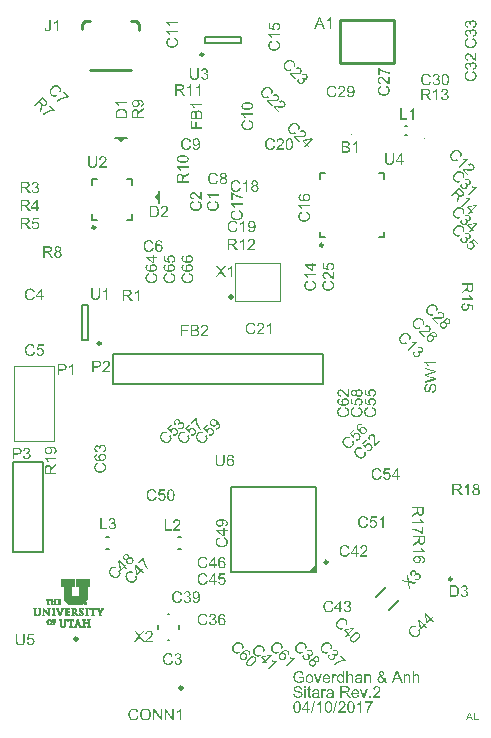
<source format=gto>
G04 Layer_Color=65535*
%FSLAX25Y25*%
%MOIN*%
G70*
G01*
G75*
%ADD54C,0.00600*%
%ADD61C,0.01000*%
%ADD67C,0.01969*%
%ADD79C,0.00984*%
%ADD80C,0.00394*%
%ADD81C,0.00787*%
%ADD82C,0.00100*%
%ADD83C,0.00098*%
%ADD84C,0.00591*%
G36*
X119835Y162515D02*
X119880Y162510D01*
X119935Y162505D01*
X119995Y162495D01*
X120055Y162480D01*
X120200Y162445D01*
X120275Y162420D01*
X120350Y162390D01*
X120425Y162355D01*
X120500Y162315D01*
X120575Y162270D01*
X120650Y162215D01*
X120655Y162210D01*
X120670Y162200D01*
X120695Y162175D01*
X120720Y162145D01*
X120760Y162110D01*
X120795Y162065D01*
X120840Y162010D01*
X120880Y161950D01*
X120925Y161880D01*
X120970Y161805D01*
X121005Y161725D01*
X121040Y161635D01*
X121070Y161535D01*
X121095Y161430D01*
X121110Y161320D01*
X121115Y161205D01*
Y161200D01*
Y161180D01*
Y161155D01*
X121110Y161120D01*
X121105Y161075D01*
X121100Y161020D01*
X121090Y160965D01*
X121080Y160900D01*
X121045Y160765D01*
X121020Y160695D01*
X120990Y160625D01*
X120960Y160550D01*
X120920Y160480D01*
X120875Y160415D01*
X120825Y160350D01*
X120820Y160345D01*
X120810Y160335D01*
X120795Y160320D01*
X120770Y160300D01*
X120740Y160270D01*
X120705Y160245D01*
X120665Y160210D01*
X120615Y160180D01*
X120565Y160145D01*
X120505Y160115D01*
X120440Y160080D01*
X120370Y160055D01*
X120295Y160025D01*
X120220Y160005D01*
X120135Y159985D01*
X120045Y159975D01*
X120010Y160470D01*
X120015D01*
X120025Y160475D01*
X120045D01*
X120070Y160480D01*
X120100Y160490D01*
X120135Y160500D01*
X120210Y160520D01*
X120300Y160555D01*
X120390Y160600D01*
X120475Y160655D01*
X120550Y160720D01*
X120555Y160730D01*
X120575Y160755D01*
X120605Y160800D01*
X120635Y160855D01*
X120670Y160925D01*
X120695Y161010D01*
X120715Y161100D01*
X120725Y161205D01*
Y161210D01*
Y161220D01*
Y161240D01*
X120720Y161265D01*
X120715Y161290D01*
X120710Y161325D01*
X120695Y161405D01*
X120665Y161500D01*
X120615Y161595D01*
X120590Y161645D01*
X120555Y161695D01*
X120515Y161740D01*
X120470Y161785D01*
X120465Y161790D01*
X120460Y161795D01*
X120445Y161805D01*
X120425Y161820D01*
X120400Y161840D01*
X120365Y161860D01*
X120330Y161880D01*
X120290Y161905D01*
X120190Y161945D01*
X120075Y161985D01*
X119940Y162010D01*
X119870Y162020D01*
X119750D01*
X119725Y162015D01*
X119690D01*
X119650Y162010D01*
X119560Y161990D01*
X119455Y161965D01*
X119350Y161925D01*
X119245Y161870D01*
X119195Y161835D01*
X119150Y161795D01*
X119145D01*
X119140Y161785D01*
X119130Y161770D01*
X119115Y161755D01*
X119075Y161705D01*
X119030Y161635D01*
X118990Y161550D01*
X118950Y161450D01*
X118925Y161330D01*
X118915Y161270D01*
Y161200D01*
Y161190D01*
Y161160D01*
X118920Y161120D01*
X118930Y161060D01*
X118940Y161000D01*
X118960Y160930D01*
X118990Y160855D01*
X119025Y160785D01*
X119030Y160775D01*
X119045Y160755D01*
X119065Y160725D01*
X119100Y160685D01*
X119135Y160640D01*
X119185Y160590D01*
X119235Y160545D01*
X119295Y160505D01*
X119230Y160060D01*
X117255Y160430D01*
Y162340D01*
X117705D01*
Y160805D01*
X118745Y160600D01*
X118740Y160605D01*
X118735Y160615D01*
X118720Y160635D01*
X118705Y160660D01*
X118690Y160690D01*
X118665Y160730D01*
X118645Y160770D01*
X118620Y160820D01*
X118575Y160930D01*
X118540Y161050D01*
X118510Y161185D01*
X118505Y161255D01*
X118500Y161325D01*
Y161330D01*
Y161345D01*
Y161375D01*
X118505Y161410D01*
X118510Y161450D01*
X118520Y161500D01*
X118530Y161555D01*
X118545Y161620D01*
X118560Y161685D01*
X118585Y161750D01*
X118615Y161820D01*
X118645Y161895D01*
X118690Y161965D01*
X118735Y162035D01*
X118790Y162105D01*
X118850Y162170D01*
X118855Y162175D01*
X118865Y162185D01*
X118885Y162200D01*
X118915Y162225D01*
X118950Y162250D01*
X118990Y162280D01*
X119040Y162315D01*
X119095Y162345D01*
X119155Y162380D01*
X119225Y162410D01*
X119295Y162440D01*
X119375Y162465D01*
X119465Y162490D01*
X119555Y162505D01*
X119650Y162515D01*
X119750Y162520D01*
X119800D01*
X119835Y162515D01*
D02*
G37*
G36*
X121050Y156920D02*
X120990D01*
X120945Y156925D01*
X120895Y156930D01*
X120840Y156940D01*
X120785Y156955D01*
X120725Y156975D01*
X120720D01*
X120715Y156980D01*
X120700Y156985D01*
X120680Y156995D01*
X120630Y157015D01*
X120565Y157050D01*
X120485Y157095D01*
X120400Y157145D01*
X120310Y157210D01*
X120215Y157285D01*
X120210Y157290D01*
X120205Y157295D01*
X120190Y157310D01*
X120170Y157325D01*
X120115Y157375D01*
X120045Y157445D01*
X119960Y157530D01*
X119860Y157635D01*
X119750Y157760D01*
X119630Y157905D01*
X119625Y157910D01*
X119605Y157930D01*
X119580Y157965D01*
X119545Y158005D01*
X119500Y158055D01*
X119450Y158115D01*
X119395Y158180D01*
X119335Y158245D01*
X119205Y158385D01*
X119070Y158525D01*
X119000Y158590D01*
X118935Y158650D01*
X118875Y158705D01*
X118815Y158750D01*
X118810Y158755D01*
X118800Y158760D01*
X118785Y158770D01*
X118765Y158785D01*
X118735Y158800D01*
X118705Y158820D01*
X118630Y158865D01*
X118545Y158905D01*
X118450Y158940D01*
X118345Y158965D01*
X118295Y158975D01*
X118220D01*
X118200Y158970D01*
X118145Y158965D01*
X118080Y158950D01*
X118005Y158925D01*
X117930Y158890D01*
X117850Y158840D01*
X117775Y158770D01*
X117765Y158760D01*
X117745Y158735D01*
X117715Y158690D01*
X117675Y158630D01*
X117640Y158555D01*
X117610Y158465D01*
X117590Y158360D01*
X117580Y158245D01*
Y158240D01*
Y158230D01*
Y158210D01*
X117585Y158190D01*
Y158160D01*
X117590Y158125D01*
X117605Y158050D01*
X117630Y157965D01*
X117665Y157870D01*
X117715Y157780D01*
X117785Y157700D01*
X117795Y157690D01*
X117820Y157670D01*
X117870Y157635D01*
X117930Y157600D01*
X118015Y157560D01*
X118110Y157525D01*
X118220Y157505D01*
X118350Y157495D01*
X118300Y157010D01*
X118295D01*
X118275Y157015D01*
X118250D01*
X118210Y157020D01*
X118165Y157030D01*
X118115Y157040D01*
X118055Y157055D01*
X117995Y157075D01*
X117860Y157120D01*
X117790Y157150D01*
X117725Y157185D01*
X117655Y157225D01*
X117590Y157270D01*
X117530Y157320D01*
X117475Y157380D01*
X117470Y157385D01*
X117465Y157395D01*
X117450Y157415D01*
X117430Y157440D01*
X117410Y157475D01*
X117385Y157515D01*
X117360Y157560D01*
X117330Y157615D01*
X117305Y157675D01*
X117280Y157740D01*
X117255Y157810D01*
X117235Y157890D01*
X117215Y157970D01*
X117200Y158060D01*
X117195Y158155D01*
X117190Y158255D01*
Y158260D01*
Y158280D01*
Y158310D01*
X117195Y158345D01*
X117200Y158395D01*
X117205Y158450D01*
X117215Y158510D01*
X117230Y158575D01*
X117265Y158715D01*
X117290Y158785D01*
X117320Y158860D01*
X117355Y158935D01*
X117400Y159005D01*
X117445Y159070D01*
X117500Y159135D01*
X117505Y159140D01*
X117515Y159150D01*
X117530Y159165D01*
X117555Y159185D01*
X117585Y159210D01*
X117620Y159240D01*
X117660Y159265D01*
X117710Y159300D01*
X117760Y159330D01*
X117820Y159355D01*
X117950Y159410D01*
X118020Y159430D01*
X118095Y159445D01*
X118175Y159455D01*
X118260Y159460D01*
X118300D01*
X118345Y159455D01*
X118405Y159450D01*
X118470Y159435D01*
X118550Y159420D01*
X118630Y159395D01*
X118715Y159365D01*
X118725Y159360D01*
X118755Y159345D01*
X118800Y159325D01*
X118855Y159290D01*
X118925Y159245D01*
X119005Y159190D01*
X119095Y159125D01*
X119185Y159050D01*
X119190D01*
X119195Y159040D01*
X119210Y159025D01*
X119230Y159010D01*
X119255Y158985D01*
X119285Y158955D01*
X119320Y158920D01*
X119360Y158875D01*
X119405Y158830D01*
X119455Y158775D01*
X119515Y158715D01*
X119575Y158650D01*
X119640Y158575D01*
X119705Y158500D01*
X119780Y158410D01*
X119860Y158320D01*
X119865Y158315D01*
X119875Y158300D01*
X119895Y158280D01*
X119915Y158250D01*
X119945Y158220D01*
X119980Y158180D01*
X120055Y158095D01*
X120135Y158000D01*
X120215Y157910D01*
X120250Y157870D01*
X120285Y157835D01*
X120320Y157800D01*
X120345Y157775D01*
X120350Y157770D01*
X120365Y157755D01*
X120390Y157735D01*
X120425Y157705D01*
X120460Y157675D01*
X120505Y157640D01*
X120595Y157575D01*
Y159465D01*
X121050D01*
Y156920D01*
D02*
G37*
G36*
X154264Y139463D02*
X154332Y139452D01*
X154402Y139445D01*
X154477Y139428D01*
X154558Y139403D01*
X154639Y139371D01*
X154724Y139336D01*
X154813Y139290D01*
X154897Y139233D01*
X154982Y139170D01*
X155064Y139095D01*
X155067Y139092D01*
X155078Y139081D01*
X155095Y139064D01*
X155113Y139039D01*
X155138Y139007D01*
X155166Y138972D01*
X155198Y138933D01*
X155230Y138887D01*
X155290Y138784D01*
X155346Y138664D01*
X155371Y138597D01*
X155389Y138530D01*
X155403Y138459D01*
X155410Y138388D01*
Y138381D01*
X155414Y138371D01*
X155410Y138353D01*
Y138324D01*
X155406Y138286D01*
X155403Y138247D01*
X155399Y138201D01*
X155389Y138148D01*
X155378Y138095D01*
X155360Y138035D01*
X155339Y137978D01*
X155315Y137911D01*
X155254Y137780D01*
X155209Y137713D01*
X155163Y137646D01*
X154806Y137953D01*
X154809Y137957D01*
Y137964D01*
X154820Y137975D01*
X154830Y137992D01*
X154855Y138038D01*
X154883Y138095D01*
X154911Y138158D01*
X154933Y138229D01*
X154950Y138296D01*
X154961Y138363D01*
Y138378D01*
X154957Y138409D01*
X154954Y138462D01*
X154940Y138526D01*
X154915Y138600D01*
X154883Y138682D01*
X154830Y138763D01*
X154767Y138841D01*
X154760Y138848D01*
X154738Y138869D01*
X154707Y138894D01*
X154660Y138926D01*
X154607Y138957D01*
X154540Y138989D01*
X154473Y139014D01*
X154392Y139032D01*
X154381Y139035D01*
X154346D01*
X154293Y139039D01*
X154219Y139035D01*
X154134Y139028D01*
X154035Y139014D01*
X153929Y138986D01*
X153812Y138947D01*
X153808Y138943D01*
X153798Y138940D01*
X153784Y138933D01*
X153759Y138922D01*
X153727Y138904D01*
X153692Y138883D01*
X153653Y138858D01*
X153607Y138834D01*
X153557Y138798D01*
X153501Y138756D01*
X153444Y138714D01*
X153381Y138664D01*
X153314Y138611D01*
X153239Y138551D01*
X153165Y138484D01*
X153091Y138409D01*
X153094Y138413D01*
X153105Y138409D01*
X153144Y138420D01*
X153200Y138427D01*
X153275Y138431D01*
X153363Y138434D01*
X153455Y138427D01*
X153557Y138417D01*
X153656Y138388D01*
X153660Y138385D01*
X153667D01*
X153681Y138378D01*
X153702Y138371D01*
X153748Y138353D01*
X153812Y138324D01*
X153886Y138286D01*
X153961Y138240D01*
X154038Y138183D01*
X154113Y138116D01*
X154116Y138112D01*
X154127Y138102D01*
X154144Y138084D01*
X154165Y138056D01*
X154190Y138024D01*
X154219Y137982D01*
X154247Y137939D01*
X154279Y137886D01*
X154311Y137833D01*
X154339Y137769D01*
X154364Y137702D01*
X154392Y137632D01*
X154410Y137550D01*
X154424Y137472D01*
X154431Y137388D01*
X154434Y137299D01*
Y137292D01*
Y137278D01*
X154431Y137253D01*
X154427Y137214D01*
X154420Y137172D01*
X154410Y137126D01*
X154395Y137069D01*
X154381Y137006D01*
X154360Y136942D01*
X154332Y136872D01*
X154300Y136804D01*
X154264Y136726D01*
X154215Y136649D01*
X154162Y136574D01*
X154102Y136500D01*
X154035Y136426D01*
X154031Y136422D01*
X154024Y136415D01*
X154010Y136401D01*
X153992Y136383D01*
X153964Y136362D01*
X153936Y136341D01*
X153865Y136284D01*
X153780Y136228D01*
X153681Y136164D01*
X153572Y136111D01*
X153448Y136065D01*
X153444Y136062D01*
X153434Y136058D01*
X153416Y136055D01*
X153391Y136051D01*
X153328Y136037D01*
X153246Y136019D01*
X153147Y136012D01*
X153041Y136005D01*
X152928Y136012D01*
X152808Y136033D01*
X152804Y136037D01*
X152797D01*
X152780Y136041D01*
X152758Y136048D01*
X152727Y136058D01*
X152698Y136072D01*
X152624Y136104D01*
X152536Y136143D01*
X152444Y136200D01*
X152348Y136267D01*
X152256Y136352D01*
X152253Y136355D01*
X152239Y136369D01*
X152221Y136394D01*
X152189Y136426D01*
X152161Y136468D01*
X152129Y136514D01*
X152090Y136567D01*
X152055Y136631D01*
X152016Y136698D01*
X151981Y136776D01*
X151949Y136857D01*
X151920Y136942D01*
X151899Y137034D01*
X151885Y137133D01*
X151878Y137232D01*
Y137338D01*
Y137345D01*
X151882Y137363D01*
X151885Y137395D01*
X151896Y137441D01*
X151910Y137490D01*
X151931Y137554D01*
X151956Y137628D01*
X151988Y137709D01*
X152030Y137801D01*
X152080Y137900D01*
X152143Y138006D01*
X152214Y138112D01*
X152299Y138233D01*
X152394Y138356D01*
X152504Y138480D01*
X152628Y138611D01*
X152631Y138614D01*
X152638Y138621D01*
X152649Y138632D01*
X152663Y138646D01*
X152681Y138664D01*
X152705Y138682D01*
X152758Y138735D01*
X152833Y138795D01*
X152910Y138865D01*
X153002Y138936D01*
X153101Y139014D01*
X153211Y139088D01*
X153324Y139166D01*
X153444Y139237D01*
X153568Y139304D01*
X153692Y139364D01*
X153815Y139410D01*
X153943Y139445D01*
X154063Y139467D01*
X154070D01*
X154088Y139470D01*
X154208D01*
X154264Y139463D01*
D02*
G37*
G36*
X149428Y144179D02*
X149598Y144165D01*
X149686Y144148D01*
X149771Y144126D01*
X149778D01*
X149792Y144119D01*
X149817Y144109D01*
X149849Y144098D01*
X149891Y144084D01*
X149937Y144066D01*
X149990Y144042D01*
X150050Y144017D01*
X150114Y143981D01*
X150178Y143946D01*
X150319Y143861D01*
X150460Y143755D01*
X150531Y143699D01*
X150598Y143631D01*
X150602Y143628D01*
X150616Y143614D01*
X150637Y143593D01*
X150662Y143561D01*
X150694Y143522D01*
X150733Y143476D01*
X150771Y143423D01*
X150814Y143366D01*
X150895Y143235D01*
X150934Y143161D01*
X150973Y143080D01*
X151005Y142999D01*
X151037Y142917D01*
X151058Y142825D01*
X151075Y142737D01*
Y142730D01*
Y142716D01*
X151083Y142687D01*
Y142652D01*
Y142610D01*
X151086Y142557D01*
X151083Y142497D01*
X151079Y142429D01*
X151072Y142359D01*
X151061Y142284D01*
X151044Y142203D01*
X151026Y142122D01*
X151001Y142033D01*
X150969Y141945D01*
X150931Y141850D01*
X150885Y141761D01*
X150446Y142030D01*
X150450Y142033D01*
X150457Y142048D01*
X150464Y142069D01*
X150478Y142097D01*
X150492Y142132D01*
X150510Y142171D01*
X150542Y142267D01*
X150573Y142376D01*
X150598Y142493D01*
X150609Y142617D01*
X150605Y142677D01*
X150602Y142737D01*
X150598Y142740D01*
X150602Y142751D01*
X150598Y142769D01*
X150591Y142790D01*
X150584Y142818D01*
X150573Y142850D01*
X150549Y142931D01*
X150506Y143023D01*
X150450Y143122D01*
X150375Y143225D01*
X150284Y143331D01*
X150280Y143334D01*
X150269Y143345D01*
X150252Y143363D01*
X150227Y143380D01*
X150202Y143405D01*
X150167Y143433D01*
X150124Y143462D01*
X150082Y143497D01*
X149983Y143561D01*
X149866Y143621D01*
X149739Y143670D01*
X149675Y143692D01*
X149605Y143706D01*
X149601Y143709D01*
X149587D01*
X149569Y143713D01*
X149541D01*
X149474Y143716D01*
X149385Y143713D01*
X149279Y143706D01*
X149159Y143684D01*
X149036Y143653D01*
X148908Y143596D01*
X148905Y143593D01*
X148894Y143589D01*
X148876Y143578D01*
X148852Y143568D01*
X148820Y143550D01*
X148784Y143529D01*
X148746Y143504D01*
X148707Y143479D01*
X148611Y143412D01*
X148509Y143338D01*
X148403Y143253D01*
X148300Y143158D01*
X148297Y143154D01*
X148286Y143143D01*
X148268Y143126D01*
X148243Y143101D01*
X148215Y143066D01*
X148183Y143027D01*
X148144Y142988D01*
X148109Y142938D01*
X148024Y142832D01*
X147943Y142716D01*
X147862Y142585D01*
X147794Y142454D01*
X147791Y142450D01*
X147787Y142440D01*
X147780Y142419D01*
X147773Y142390D01*
X147763Y142359D01*
X147749Y142323D01*
X147727Y142231D01*
X147710Y142122D01*
X147699Y142005D01*
X147703Y141881D01*
X147724Y141754D01*
X147727Y141751D01*
Y141736D01*
X147734Y141722D01*
X147741Y141694D01*
X147752Y141669D01*
X147766Y141634D01*
X147798Y141552D01*
X147844Y141457D01*
X147904Y141362D01*
X147975Y141263D01*
X148060Y141164D01*
X148063Y141160D01*
X148074Y141149D01*
X148088Y141135D01*
X148113Y141118D01*
X148144Y141093D01*
X148176Y141068D01*
X148215Y141036D01*
X148258Y141008D01*
X148360Y140948D01*
X148477Y140895D01*
X148540Y140867D01*
X148608Y140849D01*
X148675Y140831D01*
X148746Y140824D01*
X148753D01*
X148763Y140821D01*
X148813D01*
X148845Y140824D01*
X148890Y140828D01*
X148936Y140831D01*
X148989Y140842D01*
X149046Y140849D01*
X149110Y140863D01*
X149173Y140884D01*
X149244Y140905D01*
X149318Y140937D01*
X149393Y140969D01*
X149467Y141008D01*
X149548Y141054D01*
X149817Y140601D01*
X149813Y140598D01*
X149792Y140591D01*
X149760Y140573D01*
X149721Y140548D01*
X149672Y140527D01*
X149612Y140502D01*
X149548Y140474D01*
X149470Y140446D01*
X149393Y140418D01*
X149304Y140393D01*
X149219Y140372D01*
X149124Y140354D01*
X149028Y140336D01*
X148929Y140329D01*
X148830D01*
X148731Y140336D01*
X148724D01*
X148707Y140340D01*
X148682Y140343D01*
X148643Y140354D01*
X148597Y140365D01*
X148540Y140379D01*
X148484Y140400D01*
X148420Y140421D01*
X148343Y140449D01*
X148272Y140485D01*
X148190Y140524D01*
X148109Y140570D01*
X148028Y140623D01*
X147947Y140683D01*
X147865Y140750D01*
X147784Y140824D01*
X147780Y140828D01*
X147766Y140842D01*
X147741Y140867D01*
X147713Y140902D01*
X147681Y140941D01*
X147639Y140990D01*
X147597Y141040D01*
X147551Y141100D01*
X147459Y141234D01*
X147370Y141386D01*
X147331Y141468D01*
X147296Y141552D01*
X147264Y141634D01*
X147243Y141719D01*
Y141726D01*
X147239Y141736D01*
X147236Y141761D01*
X147232Y141800D01*
X147229Y141839D01*
X147222Y141888D01*
Y141945D01*
Y142009D01*
X147218Y142076D01*
X147225Y142147D01*
X147232Y142224D01*
X147247Y142309D01*
X147261Y142394D01*
X147282Y142479D01*
X147310Y142571D01*
X147342Y142659D01*
X147345Y142663D01*
X147349Y142680D01*
X147363Y142709D01*
X147381Y142740D01*
X147402Y142783D01*
X147423Y142832D01*
X147455Y142885D01*
X147491Y142949D01*
X147529Y143016D01*
X147575Y143083D01*
X147621Y143158D01*
X147671Y143228D01*
X147794Y143380D01*
X147929Y143529D01*
X147932Y143532D01*
X147947Y143546D01*
X147971Y143571D01*
X148003Y143596D01*
X148042Y143635D01*
X148088Y143674D01*
X148141Y143713D01*
X148201Y143759D01*
X148265Y143808D01*
X148335Y143858D01*
X148487Y143953D01*
X148650Y144038D01*
X148739Y144077D01*
X148827Y144109D01*
X148834D01*
X148848Y144116D01*
X148876Y144123D01*
X148912Y144130D01*
X148951Y144141D01*
X149004Y144151D01*
X149060Y144158D01*
X149127Y144169D01*
X149269Y144183D01*
X149428Y144179D01*
D02*
G37*
G36*
X152069Y141687D02*
X152076D01*
X152087Y141683D01*
X152111Y141680D01*
X152143Y141676D01*
X152182Y141666D01*
X152228Y141655D01*
X152278Y141641D01*
X152338Y141623D01*
X152398Y141598D01*
X152461Y141570D01*
X152529Y141538D01*
X152599Y141496D01*
X152670Y141454D01*
X152744Y141401D01*
X152815Y141337D01*
X152889Y141270D01*
X152893Y141266D01*
X152907Y141252D01*
X152928Y141231D01*
X152949Y141202D01*
X152981Y141164D01*
X153016Y141121D01*
X153052Y141072D01*
X153087Y141015D01*
X153161Y140891D01*
X153193Y140824D01*
X153225Y140750D01*
X153253Y140672D01*
X153271Y140591D01*
X153285Y140513D01*
X153292Y140428D01*
Y140421D01*
Y140407D01*
Y140386D01*
X153289Y140354D01*
X153285Y140315D01*
X153282Y140269D01*
X153271Y140223D01*
X153260Y140163D01*
X153246Y140106D01*
X153222Y140046D01*
X153168Y139916D01*
X153133Y139852D01*
X153091Y139788D01*
X153041Y139725D01*
X152985Y139661D01*
X152978Y139654D01*
X152956Y139633D01*
X152921Y139604D01*
X152875Y139566D01*
X152819Y139530D01*
X152751Y139484D01*
X152677Y139445D01*
X152596Y139406D01*
X152585Y139403D01*
X152553Y139392D01*
X152507Y139375D01*
X152444Y139360D01*
X152362Y139343D01*
X152267Y139325D01*
X152157Y139307D01*
X152041Y139297D01*
X152037Y139293D01*
X152026Y139297D01*
X152005D01*
X151981Y139293D01*
X151853D01*
X151793Y139297D01*
X151730D01*
X151655Y139300D01*
X151570D01*
X151482Y139304D01*
X151383Y139311D01*
X151284Y139318D01*
X151167Y139329D01*
X151047Y139336D01*
X151040D01*
X151023Y139339D01*
X150994D01*
X150959Y139346D01*
X150916D01*
X150863Y139350D01*
X150750Y139357D01*
X150627Y139367D01*
X150506Y139375D01*
X150453Y139378D01*
X150291D01*
X150259Y139375D01*
X150213Y139371D01*
X150167Y139367D01*
X150110Y139360D01*
X150001Y139343D01*
X151337Y138006D01*
X151015Y137685D01*
X149216Y139484D01*
X149223Y139491D01*
X149237Y139505D01*
X149258Y139527D01*
X149294Y139555D01*
X149332Y139587D01*
X149378Y139619D01*
X149428Y139647D01*
X149485Y139675D01*
X149488Y139679D01*
X149495D01*
X149509Y139686D01*
X149530Y139693D01*
X149580Y139714D01*
X149651Y139735D01*
X149739Y139760D01*
X149835Y139785D01*
X149944Y139802D01*
X150064Y139817D01*
X150100D01*
X150124Y139820D01*
X150199Y139824D01*
X150418D01*
X150563Y139820D01*
X150729Y139810D01*
X150916Y139792D01*
X150952D01*
X150994Y139785D01*
X151047Y139781D01*
X151114Y139778D01*
X151192Y139771D01*
X151277Y139763D01*
X151365Y139760D01*
X151556Y139753D01*
X151751Y139749D01*
X151846Y139753D01*
X151935Y139756D01*
X152016Y139760D01*
X152090Y139771D01*
X152097D01*
X152108Y139774D01*
X152126Y139778D01*
X152150Y139781D01*
X152182Y139792D01*
X152217Y139799D01*
X152302Y139820D01*
X152391Y139852D01*
X152483Y139894D01*
X152575Y139951D01*
X152617Y139979D01*
X152652Y140015D01*
X152656Y140018D01*
X152663Y140025D01*
X152670Y140032D01*
X152681Y140050D01*
X152716Y140092D01*
X152751Y140149D01*
X152787Y140220D01*
X152815Y140297D01*
X152836Y140389D01*
X152840Y140492D01*
Y140506D01*
X152836Y140538D01*
X152826Y140591D01*
X152811Y140662D01*
X152783Y140739D01*
X152741Y140824D01*
X152681Y140913D01*
X152606Y141001D01*
X152603Y141005D01*
X152596Y141012D01*
X152582Y141026D01*
X152564Y141036D01*
X152543Y141058D01*
X152515Y141079D01*
X152451Y141121D01*
X152373Y141164D01*
X152281Y141206D01*
X152182Y141234D01*
X152076Y141241D01*
X152062D01*
X152030Y141238D01*
X151970Y141227D01*
X151903Y141209D01*
X151814Y141178D01*
X151723Y141135D01*
X151631Y141072D01*
X151532Y140987D01*
X151224Y141365D01*
X151227Y141369D01*
X151245Y141379D01*
X151263Y141397D01*
X151295Y141422D01*
X151334Y141446D01*
X151376Y141475D01*
X151429Y141507D01*
X151486Y141535D01*
X151613Y141598D01*
X151684Y141627D01*
X151754Y141648D01*
X151832Y141669D01*
X151910Y141683D01*
X151988Y141690D01*
X152069Y141687D01*
D02*
G37*
G36*
X119860Y156545D02*
X119895Y156535D01*
X119940Y156525D01*
X119990Y156505D01*
X120050Y156480D01*
X120115Y156455D01*
X120190Y156420D01*
X120265Y156385D01*
X120345Y156340D01*
X120420Y156295D01*
X120500Y156240D01*
X120580Y156185D01*
X120655Y156120D01*
X120725Y156050D01*
X120790Y155975D01*
X120795Y155970D01*
X120805Y155955D01*
X120820Y155935D01*
X120840Y155900D01*
X120865Y155860D01*
X120895Y155810D01*
X120920Y155755D01*
X120950Y155695D01*
X120985Y155620D01*
X121010Y155545D01*
X121040Y155460D01*
X121065Y155370D01*
X121085Y155275D01*
X121100Y155175D01*
X121110Y155070D01*
X121115Y154960D01*
Y154955D01*
Y154935D01*
Y154900D01*
X121110Y154855D01*
X121105Y154805D01*
X121100Y154740D01*
X121095Y154675D01*
X121085Y154600D01*
X121055Y154440D01*
X121010Y154270D01*
X120980Y154185D01*
X120945Y154100D01*
X120910Y154020D01*
X120865Y153945D01*
X120860Y153940D01*
X120855Y153930D01*
X120840Y153910D01*
X120815Y153880D01*
X120790Y153850D01*
X120760Y153810D01*
X120720Y153770D01*
X120675Y153725D01*
X120630Y153675D01*
X120575Y153630D01*
X120515Y153580D01*
X120445Y153530D01*
X120375Y153480D01*
X120300Y153435D01*
X120215Y153390D01*
X120130Y153350D01*
X120125D01*
X120110Y153340D01*
X120080Y153330D01*
X120045Y153320D01*
X120000Y153305D01*
X119950Y153285D01*
X119890Y153270D01*
X119820Y153250D01*
X119745Y153230D01*
X119665Y153215D01*
X119580Y153195D01*
X119495Y153180D01*
X119300Y153160D01*
X119100Y153150D01*
X119040D01*
X119000Y153155D01*
X118945D01*
X118885Y153160D01*
X118820Y153170D01*
X118745Y153180D01*
X118665Y153190D01*
X118580Y153205D01*
X118405Y153245D01*
X118230Y153300D01*
X118140Y153335D01*
X118055Y153375D01*
X118050Y153380D01*
X118035Y153385D01*
X118010Y153400D01*
X117980Y153420D01*
X117945Y153440D01*
X117900Y153470D01*
X117855Y153505D01*
X117800Y153545D01*
X117690Y153635D01*
X117580Y153750D01*
X117470Y153880D01*
X117420Y153955D01*
X117375Y154030D01*
X117370Y154035D01*
X117365Y154050D01*
X117355Y154075D01*
X117340Y154105D01*
X117320Y154145D01*
X117300Y154190D01*
X117280Y154245D01*
X117255Y154305D01*
X117235Y154375D01*
X117215Y154445D01*
X117175Y154605D01*
X117150Y154780D01*
X117140Y154870D01*
Y154965D01*
Y154970D01*
Y154990D01*
Y155020D01*
X117145Y155060D01*
X117150Y155110D01*
X117155Y155170D01*
X117165Y155235D01*
X117175Y155305D01*
X117210Y155455D01*
X117235Y155535D01*
X117265Y155620D01*
X117300Y155700D01*
X117335Y155780D01*
X117385Y155860D01*
X117435Y155935D01*
X117440Y155940D01*
X117450Y155950D01*
X117465Y155975D01*
X117490Y156000D01*
X117520Y156030D01*
X117555Y156070D01*
X117600Y156110D01*
X117650Y156155D01*
X117705Y156200D01*
X117765Y156245D01*
X117835Y156290D01*
X117905Y156335D01*
X117985Y156380D01*
X118070Y156420D01*
X118165Y156460D01*
X118260Y156490D01*
X118380Y155990D01*
X118375D01*
X118360Y155985D01*
X118340Y155975D01*
X118310Y155965D01*
X118275Y155950D01*
X118235Y155935D01*
X118145Y155890D01*
X118045Y155835D01*
X117945Y155770D01*
X117850Y155690D01*
X117810Y155645D01*
X117770Y155600D01*
Y155595D01*
X117760Y155590D01*
X117750Y155575D01*
X117740Y155555D01*
X117725Y155530D01*
X117710Y155500D01*
X117670Y155425D01*
X117635Y155330D01*
X117605Y155220D01*
X117585Y155095D01*
X117575Y154955D01*
Y154950D01*
Y154935D01*
Y154910D01*
X117580Y154880D01*
Y154845D01*
X117585Y154800D01*
X117595Y154750D01*
X117600Y154695D01*
X117625Y154580D01*
X117665Y154455D01*
X117720Y154330D01*
X117750Y154270D01*
X117790Y154210D01*
Y154205D01*
X117800Y154195D01*
X117810Y154180D01*
X117830Y154160D01*
X117875Y154110D01*
X117940Y154050D01*
X118020Y153980D01*
X118120Y153910D01*
X118230Y153845D01*
X118360Y153795D01*
X118365D01*
X118375Y153790D01*
X118395Y153785D01*
X118420Y153775D01*
X118455Y153765D01*
X118495Y153755D01*
X118540Y153745D01*
X118585Y153735D01*
X118700Y153715D01*
X118825Y153695D01*
X118960Y153680D01*
X119100Y153675D01*
X119180D01*
X119225Y153680D01*
X119275Y153685D01*
X119330D01*
X119390Y153695D01*
X119525Y153710D01*
X119665Y153735D01*
X119815Y153770D01*
X119955Y153815D01*
X119960D01*
X119970Y153820D01*
X119990Y153830D01*
X120015Y153845D01*
X120045Y153860D01*
X120080Y153875D01*
X120160Y153925D01*
X120250Y153990D01*
X120340Y154065D01*
X120425Y154155D01*
X120500Y154260D01*
Y154265D01*
X120510Y154275D01*
X120515Y154290D01*
X120530Y154315D01*
X120540Y154340D01*
X120555Y154375D01*
X120590Y154455D01*
X120625Y154555D01*
X120650Y154665D01*
X120670Y154785D01*
X120680Y154915D01*
Y154920D01*
Y154935D01*
Y154955D01*
X120675Y154985D01*
X120670Y155025D01*
X120665Y155065D01*
X120660Y155115D01*
X120650Y155165D01*
X120620Y155280D01*
X120575Y155400D01*
X120550Y155465D01*
X120515Y155525D01*
X120480Y155585D01*
X120435Y155640D01*
X120430Y155645D01*
X120425Y155655D01*
X120410Y155670D01*
X120390Y155690D01*
X120365Y155710D01*
X120330Y155740D01*
X120295Y155770D01*
X120250Y155800D01*
X120205Y155835D01*
X120150Y155870D01*
X120090Y155900D01*
X120025Y155935D01*
X119950Y155965D01*
X119875Y155995D01*
X119795Y156020D01*
X119705Y156045D01*
X119835Y156555D01*
X119840D01*
X119860Y156545D01*
D02*
G37*
G36*
X106428Y230179D02*
X106598Y230165D01*
X106686Y230148D01*
X106771Y230126D01*
X106778D01*
X106792Y230119D01*
X106817Y230109D01*
X106849Y230098D01*
X106891Y230084D01*
X106937Y230066D01*
X106990Y230042D01*
X107050Y230017D01*
X107114Y229981D01*
X107177Y229946D01*
X107319Y229861D01*
X107460Y229755D01*
X107531Y229699D01*
X107598Y229631D01*
X107602Y229628D01*
X107616Y229614D01*
X107637Y229592D01*
X107662Y229561D01*
X107694Y229522D01*
X107732Y229476D01*
X107771Y229423D01*
X107814Y229366D01*
X107895Y229235D01*
X107934Y229161D01*
X107973Y229080D01*
X108005Y228998D01*
X108037Y228917D01*
X108058Y228825D01*
X108075Y228737D01*
Y228730D01*
Y228716D01*
X108082Y228687D01*
Y228652D01*
Y228610D01*
X108086Y228557D01*
X108082Y228497D01*
X108079Y228429D01*
X108072Y228359D01*
X108061Y228284D01*
X108044Y228203D01*
X108026Y228122D01*
X108001Y228033D01*
X107969Y227945D01*
X107931Y227850D01*
X107885Y227761D01*
X107446Y228030D01*
X107450Y228033D01*
X107457Y228047D01*
X107464Y228069D01*
X107478Y228097D01*
X107492Y228132D01*
X107510Y228171D01*
X107542Y228267D01*
X107573Y228376D01*
X107598Y228493D01*
X107609Y228617D01*
X107605Y228677D01*
X107602Y228737D01*
X107598Y228740D01*
X107602Y228751D01*
X107598Y228769D01*
X107591Y228790D01*
X107584Y228818D01*
X107573Y228850D01*
X107549Y228931D01*
X107506Y229023D01*
X107450Y229122D01*
X107376Y229225D01*
X107283Y229331D01*
X107280Y229334D01*
X107269Y229345D01*
X107252Y229363D01*
X107227Y229380D01*
X107202Y229405D01*
X107167Y229433D01*
X107124Y229462D01*
X107082Y229497D01*
X106983Y229561D01*
X106866Y229621D01*
X106739Y229670D01*
X106675Y229692D01*
X106605Y229706D01*
X106601Y229709D01*
X106587D01*
X106569Y229713D01*
X106541D01*
X106474Y229716D01*
X106386Y229713D01*
X106279Y229706D01*
X106159Y229684D01*
X106035Y229653D01*
X105908Y229596D01*
X105905Y229592D01*
X105894Y229589D01*
X105876Y229578D01*
X105852Y229568D01*
X105820Y229550D01*
X105784Y229529D01*
X105746Y229504D01*
X105707Y229479D01*
X105611Y229412D01*
X105509Y229338D01*
X105403Y229253D01*
X105300Y229158D01*
X105297Y229154D01*
X105286Y229144D01*
X105268Y229126D01*
X105244Y229101D01*
X105215Y229066D01*
X105183Y229027D01*
X105145Y228988D01*
X105109Y228938D01*
X105024Y228832D01*
X104943Y228716D01*
X104862Y228585D01*
X104795Y228454D01*
X104791Y228450D01*
X104787Y228440D01*
X104780Y228419D01*
X104773Y228390D01*
X104763Y228359D01*
X104749Y228323D01*
X104727Y228231D01*
X104710Y228122D01*
X104699Y228005D01*
X104703Y227881D01*
X104724Y227754D01*
X104727Y227750D01*
Y227736D01*
X104734Y227722D01*
X104742Y227694D01*
X104752Y227669D01*
X104766Y227634D01*
X104798Y227553D01*
X104844Y227457D01*
X104904Y227362D01*
X104975Y227263D01*
X105060Y227164D01*
X105063Y227160D01*
X105074Y227149D01*
X105088Y227135D01*
X105113Y227118D01*
X105145Y227093D01*
X105176Y227068D01*
X105215Y227036D01*
X105258Y227008D01*
X105360Y226948D01*
X105477Y226895D01*
X105541Y226867D01*
X105608Y226849D01*
X105675Y226831D01*
X105746Y226824D01*
X105753D01*
X105763Y226821D01*
X105813D01*
X105845Y226824D01*
X105891Y226828D01*
X105937Y226831D01*
X105990Y226842D01*
X106046Y226849D01*
X106110Y226863D01*
X106173Y226884D01*
X106244Y226905D01*
X106318Y226937D01*
X106393Y226969D01*
X106467Y227008D01*
X106548Y227054D01*
X106817Y226601D01*
X106813Y226598D01*
X106792Y226591D01*
X106760Y226573D01*
X106721Y226548D01*
X106672Y226527D01*
X106612Y226502D01*
X106548Y226474D01*
X106470Y226446D01*
X106393Y226418D01*
X106304Y226393D01*
X106219Y226372D01*
X106124Y226354D01*
X106028Y226336D01*
X105929Y226329D01*
X105830D01*
X105731Y226336D01*
X105724D01*
X105707Y226340D01*
X105682Y226343D01*
X105643Y226354D01*
X105597Y226365D01*
X105541Y226379D01*
X105484Y226400D01*
X105420Y226421D01*
X105342Y226449D01*
X105272Y226485D01*
X105191Y226524D01*
X105109Y226570D01*
X105028Y226623D01*
X104946Y226683D01*
X104865Y226750D01*
X104784Y226824D01*
X104780Y226828D01*
X104766Y226842D01*
X104742Y226867D01*
X104713Y226902D01*
X104681Y226941D01*
X104639Y226990D01*
X104596Y227040D01*
X104551Y227100D01*
X104459Y227234D01*
X104370Y227386D01*
X104331Y227468D01*
X104296Y227553D01*
X104264Y227634D01*
X104243Y227719D01*
Y227726D01*
X104239Y227736D01*
X104236Y227761D01*
X104232Y227800D01*
X104229Y227839D01*
X104222Y227888D01*
Y227945D01*
Y228009D01*
X104218Y228076D01*
X104225Y228147D01*
X104232Y228224D01*
X104246Y228309D01*
X104261Y228394D01*
X104282Y228479D01*
X104310Y228571D01*
X104342Y228659D01*
X104346Y228663D01*
X104349Y228680D01*
X104363Y228709D01*
X104381Y228740D01*
X104402Y228783D01*
X104423Y228832D01*
X104455Y228885D01*
X104490Y228949D01*
X104529Y229016D01*
X104575Y229083D01*
X104621Y229158D01*
X104671Y229228D01*
X104795Y229380D01*
X104929Y229529D01*
X104932Y229532D01*
X104946Y229546D01*
X104971Y229571D01*
X105003Y229596D01*
X105042Y229635D01*
X105088Y229674D01*
X105141Y229713D01*
X105201Y229759D01*
X105265Y229808D01*
X105335Y229858D01*
X105488Y229953D01*
X105650Y230038D01*
X105738Y230077D01*
X105827Y230109D01*
X105834D01*
X105848Y230116D01*
X105876Y230123D01*
X105912Y230130D01*
X105951Y230140D01*
X106004Y230151D01*
X106060Y230158D01*
X106127Y230169D01*
X106269Y230183D01*
X106428Y230179D01*
D02*
G37*
G36*
X109069Y227687D02*
X109076D01*
X109087Y227683D01*
X109111Y227680D01*
X109143Y227676D01*
X109182Y227666D01*
X109228Y227655D01*
X109278Y227641D01*
X109338Y227623D01*
X109398Y227599D01*
X109461Y227570D01*
X109529Y227538D01*
X109599Y227496D01*
X109670Y227453D01*
X109744Y227400D01*
X109815Y227337D01*
X109889Y227270D01*
X109893Y227266D01*
X109907Y227252D01*
X109928Y227231D01*
X109949Y227203D01*
X109981Y227164D01*
X110017Y227121D01*
X110052Y227072D01*
X110087Y227015D01*
X110161Y226891D01*
X110193Y226824D01*
X110225Y226750D01*
X110253Y226672D01*
X110271Y226591D01*
X110285Y226513D01*
X110292Y226428D01*
Y226421D01*
Y226407D01*
Y226386D01*
X110289Y226354D01*
X110285Y226315D01*
X110282Y226269D01*
X110271Y226223D01*
X110260Y226163D01*
X110246Y226107D01*
X110222Y226046D01*
X110169Y225916D01*
X110133Y225852D01*
X110091Y225788D01*
X110041Y225725D01*
X109985Y225661D01*
X109978Y225654D01*
X109956Y225633D01*
X109921Y225604D01*
X109875Y225566D01*
X109818Y225530D01*
X109751Y225484D01*
X109677Y225445D01*
X109596Y225406D01*
X109585Y225403D01*
X109553Y225392D01*
X109507Y225375D01*
X109444Y225360D01*
X109362Y225343D01*
X109267Y225325D01*
X109157Y225307D01*
X109041Y225297D01*
X109037Y225293D01*
X109027Y225297D01*
X109005D01*
X108981Y225293D01*
X108853D01*
X108793Y225297D01*
X108730D01*
X108655Y225300D01*
X108571D01*
X108482Y225304D01*
X108383Y225311D01*
X108284Y225318D01*
X108167Y225329D01*
X108047Y225336D01*
X108040D01*
X108022Y225339D01*
X107994D01*
X107959Y225346D01*
X107916D01*
X107863Y225350D01*
X107750Y225357D01*
X107626Y225367D01*
X107506Y225375D01*
X107453Y225378D01*
X107291D01*
X107259Y225375D01*
X107213Y225371D01*
X107167Y225367D01*
X107110Y225360D01*
X107001Y225343D01*
X108337Y224006D01*
X108015Y223685D01*
X106216Y225484D01*
X106223Y225491D01*
X106237Y225505D01*
X106258Y225527D01*
X106294Y225555D01*
X106333Y225587D01*
X106378Y225619D01*
X106428Y225647D01*
X106484Y225675D01*
X106488Y225679D01*
X106495D01*
X106509Y225686D01*
X106530Y225693D01*
X106580Y225714D01*
X106651Y225735D01*
X106739Y225760D01*
X106834Y225785D01*
X106944Y225802D01*
X107064Y225817D01*
X107100D01*
X107124Y225820D01*
X107199Y225824D01*
X107418D01*
X107563Y225820D01*
X107729Y225810D01*
X107916Y225792D01*
X107952D01*
X107994Y225785D01*
X108047Y225781D01*
X108114Y225778D01*
X108192Y225771D01*
X108277Y225764D01*
X108365Y225760D01*
X108556Y225753D01*
X108751Y225749D01*
X108846Y225753D01*
X108935Y225756D01*
X109016Y225760D01*
X109090Y225771D01*
X109097D01*
X109108Y225774D01*
X109125Y225778D01*
X109150Y225781D01*
X109182Y225792D01*
X109218Y225799D01*
X109302Y225820D01*
X109391Y225852D01*
X109483Y225894D01*
X109574Y225951D01*
X109617Y225979D01*
X109652Y226014D01*
X109656Y226018D01*
X109663Y226025D01*
X109670Y226032D01*
X109681Y226050D01*
X109716Y226092D01*
X109751Y226149D01*
X109787Y226220D01*
X109815Y226297D01*
X109836Y226389D01*
X109840Y226492D01*
Y226506D01*
X109836Y226538D01*
X109826Y226591D01*
X109811Y226661D01*
X109783Y226739D01*
X109741Y226824D01*
X109681Y226913D01*
X109606Y227001D01*
X109603Y227005D01*
X109596Y227012D01*
X109582Y227026D01*
X109564Y227036D01*
X109543Y227058D01*
X109514Y227079D01*
X109451Y227121D01*
X109373Y227164D01*
X109281Y227206D01*
X109182Y227234D01*
X109076Y227241D01*
X109062D01*
X109030Y227238D01*
X108970Y227227D01*
X108903Y227209D01*
X108814Y227178D01*
X108722Y227135D01*
X108631Y227072D01*
X108532Y226987D01*
X108224Y227365D01*
X108228Y227369D01*
X108245Y227379D01*
X108263Y227397D01*
X108295Y227422D01*
X108334Y227446D01*
X108376Y227475D01*
X108429Y227506D01*
X108486Y227535D01*
X108613Y227599D01*
X108684Y227627D01*
X108754Y227648D01*
X108832Y227669D01*
X108910Y227683D01*
X108988Y227690D01*
X109069Y227687D01*
D02*
G37*
G36*
X113995Y203643D02*
X112234Y201882D01*
X112602Y201514D01*
X112294Y201207D01*
X111927Y201574D01*
X111276Y200924D01*
X110944Y201256D01*
X111594Y201907D01*
X110413Y203088D01*
X110721Y203395D01*
X113723Y203915D01*
X113995Y203643D01*
D02*
G37*
G36*
X107928Y209179D02*
X108098Y209165D01*
X108186Y209148D01*
X108271Y209126D01*
X108278D01*
X108292Y209119D01*
X108317Y209109D01*
X108349Y209098D01*
X108391Y209084D01*
X108437Y209066D01*
X108490Y209042D01*
X108550Y209017D01*
X108614Y208981D01*
X108677Y208946D01*
X108819Y208861D01*
X108960Y208755D01*
X109031Y208699D01*
X109098Y208631D01*
X109102Y208628D01*
X109116Y208614D01*
X109137Y208593D01*
X109162Y208561D01*
X109194Y208522D01*
X109232Y208476D01*
X109271Y208423D01*
X109314Y208366D01*
X109395Y208235D01*
X109434Y208161D01*
X109473Y208080D01*
X109505Y207998D01*
X109537Y207917D01*
X109558Y207825D01*
X109575Y207737D01*
Y207730D01*
Y207716D01*
X109582Y207687D01*
Y207652D01*
Y207610D01*
X109586Y207557D01*
X109582Y207497D01*
X109579Y207429D01*
X109572Y207359D01*
X109561Y207284D01*
X109544Y207203D01*
X109526Y207122D01*
X109501Y207033D01*
X109469Y206945D01*
X109431Y206850D01*
X109385Y206761D01*
X108946Y207030D01*
X108950Y207033D01*
X108957Y207048D01*
X108964Y207069D01*
X108978Y207097D01*
X108992Y207132D01*
X109010Y207171D01*
X109042Y207267D01*
X109073Y207376D01*
X109098Y207493D01*
X109109Y207617D01*
X109105Y207677D01*
X109102Y207737D01*
X109098Y207740D01*
X109102Y207751D01*
X109098Y207769D01*
X109091Y207790D01*
X109084Y207818D01*
X109073Y207850D01*
X109049Y207931D01*
X109006Y208023D01*
X108950Y208122D01*
X108876Y208225D01*
X108783Y208331D01*
X108780Y208334D01*
X108769Y208345D01*
X108752Y208363D01*
X108727Y208380D01*
X108702Y208405D01*
X108667Y208433D01*
X108624Y208462D01*
X108582Y208497D01*
X108483Y208561D01*
X108366Y208621D01*
X108239Y208670D01*
X108175Y208692D01*
X108105Y208706D01*
X108101Y208709D01*
X108087D01*
X108069Y208713D01*
X108041D01*
X107974Y208716D01*
X107886Y208713D01*
X107779Y208706D01*
X107659Y208684D01*
X107536Y208653D01*
X107408Y208596D01*
X107405Y208593D01*
X107394Y208589D01*
X107376Y208578D01*
X107352Y208568D01*
X107320Y208550D01*
X107284Y208529D01*
X107246Y208504D01*
X107207Y208479D01*
X107111Y208412D01*
X107009Y208338D01*
X106903Y208253D01*
X106800Y208158D01*
X106797Y208154D01*
X106786Y208143D01*
X106768Y208126D01*
X106744Y208101D01*
X106715Y208066D01*
X106683Y208027D01*
X106644Y207988D01*
X106609Y207938D01*
X106524Y207832D01*
X106443Y207716D01*
X106362Y207585D01*
X106295Y207454D01*
X106291Y207451D01*
X106287Y207440D01*
X106280Y207419D01*
X106273Y207390D01*
X106263Y207359D01*
X106249Y207323D01*
X106227Y207231D01*
X106210Y207122D01*
X106199Y207005D01*
X106203Y206881D01*
X106224Y206754D01*
X106227Y206750D01*
Y206736D01*
X106234Y206722D01*
X106242Y206694D01*
X106252Y206669D01*
X106266Y206634D01*
X106298Y206553D01*
X106344Y206457D01*
X106404Y206362D01*
X106475Y206263D01*
X106560Y206164D01*
X106563Y206160D01*
X106574Y206149D01*
X106588Y206135D01*
X106613Y206118D01*
X106644Y206093D01*
X106676Y206068D01*
X106715Y206036D01*
X106758Y206008D01*
X106860Y205948D01*
X106977Y205895D01*
X107041Y205867D01*
X107108Y205849D01*
X107175Y205831D01*
X107246Y205824D01*
X107253D01*
X107263Y205821D01*
X107313D01*
X107345Y205824D01*
X107390Y205828D01*
X107437Y205831D01*
X107490Y205842D01*
X107546Y205849D01*
X107610Y205863D01*
X107673Y205884D01*
X107744Y205906D01*
X107818Y205937D01*
X107893Y205969D01*
X107967Y206008D01*
X108048Y206054D01*
X108317Y205601D01*
X108313Y205598D01*
X108292Y205591D01*
X108260Y205573D01*
X108221Y205548D01*
X108172Y205527D01*
X108112Y205502D01*
X108048Y205474D01*
X107970Y205446D01*
X107893Y205418D01*
X107804Y205393D01*
X107719Y205372D01*
X107624Y205354D01*
X107528Y205336D01*
X107429Y205329D01*
X107330D01*
X107231Y205336D01*
X107224D01*
X107207Y205340D01*
X107182Y205343D01*
X107143Y205354D01*
X107097Y205365D01*
X107041Y205379D01*
X106984Y205400D01*
X106920Y205421D01*
X106843Y205449D01*
X106772Y205485D01*
X106691Y205524D01*
X106609Y205570D01*
X106528Y205623D01*
X106447Y205683D01*
X106365Y205750D01*
X106284Y205824D01*
X106280Y205828D01*
X106266Y205842D01*
X106242Y205867D01*
X106213Y205902D01*
X106181Y205941D01*
X106139Y205990D01*
X106096Y206040D01*
X106051Y206100D01*
X105959Y206234D01*
X105870Y206386D01*
X105831Y206468D01*
X105796Y206553D01*
X105764Y206634D01*
X105743Y206719D01*
Y206726D01*
X105739Y206736D01*
X105736Y206761D01*
X105732Y206800D01*
X105729Y206839D01*
X105722Y206888D01*
Y206945D01*
Y207009D01*
X105718Y207076D01*
X105725Y207147D01*
X105732Y207224D01*
X105746Y207309D01*
X105761Y207394D01*
X105782Y207479D01*
X105810Y207571D01*
X105842Y207659D01*
X105845Y207663D01*
X105849Y207680D01*
X105863Y207709D01*
X105881Y207740D01*
X105902Y207783D01*
X105923Y207832D01*
X105955Y207885D01*
X105991Y207949D01*
X106029Y208016D01*
X106075Y208083D01*
X106121Y208158D01*
X106171Y208228D01*
X106295Y208380D01*
X106429Y208529D01*
X106432Y208532D01*
X106447Y208546D01*
X106471Y208571D01*
X106503Y208596D01*
X106542Y208635D01*
X106588Y208674D01*
X106641Y208713D01*
X106701Y208759D01*
X106765Y208808D01*
X106835Y208858D01*
X106988Y208953D01*
X107150Y209038D01*
X107238Y209077D01*
X107327Y209109D01*
X107334D01*
X107348Y209116D01*
X107376Y209123D01*
X107412Y209130D01*
X107451Y209140D01*
X107504Y209151D01*
X107560Y209158D01*
X107627Y209169D01*
X107769Y209183D01*
X107928Y209179D01*
D02*
G37*
G36*
X110569Y206687D02*
X110576D01*
X110587Y206683D01*
X110611Y206680D01*
X110643Y206676D01*
X110682Y206666D01*
X110728Y206655D01*
X110778Y206641D01*
X110838Y206623D01*
X110898Y206598D01*
X110961Y206570D01*
X111029Y206538D01*
X111099Y206496D01*
X111170Y206453D01*
X111244Y206400D01*
X111315Y206337D01*
X111389Y206270D01*
X111393Y206266D01*
X111407Y206252D01*
X111428Y206231D01*
X111449Y206203D01*
X111481Y206164D01*
X111516Y206121D01*
X111552Y206072D01*
X111587Y206015D01*
X111661Y205891D01*
X111693Y205824D01*
X111725Y205750D01*
X111753Y205672D01*
X111771Y205591D01*
X111785Y205513D01*
X111792Y205428D01*
Y205421D01*
Y205407D01*
Y205386D01*
X111789Y205354D01*
X111785Y205315D01*
X111782Y205269D01*
X111771Y205223D01*
X111760Y205163D01*
X111746Y205106D01*
X111722Y205046D01*
X111669Y204915D01*
X111633Y204852D01*
X111591Y204788D01*
X111541Y204725D01*
X111485Y204661D01*
X111478Y204654D01*
X111456Y204633D01*
X111421Y204604D01*
X111375Y204566D01*
X111319Y204530D01*
X111251Y204484D01*
X111177Y204445D01*
X111096Y204406D01*
X111085Y204403D01*
X111053Y204392D01*
X111007Y204375D01*
X110944Y204361D01*
X110862Y204343D01*
X110767Y204325D01*
X110657Y204307D01*
X110541Y204297D01*
X110537Y204293D01*
X110527Y204297D01*
X110505D01*
X110481Y204293D01*
X110353D01*
X110293Y204297D01*
X110230D01*
X110155Y204300D01*
X110071D01*
X109982Y204304D01*
X109883Y204311D01*
X109784Y204318D01*
X109667Y204329D01*
X109547Y204336D01*
X109540D01*
X109522Y204339D01*
X109494D01*
X109459Y204346D01*
X109416D01*
X109363Y204350D01*
X109250Y204357D01*
X109126Y204367D01*
X109006Y204375D01*
X108953Y204378D01*
X108791D01*
X108759Y204375D01*
X108713Y204371D01*
X108667Y204367D01*
X108610Y204361D01*
X108501Y204343D01*
X109837Y203006D01*
X109515Y202685D01*
X107716Y204484D01*
X107723Y204491D01*
X107737Y204505D01*
X107758Y204527D01*
X107794Y204555D01*
X107833Y204587D01*
X107878Y204619D01*
X107928Y204647D01*
X107984Y204675D01*
X107988Y204679D01*
X107995D01*
X108009Y204686D01*
X108030Y204693D01*
X108080Y204714D01*
X108151Y204735D01*
X108239Y204760D01*
X108335Y204785D01*
X108444Y204802D01*
X108564Y204817D01*
X108600D01*
X108624Y204820D01*
X108699Y204824D01*
X108918D01*
X109063Y204820D01*
X109229Y204809D01*
X109416Y204792D01*
X109452D01*
X109494Y204785D01*
X109547Y204781D01*
X109614Y204778D01*
X109692Y204771D01*
X109777Y204764D01*
X109865Y204760D01*
X110056Y204753D01*
X110251Y204749D01*
X110346Y204753D01*
X110435Y204756D01*
X110516Y204760D01*
X110590Y204771D01*
X110597D01*
X110608Y204774D01*
X110626Y204778D01*
X110650Y204781D01*
X110682Y204792D01*
X110717Y204799D01*
X110802Y204820D01*
X110891Y204852D01*
X110983Y204894D01*
X111074Y204951D01*
X111117Y204979D01*
X111152Y205014D01*
X111156Y205018D01*
X111163Y205025D01*
X111170Y205032D01*
X111181Y205050D01*
X111216Y205092D01*
X111251Y205149D01*
X111287Y205220D01*
X111315Y205297D01*
X111336Y205389D01*
X111340Y205492D01*
Y205506D01*
X111336Y205538D01*
X111326Y205591D01*
X111311Y205662D01*
X111283Y205739D01*
X111241Y205824D01*
X111181Y205913D01*
X111106Y206001D01*
X111103Y206005D01*
X111096Y206012D01*
X111082Y206026D01*
X111064Y206036D01*
X111043Y206058D01*
X111014Y206079D01*
X110951Y206121D01*
X110873Y206164D01*
X110781Y206206D01*
X110682Y206234D01*
X110576Y206241D01*
X110562D01*
X110530Y206238D01*
X110470Y206227D01*
X110403Y206209D01*
X110314Y206178D01*
X110222Y206135D01*
X110131Y206072D01*
X110032Y205987D01*
X109724Y206365D01*
X109728Y206369D01*
X109745Y206379D01*
X109763Y206397D01*
X109795Y206422D01*
X109834Y206446D01*
X109876Y206475D01*
X109929Y206506D01*
X109986Y206535D01*
X110113Y206598D01*
X110184Y206627D01*
X110254Y206648D01*
X110332Y206669D01*
X110410Y206683D01*
X110488Y206690D01*
X110569Y206687D01*
D02*
G37*
G36*
X138360Y221545D02*
X138395Y221535D01*
X138440Y221525D01*
X138490Y221505D01*
X138550Y221480D01*
X138615Y221455D01*
X138690Y221420D01*
X138765Y221385D01*
X138845Y221340D01*
X138920Y221295D01*
X139000Y221240D01*
X139080Y221185D01*
X139155Y221120D01*
X139225Y221050D01*
X139290Y220975D01*
X139295Y220970D01*
X139305Y220955D01*
X139320Y220935D01*
X139340Y220900D01*
X139365Y220860D01*
X139395Y220810D01*
X139420Y220755D01*
X139450Y220695D01*
X139485Y220620D01*
X139510Y220545D01*
X139540Y220460D01*
X139565Y220370D01*
X139585Y220275D01*
X139600Y220175D01*
X139610Y220070D01*
X139615Y219960D01*
Y219955D01*
Y219935D01*
Y219900D01*
X139610Y219855D01*
X139605Y219805D01*
X139600Y219740D01*
X139595Y219675D01*
X139585Y219600D01*
X139555Y219440D01*
X139510Y219270D01*
X139480Y219185D01*
X139445Y219100D01*
X139410Y219020D01*
X139365Y218945D01*
X139360Y218940D01*
X139355Y218930D01*
X139340Y218910D01*
X139315Y218880D01*
X139290Y218850D01*
X139260Y218810D01*
X139220Y218770D01*
X139175Y218725D01*
X139130Y218675D01*
X139075Y218630D01*
X139015Y218580D01*
X138945Y218530D01*
X138875Y218480D01*
X138800Y218435D01*
X138715Y218390D01*
X138630Y218350D01*
X138625D01*
X138610Y218340D01*
X138580Y218330D01*
X138545Y218320D01*
X138500Y218305D01*
X138450Y218285D01*
X138390Y218270D01*
X138320Y218250D01*
X138245Y218230D01*
X138165Y218215D01*
X138080Y218195D01*
X137995Y218180D01*
X137800Y218160D01*
X137600Y218150D01*
X137540D01*
X137500Y218155D01*
X137445D01*
X137385Y218160D01*
X137320Y218170D01*
X137245Y218180D01*
X137165Y218190D01*
X137080Y218205D01*
X136905Y218245D01*
X136730Y218300D01*
X136640Y218335D01*
X136555Y218375D01*
X136550Y218380D01*
X136535Y218385D01*
X136510Y218400D01*
X136480Y218420D01*
X136445Y218440D01*
X136400Y218470D01*
X136355Y218505D01*
X136300Y218545D01*
X136190Y218635D01*
X136080Y218750D01*
X135970Y218880D01*
X135920Y218955D01*
X135875Y219030D01*
X135870Y219035D01*
X135865Y219050D01*
X135855Y219075D01*
X135840Y219105D01*
X135820Y219145D01*
X135800Y219190D01*
X135780Y219245D01*
X135755Y219305D01*
X135735Y219375D01*
X135715Y219445D01*
X135675Y219605D01*
X135650Y219780D01*
X135640Y219870D01*
Y219965D01*
Y219970D01*
Y219990D01*
Y220020D01*
X135645Y220060D01*
X135650Y220110D01*
X135655Y220170D01*
X135665Y220235D01*
X135675Y220305D01*
X135710Y220455D01*
X135735Y220535D01*
X135765Y220620D01*
X135800Y220700D01*
X135835Y220780D01*
X135885Y220860D01*
X135935Y220935D01*
X135940Y220940D01*
X135950Y220950D01*
X135965Y220975D01*
X135990Y221000D01*
X136020Y221030D01*
X136055Y221070D01*
X136100Y221110D01*
X136150Y221155D01*
X136205Y221200D01*
X136265Y221245D01*
X136335Y221290D01*
X136405Y221335D01*
X136485Y221380D01*
X136570Y221420D01*
X136665Y221460D01*
X136760Y221490D01*
X136880Y220990D01*
X136875D01*
X136860Y220985D01*
X136840Y220975D01*
X136810Y220965D01*
X136775Y220950D01*
X136735Y220935D01*
X136645Y220890D01*
X136545Y220835D01*
X136445Y220770D01*
X136350Y220690D01*
X136310Y220645D01*
X136270Y220600D01*
Y220595D01*
X136260Y220590D01*
X136250Y220575D01*
X136240Y220555D01*
X136225Y220530D01*
X136210Y220500D01*
X136170Y220425D01*
X136135Y220330D01*
X136105Y220220D01*
X136085Y220095D01*
X136075Y219955D01*
Y219950D01*
Y219935D01*
Y219910D01*
X136080Y219880D01*
Y219845D01*
X136085Y219800D01*
X136095Y219750D01*
X136100Y219695D01*
X136125Y219580D01*
X136165Y219455D01*
X136220Y219330D01*
X136250Y219270D01*
X136290Y219210D01*
Y219205D01*
X136300Y219195D01*
X136310Y219180D01*
X136330Y219160D01*
X136375Y219110D01*
X136440Y219050D01*
X136520Y218980D01*
X136620Y218910D01*
X136730Y218845D01*
X136860Y218795D01*
X136865D01*
X136875Y218790D01*
X136895Y218785D01*
X136920Y218775D01*
X136955Y218765D01*
X136995Y218755D01*
X137040Y218745D01*
X137085Y218735D01*
X137200Y218715D01*
X137325Y218695D01*
X137460Y218680D01*
X137600Y218675D01*
X137680D01*
X137725Y218680D01*
X137775Y218685D01*
X137830D01*
X137890Y218695D01*
X138025Y218710D01*
X138165Y218735D01*
X138315Y218770D01*
X138455Y218815D01*
X138460D01*
X138470Y218820D01*
X138490Y218830D01*
X138515Y218845D01*
X138545Y218860D01*
X138580Y218875D01*
X138660Y218925D01*
X138750Y218990D01*
X138840Y219065D01*
X138925Y219155D01*
X139000Y219260D01*
Y219265D01*
X139010Y219275D01*
X139015Y219290D01*
X139030Y219315D01*
X139040Y219340D01*
X139055Y219375D01*
X139090Y219455D01*
X139125Y219555D01*
X139150Y219665D01*
X139170Y219785D01*
X139180Y219915D01*
Y219920D01*
Y219935D01*
Y219955D01*
X139175Y219985D01*
X139170Y220025D01*
X139165Y220065D01*
X139160Y220115D01*
X139150Y220165D01*
X139120Y220280D01*
X139075Y220400D01*
X139050Y220465D01*
X139015Y220525D01*
X138980Y220585D01*
X138935Y220640D01*
X138930Y220645D01*
X138925Y220655D01*
X138910Y220670D01*
X138890Y220690D01*
X138865Y220710D01*
X138830Y220740D01*
X138795Y220770D01*
X138750Y220800D01*
X138705Y220835D01*
X138650Y220870D01*
X138590Y220900D01*
X138525Y220935D01*
X138450Y220965D01*
X138375Y220995D01*
X138295Y221020D01*
X138205Y221045D01*
X138335Y221555D01*
X138340D01*
X138360Y221545D01*
D02*
G37*
G36*
X120460Y221555D02*
X120510Y221550D01*
X120570Y221545D01*
X120635Y221535D01*
X120705Y221525D01*
X120855Y221490D01*
X120935Y221465D01*
X121020Y221435D01*
X121100Y221400D01*
X121180Y221365D01*
X121260Y221315D01*
X121335Y221265D01*
X121340Y221260D01*
X121350Y221250D01*
X121375Y221235D01*
X121400Y221210D01*
X121430Y221180D01*
X121470Y221145D01*
X121510Y221100D01*
X121555Y221050D01*
X121600Y220995D01*
X121645Y220935D01*
X121690Y220865D01*
X121735Y220795D01*
X121780Y220715D01*
X121820Y220630D01*
X121860Y220535D01*
X121890Y220440D01*
X121390Y220320D01*
Y220325D01*
X121385Y220340D01*
X121375Y220360D01*
X121365Y220390D01*
X121350Y220425D01*
X121335Y220465D01*
X121290Y220555D01*
X121235Y220655D01*
X121170Y220755D01*
X121090Y220850D01*
X121045Y220890D01*
X121000Y220930D01*
X120995D01*
X120990Y220940D01*
X120975Y220950D01*
X120955Y220960D01*
X120930Y220975D01*
X120900Y220990D01*
X120825Y221030D01*
X120730Y221065D01*
X120620Y221095D01*
X120495Y221115D01*
X120355Y221125D01*
X120310D01*
X120280Y221120D01*
X120245D01*
X120200Y221115D01*
X120150Y221105D01*
X120095Y221100D01*
X119980Y221075D01*
X119855Y221035D01*
X119730Y220980D01*
X119670Y220950D01*
X119610Y220910D01*
X119605D01*
X119595Y220900D01*
X119580Y220890D01*
X119560Y220870D01*
X119510Y220825D01*
X119450Y220760D01*
X119380Y220680D01*
X119310Y220580D01*
X119245Y220470D01*
X119195Y220340D01*
Y220335D01*
X119190Y220325D01*
X119185Y220305D01*
X119175Y220280D01*
X119165Y220245D01*
X119155Y220205D01*
X119145Y220160D01*
X119135Y220115D01*
X119115Y220000D01*
X119095Y219875D01*
X119080Y219740D01*
X119075Y219600D01*
Y219595D01*
Y219580D01*
Y219555D01*
Y219520D01*
X119080Y219475D01*
X119085Y219425D01*
Y219370D01*
X119095Y219310D01*
X119110Y219175D01*
X119135Y219035D01*
X119170Y218885D01*
X119215Y218745D01*
Y218740D01*
X119220Y218730D01*
X119230Y218710D01*
X119245Y218685D01*
X119260Y218655D01*
X119275Y218620D01*
X119325Y218540D01*
X119390Y218450D01*
X119465Y218360D01*
X119555Y218275D01*
X119660Y218200D01*
X119665D01*
X119675Y218190D01*
X119690Y218185D01*
X119715Y218170D01*
X119740Y218160D01*
X119775Y218145D01*
X119855Y218110D01*
X119955Y218075D01*
X120065Y218050D01*
X120185Y218030D01*
X120315Y218020D01*
X120355D01*
X120385Y218025D01*
X120425Y218030D01*
X120465Y218035D01*
X120515Y218040D01*
X120565Y218050D01*
X120680Y218080D01*
X120800Y218125D01*
X120865Y218150D01*
X120925Y218185D01*
X120985Y218220D01*
X121040Y218265D01*
X121045Y218270D01*
X121055Y218275D01*
X121070Y218290D01*
X121090Y218310D01*
X121110Y218335D01*
X121140Y218370D01*
X121170Y218405D01*
X121200Y218450D01*
X121235Y218495D01*
X121270Y218550D01*
X121300Y218610D01*
X121335Y218675D01*
X121365Y218750D01*
X121395Y218825D01*
X121420Y218905D01*
X121445Y218995D01*
X121955Y218865D01*
Y218860D01*
X121945Y218840D01*
X121935Y218805D01*
X121925Y218760D01*
X121905Y218710D01*
X121880Y218650D01*
X121855Y218585D01*
X121820Y218510D01*
X121785Y218435D01*
X121740Y218355D01*
X121695Y218280D01*
X121640Y218200D01*
X121585Y218120D01*
X121520Y218045D01*
X121450Y217975D01*
X121375Y217910D01*
X121370Y217905D01*
X121355Y217895D01*
X121335Y217880D01*
X121300Y217860D01*
X121260Y217835D01*
X121210Y217805D01*
X121155Y217780D01*
X121095Y217750D01*
X121020Y217715D01*
X120945Y217690D01*
X120860Y217660D01*
X120770Y217635D01*
X120675Y217615D01*
X120575Y217600D01*
X120470Y217590D01*
X120360Y217585D01*
X120300D01*
X120255Y217590D01*
X120205Y217595D01*
X120140Y217600D01*
X120075Y217605D01*
X120000Y217615D01*
X119840Y217645D01*
X119670Y217690D01*
X119585Y217720D01*
X119500Y217755D01*
X119420Y217790D01*
X119345Y217835D01*
X119340Y217840D01*
X119330Y217845D01*
X119310Y217860D01*
X119280Y217885D01*
X119250Y217910D01*
X119210Y217940D01*
X119170Y217980D01*
X119125Y218025D01*
X119075Y218070D01*
X119030Y218125D01*
X118980Y218185D01*
X118930Y218255D01*
X118880Y218325D01*
X118835Y218400D01*
X118790Y218485D01*
X118750Y218570D01*
Y218575D01*
X118740Y218590D01*
X118730Y218620D01*
X118720Y218655D01*
X118705Y218700D01*
X118685Y218750D01*
X118670Y218810D01*
X118650Y218880D01*
X118630Y218955D01*
X118615Y219035D01*
X118595Y219120D01*
X118580Y219205D01*
X118560Y219400D01*
X118550Y219600D01*
Y219605D01*
Y219625D01*
Y219660D01*
X118555Y219700D01*
Y219755D01*
X118560Y219815D01*
X118570Y219880D01*
X118580Y219955D01*
X118590Y220035D01*
X118605Y220120D01*
X118645Y220295D01*
X118700Y220470D01*
X118735Y220560D01*
X118775Y220645D01*
X118780Y220650D01*
X118785Y220665D01*
X118800Y220690D01*
X118820Y220720D01*
X118840Y220755D01*
X118870Y220800D01*
X118905Y220845D01*
X118945Y220900D01*
X119035Y221010D01*
X119150Y221120D01*
X119280Y221230D01*
X119355Y221280D01*
X119430Y221325D01*
X119435Y221330D01*
X119450Y221335D01*
X119475Y221345D01*
X119505Y221360D01*
X119545Y221380D01*
X119590Y221400D01*
X119645Y221420D01*
X119705Y221445D01*
X119775Y221465D01*
X119845Y221485D01*
X120005Y221525D01*
X120180Y221550D01*
X120270Y221560D01*
X120420D01*
X120460Y221555D01*
D02*
G37*
G36*
X126645Y221505D02*
X126675D01*
X126715Y221500D01*
X126805Y221485D01*
X126910Y221460D01*
X127025Y221425D01*
X127145Y221375D01*
X127265Y221305D01*
X127270D01*
X127280Y221295D01*
X127295Y221285D01*
X127315Y221270D01*
X127370Y221220D01*
X127440Y221160D01*
X127515Y221075D01*
X127595Y220980D01*
X127670Y220865D01*
X127735Y220730D01*
Y220725D01*
X127740Y220715D01*
X127750Y220690D01*
X127760Y220660D01*
X127775Y220620D01*
X127785Y220575D01*
X127800Y220520D01*
X127820Y220455D01*
X127835Y220380D01*
X127850Y220300D01*
X127860Y220215D01*
X127875Y220115D01*
X127885Y220010D01*
X127895Y219900D01*
X127900Y219780D01*
Y219650D01*
Y219640D01*
Y219620D01*
Y219580D01*
Y219530D01*
X127895Y219465D01*
X127890Y219395D01*
X127885Y219315D01*
X127880Y219225D01*
X127870Y219135D01*
X127860Y219040D01*
X127835Y218840D01*
X127795Y218650D01*
X127770Y218560D01*
X127740Y218475D01*
Y218470D01*
X127735Y218455D01*
X127725Y218435D01*
X127710Y218405D01*
X127695Y218365D01*
X127675Y218325D01*
X127620Y218230D01*
X127555Y218120D01*
X127470Y218010D01*
X127375Y217905D01*
X127260Y217810D01*
X127255D01*
X127245Y217800D01*
X127230Y217790D01*
X127205Y217775D01*
X127175Y217760D01*
X127140Y217740D01*
X127095Y217720D01*
X127050Y217700D01*
X126940Y217655D01*
X126815Y217620D01*
X126675Y217595D01*
X126600Y217590D01*
X126520Y217585D01*
X126475D01*
X126445Y217590D01*
X126405Y217595D01*
X126365Y217600D01*
X126315Y217605D01*
X126260Y217615D01*
X126145Y217645D01*
X126020Y217690D01*
X125960Y217720D01*
X125900Y217755D01*
X125840Y217790D01*
X125785Y217835D01*
X125780Y217840D01*
X125775Y217845D01*
X125760Y217860D01*
X125740Y217880D01*
X125715Y217905D01*
X125690Y217940D01*
X125665Y217975D01*
X125635Y218015D01*
X125605Y218065D01*
X125575Y218115D01*
X125550Y218175D01*
X125520Y218240D01*
X125495Y218305D01*
X125475Y218380D01*
X125460Y218455D01*
X125445Y218540D01*
X125900Y218575D01*
Y218570D01*
X125905Y218560D01*
Y218545D01*
X125910Y218525D01*
X125925Y218465D01*
X125950Y218400D01*
X125975Y218320D01*
X126015Y218245D01*
X126060Y218175D01*
X126115Y218115D01*
X126125Y218110D01*
X126145Y218095D01*
X126180Y218070D01*
X126230Y218045D01*
X126290Y218020D01*
X126360Y217995D01*
X126445Y217980D01*
X126535Y217975D01*
X126570D01*
X126610Y217980D01*
X126665Y217985D01*
X126720Y218000D01*
X126785Y218015D01*
X126850Y218040D01*
X126915Y218070D01*
X126920Y218075D01*
X126945Y218090D01*
X126975Y218110D01*
X127010Y218140D01*
X127055Y218180D01*
X127100Y218225D01*
X127145Y218275D01*
X127185Y218335D01*
X127190Y218345D01*
X127205Y218365D01*
X127220Y218405D01*
X127245Y218455D01*
X127275Y218520D01*
X127305Y218595D01*
X127335Y218685D01*
X127360Y218785D01*
Y218790D01*
X127365Y218800D01*
Y218815D01*
X127370Y218835D01*
X127375Y218860D01*
X127380Y218890D01*
X127395Y218965D01*
X127410Y219050D01*
X127420Y219150D01*
X127425Y219255D01*
X127430Y219365D01*
Y219370D01*
Y219390D01*
Y219420D01*
Y219460D01*
X127425Y219450D01*
X127405Y219425D01*
X127370Y219380D01*
X127325Y219330D01*
X127270Y219270D01*
X127205Y219210D01*
X127125Y219150D01*
X127040Y219095D01*
X127035D01*
X127030Y219090D01*
X127015Y219080D01*
X126995Y219075D01*
X126950Y219050D01*
X126880Y219025D01*
X126805Y219000D01*
X126715Y218975D01*
X126615Y218960D01*
X126510Y218955D01*
X126465D01*
X126430Y218960D01*
X126390Y218965D01*
X126340Y218975D01*
X126290Y218985D01*
X126230Y219000D01*
X126170Y219015D01*
X126105Y219040D01*
X126040Y219065D01*
X125970Y219100D01*
X125900Y219140D01*
X125835Y219185D01*
X125770Y219240D01*
X125705Y219300D01*
X125700Y219305D01*
X125690Y219315D01*
X125675Y219335D01*
X125655Y219365D01*
X125630Y219395D01*
X125600Y219440D01*
X125570Y219490D01*
X125540Y219545D01*
X125510Y219605D01*
X125480Y219675D01*
X125450Y219750D01*
X125425Y219830D01*
X125405Y219915D01*
X125390Y220010D01*
X125380Y220105D01*
X125375Y220210D01*
Y220215D01*
Y220235D01*
Y220265D01*
X125380Y220305D01*
X125385Y220355D01*
X125395Y220415D01*
X125405Y220480D01*
X125420Y220545D01*
X125460Y220695D01*
X125485Y220775D01*
X125520Y220855D01*
X125560Y220930D01*
X125605Y221010D01*
X125655Y221080D01*
X125715Y221150D01*
X125720Y221155D01*
X125730Y221165D01*
X125750Y221185D01*
X125775Y221205D01*
X125810Y221235D01*
X125850Y221265D01*
X125900Y221295D01*
X125955Y221330D01*
X126010Y221365D01*
X126080Y221395D01*
X126150Y221425D01*
X126225Y221455D01*
X126305Y221475D01*
X126395Y221495D01*
X126485Y221505D01*
X126580Y221510D01*
X126615D01*
X126645Y221505D01*
D02*
G37*
G36*
X158205Y225505D02*
X158235D01*
X158310Y225495D01*
X158395Y225480D01*
X158485Y225455D01*
X158580Y225425D01*
X158670Y225385D01*
X158675D01*
X158680Y225380D01*
X158710Y225360D01*
X158750Y225335D01*
X158805Y225295D01*
X158865Y225240D01*
X158930Y225180D01*
X158995Y225110D01*
X159055Y225025D01*
Y225020D01*
X159060Y225015D01*
X159070Y225000D01*
X159080Y224985D01*
X159105Y224935D01*
X159140Y224865D01*
X159180Y224780D01*
X159220Y224685D01*
X159255Y224570D01*
X159290Y224450D01*
Y224445D01*
X159295Y224435D01*
X159300Y224415D01*
X159305Y224390D01*
X159310Y224355D01*
X159320Y224315D01*
X159325Y224265D01*
X159335Y224210D01*
X159345Y224150D01*
X159350Y224080D01*
X159360Y224010D01*
X159365Y223925D01*
X159370Y223840D01*
X159375Y223750D01*
X159380Y223650D01*
Y223545D01*
Y223535D01*
Y223515D01*
Y223480D01*
Y223430D01*
X159375Y223375D01*
Y223310D01*
X159370Y223235D01*
X159365Y223155D01*
X159345Y222980D01*
X159320Y222795D01*
X159285Y222615D01*
X159265Y222530D01*
X159240Y222450D01*
Y222445D01*
X159235Y222430D01*
X159225Y222410D01*
X159215Y222380D01*
X159200Y222345D01*
X159180Y222305D01*
X159135Y222215D01*
X159075Y222110D01*
X159005Y222005D01*
X158920Y221900D01*
X158820Y221810D01*
X158815D01*
X158810Y221800D01*
X158790Y221790D01*
X158770Y221775D01*
X158745Y221760D01*
X158710Y221740D01*
X158675Y221720D01*
X158630Y221700D01*
X158530Y221655D01*
X158410Y221620D01*
X158275Y221595D01*
X158200Y221590D01*
X158125Y221585D01*
X158100D01*
X158070Y221590D01*
X158035D01*
X157985Y221595D01*
X157935Y221605D01*
X157875Y221620D01*
X157810Y221635D01*
X157740Y221655D01*
X157670Y221680D01*
X157595Y221715D01*
X157520Y221750D01*
X157450Y221795D01*
X157380Y221850D01*
X157315Y221910D01*
X157250Y221980D01*
X157245Y221985D01*
X157235Y222005D01*
X157215Y222030D01*
X157190Y222070D01*
X157165Y222125D01*
X157130Y222190D01*
X157100Y222265D01*
X157065Y222355D01*
X157030Y222460D01*
X156995Y222575D01*
X156960Y222700D01*
X156935Y222845D01*
X156910Y223000D01*
X156890Y223165D01*
X156880Y223350D01*
X156875Y223545D01*
Y223555D01*
Y223575D01*
Y223610D01*
Y223660D01*
X156880Y223715D01*
X156885Y223780D01*
Y223855D01*
X156895Y223935D01*
X156910Y224110D01*
X156935Y224295D01*
X156970Y224475D01*
X156990Y224560D01*
X157015Y224640D01*
Y224645D01*
X157020Y224660D01*
X157030Y224680D01*
X157040Y224710D01*
X157055Y224745D01*
X157075Y224785D01*
X157120Y224880D01*
X157180Y224980D01*
X157250Y225090D01*
X157335Y225195D01*
X157430Y225285D01*
X157435Y225290D01*
X157445Y225295D01*
X157460Y225305D01*
X157480Y225320D01*
X157505Y225335D01*
X157540Y225355D01*
X157575Y225375D01*
X157620Y225400D01*
X157720Y225440D01*
X157840Y225475D01*
X157975Y225500D01*
X158050Y225510D01*
X158175D01*
X158205Y225505D01*
D02*
G37*
G36*
X151960Y225555D02*
X152010Y225550D01*
X152070Y225545D01*
X152135Y225535D01*
X152205Y225525D01*
X152355Y225490D01*
X152435Y225465D01*
X152520Y225435D01*
X152600Y225400D01*
X152680Y225365D01*
X152760Y225315D01*
X152835Y225265D01*
X152840Y225260D01*
X152850Y225250D01*
X152875Y225235D01*
X152900Y225210D01*
X152930Y225180D01*
X152970Y225145D01*
X153010Y225100D01*
X153055Y225050D01*
X153100Y224995D01*
X153145Y224935D01*
X153190Y224865D01*
X153235Y224795D01*
X153280Y224715D01*
X153320Y224630D01*
X153360Y224535D01*
X153390Y224440D01*
X152890Y224320D01*
Y224325D01*
X152885Y224340D01*
X152875Y224360D01*
X152865Y224390D01*
X152850Y224425D01*
X152835Y224465D01*
X152790Y224555D01*
X152735Y224655D01*
X152670Y224755D01*
X152590Y224850D01*
X152545Y224890D01*
X152500Y224930D01*
X152495D01*
X152490Y224940D01*
X152475Y224950D01*
X152455Y224960D01*
X152430Y224975D01*
X152400Y224990D01*
X152325Y225030D01*
X152230Y225065D01*
X152120Y225095D01*
X151995Y225115D01*
X151855Y225125D01*
X151810D01*
X151780Y225120D01*
X151745D01*
X151700Y225115D01*
X151650Y225105D01*
X151595Y225100D01*
X151480Y225075D01*
X151355Y225035D01*
X151230Y224980D01*
X151170Y224950D01*
X151110Y224910D01*
X151105D01*
X151095Y224900D01*
X151080Y224890D01*
X151060Y224870D01*
X151010Y224825D01*
X150950Y224760D01*
X150880Y224680D01*
X150810Y224580D01*
X150745Y224470D01*
X150695Y224340D01*
Y224335D01*
X150690Y224325D01*
X150685Y224305D01*
X150675Y224280D01*
X150665Y224245D01*
X150655Y224205D01*
X150645Y224160D01*
X150635Y224115D01*
X150615Y224000D01*
X150595Y223875D01*
X150580Y223740D01*
X150575Y223600D01*
Y223595D01*
Y223580D01*
Y223555D01*
Y223520D01*
X150580Y223475D01*
X150585Y223425D01*
Y223370D01*
X150595Y223310D01*
X150610Y223175D01*
X150635Y223035D01*
X150670Y222885D01*
X150715Y222745D01*
Y222740D01*
X150720Y222730D01*
X150730Y222710D01*
X150745Y222685D01*
X150760Y222655D01*
X150775Y222620D01*
X150825Y222540D01*
X150890Y222450D01*
X150965Y222360D01*
X151055Y222275D01*
X151160Y222200D01*
X151165D01*
X151175Y222190D01*
X151190Y222185D01*
X151215Y222170D01*
X151240Y222160D01*
X151275Y222145D01*
X151355Y222110D01*
X151455Y222075D01*
X151565Y222050D01*
X151685Y222030D01*
X151815Y222020D01*
X151855D01*
X151885Y222025D01*
X151925Y222030D01*
X151965Y222035D01*
X152015Y222040D01*
X152065Y222050D01*
X152180Y222080D01*
X152300Y222125D01*
X152365Y222150D01*
X152425Y222185D01*
X152485Y222220D01*
X152540Y222265D01*
X152545Y222270D01*
X152555Y222275D01*
X152570Y222290D01*
X152590Y222310D01*
X152610Y222335D01*
X152640Y222370D01*
X152670Y222405D01*
X152700Y222450D01*
X152735Y222495D01*
X152770Y222550D01*
X152800Y222610D01*
X152835Y222675D01*
X152865Y222750D01*
X152895Y222825D01*
X152920Y222905D01*
X152945Y222995D01*
X153455Y222865D01*
Y222860D01*
X153445Y222840D01*
X153435Y222805D01*
X153425Y222760D01*
X153405Y222710D01*
X153380Y222650D01*
X153355Y222585D01*
X153320Y222510D01*
X153285Y222435D01*
X153240Y222355D01*
X153195Y222280D01*
X153140Y222200D01*
X153085Y222120D01*
X153020Y222045D01*
X152950Y221975D01*
X152875Y221910D01*
X152870Y221905D01*
X152855Y221895D01*
X152835Y221880D01*
X152800Y221860D01*
X152760Y221835D01*
X152710Y221805D01*
X152655Y221780D01*
X152595Y221750D01*
X152520Y221715D01*
X152445Y221690D01*
X152360Y221660D01*
X152270Y221635D01*
X152175Y221615D01*
X152075Y221600D01*
X151970Y221590D01*
X151860Y221585D01*
X151800D01*
X151755Y221590D01*
X151705Y221595D01*
X151640Y221600D01*
X151575Y221605D01*
X151500Y221615D01*
X151340Y221645D01*
X151170Y221690D01*
X151085Y221720D01*
X151000Y221755D01*
X150920Y221790D01*
X150845Y221835D01*
X150840Y221840D01*
X150830Y221845D01*
X150810Y221860D01*
X150780Y221885D01*
X150750Y221910D01*
X150710Y221940D01*
X150670Y221980D01*
X150625Y222025D01*
X150575Y222070D01*
X150530Y222125D01*
X150480Y222185D01*
X150430Y222255D01*
X150380Y222325D01*
X150335Y222400D01*
X150290Y222485D01*
X150250Y222570D01*
Y222575D01*
X150240Y222590D01*
X150230Y222620D01*
X150220Y222655D01*
X150205Y222700D01*
X150185Y222750D01*
X150170Y222810D01*
X150150Y222880D01*
X150130Y222955D01*
X150115Y223035D01*
X150095Y223120D01*
X150080Y223205D01*
X150060Y223400D01*
X150050Y223600D01*
Y223605D01*
Y223625D01*
Y223660D01*
X150055Y223700D01*
Y223755D01*
X150060Y223815D01*
X150070Y223880D01*
X150080Y223955D01*
X150090Y224035D01*
X150105Y224120D01*
X150145Y224295D01*
X150200Y224470D01*
X150235Y224560D01*
X150275Y224645D01*
X150280Y224650D01*
X150285Y224665D01*
X150300Y224690D01*
X150320Y224720D01*
X150340Y224755D01*
X150370Y224800D01*
X150405Y224845D01*
X150445Y224900D01*
X150535Y225010D01*
X150650Y225120D01*
X150780Y225230D01*
X150855Y225280D01*
X150930Y225325D01*
X150935Y225330D01*
X150950Y225335D01*
X150975Y225345D01*
X151005Y225360D01*
X151045Y225380D01*
X151090Y225400D01*
X151145Y225420D01*
X151205Y225445D01*
X151275Y225465D01*
X151345Y225485D01*
X151505Y225525D01*
X151680Y225550D01*
X151770Y225560D01*
X151920D01*
X151960Y225555D01*
D02*
G37*
G36*
X155170Y225505D02*
X155205D01*
X155280Y225495D01*
X155370Y225475D01*
X155465Y225455D01*
X155565Y225420D01*
X155665Y225375D01*
X155670D01*
X155675Y225370D01*
X155690Y225360D01*
X155710Y225350D01*
X155755Y225320D01*
X155815Y225280D01*
X155880Y225225D01*
X155950Y225160D01*
X156015Y225090D01*
X156070Y225005D01*
Y225000D01*
X156075Y224995D01*
X156095Y224965D01*
X156115Y224915D01*
X156145Y224855D01*
X156170Y224780D01*
X156195Y224695D01*
X156210Y224605D01*
X156215Y224510D01*
Y224505D01*
Y224500D01*
Y224470D01*
X156210Y224420D01*
X156200Y224360D01*
X156180Y224290D01*
X156160Y224215D01*
X156125Y224135D01*
X156080Y224055D01*
X156075Y224045D01*
X156055Y224020D01*
X156025Y223985D01*
X155980Y223940D01*
X155925Y223885D01*
X155855Y223830D01*
X155775Y223780D01*
X155685Y223730D01*
X155690D01*
X155700Y223725D01*
X155720Y223720D01*
X155740Y223715D01*
X155770Y223705D01*
X155805Y223690D01*
X155880Y223660D01*
X155965Y223615D01*
X156050Y223555D01*
X156140Y223485D01*
X156215Y223400D01*
Y223395D01*
X156225Y223390D01*
X156235Y223375D01*
X156245Y223355D01*
X156260Y223330D01*
X156275Y223305D01*
X156310Y223230D01*
X156345Y223140D01*
X156375Y223035D01*
X156395Y222920D01*
X156405Y222785D01*
Y222780D01*
Y222765D01*
Y222735D01*
X156400Y222700D01*
X156395Y222655D01*
X156385Y222605D01*
X156375Y222550D01*
X156360Y222490D01*
X156340Y222425D01*
X156315Y222355D01*
X156285Y222285D01*
X156250Y222210D01*
X156205Y222140D01*
X156155Y222065D01*
X156100Y221995D01*
X156035Y221930D01*
X156030Y221925D01*
X156020Y221915D01*
X156000Y221900D01*
X155970Y221875D01*
X155935Y221850D01*
X155890Y221820D01*
X155840Y221790D01*
X155785Y221760D01*
X155720Y221725D01*
X155650Y221695D01*
X155575Y221665D01*
X155490Y221640D01*
X155405Y221615D01*
X155310Y221600D01*
X155215Y221590D01*
X155110Y221585D01*
X155060D01*
X155025Y221590D01*
X154985Y221595D01*
X154935Y221600D01*
X154875Y221610D01*
X154815Y221625D01*
X154685Y221660D01*
X154615Y221685D01*
X154545Y221710D01*
X154470Y221745D01*
X154400Y221785D01*
X154335Y221830D01*
X154270Y221885D01*
X154265Y221890D01*
X154255Y221900D01*
X154240Y221915D01*
X154215Y221940D01*
X154190Y221970D01*
X154160Y222005D01*
X154130Y222050D01*
X154095Y222095D01*
X154065Y222150D01*
X154030Y222210D01*
X154000Y222275D01*
X153970Y222345D01*
X153940Y222420D01*
X153920Y222495D01*
X153900Y222580D01*
X153890Y222670D01*
X154360Y222735D01*
Y222730D01*
X154365Y222715D01*
X154370Y222695D01*
X154375Y222670D01*
X154385Y222635D01*
X154395Y222600D01*
X154425Y222510D01*
X154460Y222415D01*
X154510Y222320D01*
X154565Y222225D01*
X154595Y222185D01*
X154630Y222150D01*
X154640Y222145D01*
X154665Y222125D01*
X154705Y222095D01*
X154765Y222065D01*
X154835Y222030D01*
X154915Y222005D01*
X155010Y221985D01*
X155110Y221975D01*
X155145D01*
X155165Y221980D01*
X155195D01*
X155230Y221985D01*
X155305Y222005D01*
X155395Y222030D01*
X155490Y222070D01*
X155585Y222130D01*
X155630Y222165D01*
X155675Y222205D01*
X155680Y222210D01*
X155685Y222215D01*
X155695Y222230D01*
X155710Y222245D01*
X155750Y222295D01*
X155790Y222365D01*
X155830Y222445D01*
X155870Y222545D01*
X155895Y222655D01*
X155905Y222715D01*
Y222775D01*
Y222780D01*
Y222790D01*
Y222805D01*
X155900Y222830D01*
Y222855D01*
X155895Y222890D01*
X155880Y222965D01*
X155855Y223050D01*
X155815Y223140D01*
X155760Y223225D01*
X155730Y223270D01*
X155690Y223310D01*
X155680Y223320D01*
X155650Y223345D01*
X155605Y223375D01*
X155545Y223415D01*
X155465Y223455D01*
X155375Y223485D01*
X155270Y223510D01*
X155150Y223520D01*
X155095D01*
X155060Y223515D01*
X155010Y223510D01*
X154950Y223500D01*
X154885Y223485D01*
X154815Y223470D01*
X154870Y223885D01*
X154880D01*
X154895Y223880D01*
X154920Y223875D01*
X154975D01*
X154995Y223880D01*
X155055Y223885D01*
X155125Y223895D01*
X155210Y223915D01*
X155300Y223940D01*
X155395Y223980D01*
X155485Y224030D01*
X155490D01*
X155495Y224040D01*
X155525Y224060D01*
X155565Y224100D01*
X155610Y224150D01*
X155655Y224220D01*
X155690Y224305D01*
X155720Y224405D01*
X155725Y224460D01*
X155730Y224520D01*
Y224525D01*
Y224530D01*
X155725Y224565D01*
X155720Y224610D01*
X155710Y224670D01*
X155685Y224735D01*
X155655Y224805D01*
X155610Y224880D01*
X155550Y224945D01*
X155540Y224955D01*
X155520Y224975D01*
X155480Y225000D01*
X155430Y225035D01*
X155365Y225065D01*
X155285Y225095D01*
X155200Y225115D01*
X155100Y225120D01*
X155075D01*
X155055Y225115D01*
X155000Y225110D01*
X154935Y225100D01*
X154865Y225075D01*
X154785Y225045D01*
X154710Y225005D01*
X154635Y224945D01*
X154625Y224935D01*
X154605Y224915D01*
X154575Y224875D01*
X154540Y224815D01*
X154500Y224745D01*
X154460Y224655D01*
X154430Y224550D01*
X154405Y224430D01*
X153935Y224515D01*
Y224520D01*
X153940Y224535D01*
X153945Y224560D01*
X153955Y224595D01*
X153965Y224630D01*
X153980Y224680D01*
X153995Y224730D01*
X154015Y224785D01*
X154070Y224900D01*
X154135Y225020D01*
X154220Y225140D01*
X154270Y225195D01*
X154325Y225245D01*
X154330Y225250D01*
X154340Y225255D01*
X154355Y225270D01*
X154380Y225285D01*
X154410Y225305D01*
X154445Y225330D01*
X154490Y225355D01*
X154535Y225380D01*
X154590Y225400D01*
X154645Y225425D01*
X154775Y225470D01*
X154925Y225500D01*
X155005Y225505D01*
X155090Y225510D01*
X155145D01*
X155170Y225505D01*
D02*
G37*
G36*
X123745Y221505D02*
X123795Y221500D01*
X123850Y221495D01*
X123910Y221485D01*
X123975Y221470D01*
X124115Y221435D01*
X124185Y221410D01*
X124260Y221380D01*
X124335Y221345D01*
X124405Y221300D01*
X124470Y221255D01*
X124535Y221200D01*
X124540Y221195D01*
X124550Y221185D01*
X124565Y221170D01*
X124585Y221145D01*
X124610Y221115D01*
X124640Y221080D01*
X124665Y221040D01*
X124700Y220990D01*
X124730Y220940D01*
X124755Y220880D01*
X124810Y220750D01*
X124830Y220680D01*
X124845Y220605D01*
X124855Y220525D01*
X124860Y220440D01*
Y220430D01*
Y220400D01*
X124855Y220355D01*
X124850Y220295D01*
X124835Y220230D01*
X124820Y220150D01*
X124795Y220070D01*
X124765Y219985D01*
X124760Y219975D01*
X124745Y219945D01*
X124725Y219900D01*
X124690Y219845D01*
X124645Y219775D01*
X124590Y219695D01*
X124525Y219605D01*
X124450Y219515D01*
Y219510D01*
X124440Y219505D01*
X124425Y219490D01*
X124410Y219470D01*
X124385Y219445D01*
X124355Y219415D01*
X124320Y219380D01*
X124275Y219340D01*
X124230Y219295D01*
X124175Y219245D01*
X124115Y219185D01*
X124050Y219125D01*
X123975Y219060D01*
X123900Y218995D01*
X123810Y218920D01*
X123720Y218840D01*
X123715Y218835D01*
X123700Y218825D01*
X123680Y218805D01*
X123650Y218785D01*
X123620Y218755D01*
X123580Y218720D01*
X123495Y218645D01*
X123400Y218565D01*
X123310Y218485D01*
X123270Y218450D01*
X123235Y218415D01*
X123200Y218380D01*
X123175Y218355D01*
X123170Y218350D01*
X123155Y218335D01*
X123135Y218310D01*
X123105Y218275D01*
X123075Y218240D01*
X123040Y218195D01*
X122975Y218105D01*
X124865D01*
Y217650D01*
X122320D01*
Y217660D01*
Y217680D01*
Y217710D01*
X122325Y217755D01*
X122330Y217805D01*
X122340Y217860D01*
X122355Y217915D01*
X122375Y217975D01*
Y217980D01*
X122380Y217985D01*
X122385Y218000D01*
X122395Y218020D01*
X122415Y218070D01*
X122450Y218135D01*
X122495Y218215D01*
X122545Y218300D01*
X122610Y218390D01*
X122685Y218485D01*
X122690Y218490D01*
X122695Y218495D01*
X122710Y218510D01*
X122725Y218530D01*
X122775Y218585D01*
X122845Y218655D01*
X122930Y218740D01*
X123035Y218840D01*
X123160Y218950D01*
X123305Y219070D01*
X123310Y219075D01*
X123330Y219095D01*
X123365Y219120D01*
X123405Y219155D01*
X123455Y219200D01*
X123515Y219250D01*
X123580Y219305D01*
X123645Y219365D01*
X123785Y219495D01*
X123925Y219630D01*
X123990Y219700D01*
X124050Y219765D01*
X124105Y219825D01*
X124150Y219885D01*
X124155Y219890D01*
X124160Y219900D01*
X124170Y219915D01*
X124185Y219935D01*
X124200Y219965D01*
X124220Y219995D01*
X124265Y220070D01*
X124305Y220155D01*
X124340Y220250D01*
X124365Y220355D01*
X124375Y220405D01*
Y220455D01*
Y220460D01*
Y220470D01*
Y220480D01*
X124370Y220500D01*
X124365Y220555D01*
X124350Y220620D01*
X124325Y220695D01*
X124290Y220770D01*
X124240Y220850D01*
X124170Y220925D01*
X124160Y220935D01*
X124135Y220955D01*
X124090Y220985D01*
X124030Y221025D01*
X123955Y221060D01*
X123865Y221090D01*
X123760Y221110D01*
X123645Y221120D01*
X123610D01*
X123590Y221115D01*
X123560D01*
X123525Y221110D01*
X123450Y221095D01*
X123365Y221070D01*
X123270Y221035D01*
X123180Y220985D01*
X123100Y220915D01*
X123090Y220905D01*
X123070Y220880D01*
X123035Y220830D01*
X123000Y220770D01*
X122960Y220685D01*
X122925Y220590D01*
X122905Y220480D01*
X122895Y220350D01*
X122410Y220400D01*
Y220405D01*
X122415Y220425D01*
Y220450D01*
X122420Y220490D01*
X122430Y220535D01*
X122440Y220585D01*
X122455Y220645D01*
X122475Y220705D01*
X122520Y220840D01*
X122550Y220910D01*
X122585Y220975D01*
X122625Y221045D01*
X122670Y221110D01*
X122720Y221170D01*
X122780Y221225D01*
X122785Y221230D01*
X122795Y221235D01*
X122815Y221250D01*
X122840Y221270D01*
X122875Y221290D01*
X122915Y221315D01*
X122960Y221340D01*
X123015Y221370D01*
X123075Y221395D01*
X123140Y221420D01*
X123210Y221445D01*
X123290Y221465D01*
X123370Y221485D01*
X123460Y221500D01*
X123555Y221505D01*
X123655Y221510D01*
X123710D01*
X123745Y221505D01*
D02*
G37*
G36*
X136130Y227485D02*
X136145Y227475D01*
X136165Y227455D01*
X136195Y227425D01*
X136235Y227395D01*
X136285Y227355D01*
X136340Y227310D01*
X136400Y227260D01*
X136470Y227205D01*
X136550Y227150D01*
X136635Y227090D01*
X136730Y227025D01*
X136825Y226960D01*
X136935Y226895D01*
X137045Y226830D01*
X137165Y226760D01*
X137170Y226755D01*
X137195Y226745D01*
X137230Y226725D01*
X137275Y226700D01*
X137335Y226670D01*
X137405Y226640D01*
X137485Y226600D01*
X137575Y226560D01*
X137670Y226515D01*
X137775Y226470D01*
X137885Y226425D01*
X138000Y226380D01*
X138240Y226290D01*
X138495Y226210D01*
X138500D01*
X138515Y226205D01*
X138545Y226195D01*
X138580Y226185D01*
X138625Y226175D01*
X138680Y226160D01*
X138740Y226150D01*
X138810Y226135D01*
X138885Y226120D01*
X138965Y226100D01*
X139055Y226085D01*
X139145Y226075D01*
X139340Y226050D01*
X139550Y226030D01*
Y225545D01*
X139505D01*
X139470Y225550D01*
X139425D01*
X139375Y225555D01*
X139315Y225560D01*
X139245Y225570D01*
X139170Y225580D01*
X139085Y225590D01*
X138995Y225605D01*
X138900Y225620D01*
X138800Y225640D01*
X138690Y225665D01*
X138580Y225690D01*
X138460Y225720D01*
X138450D01*
X138430Y225730D01*
X138395Y225740D01*
X138350Y225750D01*
X138290Y225770D01*
X138225Y225790D01*
X138150Y225815D01*
X138065Y225845D01*
X137970Y225875D01*
X137875Y225915D01*
X137665Y225995D01*
X137445Y226095D01*
X137220Y226205D01*
X137215Y226210D01*
X137195Y226220D01*
X137160Y226235D01*
X137120Y226260D01*
X137070Y226290D01*
X137010Y226325D01*
X136940Y226365D01*
X136870Y226410D01*
X136710Y226510D01*
X136540Y226625D01*
X136370Y226755D01*
X136210Y226885D01*
Y225005D01*
X135755D01*
Y227490D01*
X136125D01*
X136130Y227485D01*
D02*
G37*
G36*
X139550Y221920D02*
X139490D01*
X139445Y221925D01*
X139395Y221930D01*
X139340Y221940D01*
X139285Y221955D01*
X139225Y221975D01*
X139220D01*
X139215Y221980D01*
X139200Y221985D01*
X139180Y221995D01*
X139130Y222015D01*
X139065Y222050D01*
X138985Y222095D01*
X138900Y222145D01*
X138810Y222210D01*
X138715Y222285D01*
X138710Y222290D01*
X138705Y222295D01*
X138690Y222310D01*
X138670Y222325D01*
X138615Y222375D01*
X138545Y222445D01*
X138460Y222530D01*
X138360Y222635D01*
X138250Y222760D01*
X138130Y222905D01*
X138125Y222910D01*
X138105Y222930D01*
X138080Y222965D01*
X138045Y223005D01*
X138000Y223055D01*
X137950Y223115D01*
X137895Y223180D01*
X137835Y223245D01*
X137705Y223385D01*
X137570Y223525D01*
X137500Y223590D01*
X137435Y223650D01*
X137375Y223705D01*
X137315Y223750D01*
X137310Y223755D01*
X137300Y223760D01*
X137285Y223770D01*
X137265Y223785D01*
X137235Y223800D01*
X137205Y223820D01*
X137130Y223865D01*
X137045Y223905D01*
X136950Y223940D01*
X136845Y223965D01*
X136795Y223975D01*
X136720D01*
X136700Y223970D01*
X136645Y223965D01*
X136580Y223950D01*
X136505Y223925D01*
X136430Y223890D01*
X136350Y223840D01*
X136275Y223770D01*
X136265Y223760D01*
X136245Y223735D01*
X136215Y223690D01*
X136175Y223630D01*
X136140Y223555D01*
X136110Y223465D01*
X136090Y223360D01*
X136080Y223245D01*
Y223240D01*
Y223230D01*
Y223210D01*
X136085Y223190D01*
Y223160D01*
X136090Y223125D01*
X136105Y223050D01*
X136130Y222965D01*
X136165Y222870D01*
X136215Y222780D01*
X136285Y222700D01*
X136295Y222690D01*
X136320Y222670D01*
X136370Y222635D01*
X136430Y222600D01*
X136515Y222560D01*
X136610Y222525D01*
X136720Y222505D01*
X136850Y222495D01*
X136800Y222010D01*
X136795D01*
X136775Y222015D01*
X136750D01*
X136710Y222020D01*
X136665Y222030D01*
X136615Y222040D01*
X136555Y222055D01*
X136495Y222075D01*
X136360Y222120D01*
X136290Y222150D01*
X136225Y222185D01*
X136155Y222225D01*
X136090Y222270D01*
X136030Y222320D01*
X135975Y222380D01*
X135970Y222385D01*
X135965Y222395D01*
X135950Y222415D01*
X135930Y222440D01*
X135910Y222475D01*
X135885Y222515D01*
X135860Y222560D01*
X135830Y222615D01*
X135805Y222675D01*
X135780Y222740D01*
X135755Y222810D01*
X135735Y222890D01*
X135715Y222970D01*
X135700Y223060D01*
X135695Y223155D01*
X135690Y223255D01*
Y223260D01*
Y223280D01*
Y223310D01*
X135695Y223345D01*
X135700Y223395D01*
X135705Y223450D01*
X135715Y223510D01*
X135730Y223575D01*
X135765Y223715D01*
X135790Y223785D01*
X135820Y223860D01*
X135855Y223935D01*
X135900Y224005D01*
X135945Y224070D01*
X136000Y224135D01*
X136005Y224140D01*
X136015Y224150D01*
X136030Y224165D01*
X136055Y224185D01*
X136085Y224210D01*
X136120Y224240D01*
X136160Y224265D01*
X136210Y224300D01*
X136260Y224330D01*
X136320Y224355D01*
X136450Y224410D01*
X136520Y224430D01*
X136595Y224445D01*
X136675Y224455D01*
X136760Y224460D01*
X136800D01*
X136845Y224455D01*
X136905Y224450D01*
X136970Y224435D01*
X137050Y224420D01*
X137130Y224395D01*
X137215Y224365D01*
X137225Y224360D01*
X137255Y224345D01*
X137300Y224325D01*
X137355Y224290D01*
X137425Y224245D01*
X137505Y224190D01*
X137595Y224125D01*
X137685Y224050D01*
X137690D01*
X137695Y224040D01*
X137710Y224025D01*
X137730Y224010D01*
X137755Y223985D01*
X137785Y223955D01*
X137820Y223920D01*
X137860Y223875D01*
X137905Y223830D01*
X137955Y223775D01*
X138015Y223715D01*
X138075Y223650D01*
X138140Y223575D01*
X138205Y223500D01*
X138280Y223410D01*
X138360Y223320D01*
X138365Y223315D01*
X138375Y223300D01*
X138395Y223280D01*
X138415Y223250D01*
X138445Y223220D01*
X138480Y223180D01*
X138555Y223095D01*
X138635Y223000D01*
X138715Y222910D01*
X138750Y222870D01*
X138785Y222835D01*
X138820Y222800D01*
X138845Y222775D01*
X138850Y222770D01*
X138865Y222755D01*
X138890Y222735D01*
X138925Y222705D01*
X138960Y222675D01*
X139005Y222640D01*
X139095Y222575D01*
Y224465D01*
X139550D01*
Y221920D01*
D02*
G37*
G36*
X158757Y144027D02*
X158789Y144023D01*
X158825Y144016D01*
X158867Y144009D01*
X158920Y143998D01*
X158973Y143981D01*
X159026Y143963D01*
X159090Y143942D01*
X159157Y143910D01*
X159221Y143875D01*
X159288Y143836D01*
X159355Y143790D01*
X159422Y143730D01*
X159489Y143669D01*
X159493Y143666D01*
X159503Y143655D01*
X159525Y143634D01*
X159546Y143606D01*
X159571Y143574D01*
X159602Y143535D01*
X159634Y143489D01*
X159670Y143440D01*
X159737Y143323D01*
X159765Y143259D01*
X159793Y143189D01*
X159815Y143118D01*
X159839Y143044D01*
X159846Y142966D01*
X159853Y142888D01*
Y142881D01*
Y142867D01*
Y142846D01*
Y142817D01*
X159846Y142782D01*
X159843Y142736D01*
X159832Y142690D01*
X159825Y142641D01*
X159790Y142528D01*
X159740Y142407D01*
X159705Y142344D01*
X159666Y142284D01*
X159620Y142224D01*
X159571Y142167D01*
X159567Y142163D01*
X159564Y142160D01*
X159553Y142149D01*
X159539Y142135D01*
X159500Y142103D01*
X159443Y142068D01*
X159380Y142025D01*
X159309Y141990D01*
X159228Y141958D01*
X159136Y141937D01*
X159125Y141934D01*
X158984D01*
X158906Y141941D01*
X158818Y141958D01*
X158722Y141983D01*
X158620Y142022D01*
X158623Y142018D01*
X158627Y142008D01*
X158637Y141990D01*
X158648Y141965D01*
X158659Y141934D01*
X158669Y141902D01*
X158697Y141817D01*
X158726Y141718D01*
X158743Y141608D01*
X158750Y141495D01*
X158740Y141378D01*
X158736Y141375D01*
X158740Y141364D01*
X158733Y141350D01*
X158729Y141325D01*
X158722Y141297D01*
X158712Y141265D01*
X158687Y141191D01*
X158644Y141106D01*
X158591Y141011D01*
X158521Y140912D01*
X158436Y140813D01*
X158432Y140809D01*
X158422Y140799D01*
X158404Y140781D01*
X158376Y140760D01*
X158340Y140732D01*
X158298Y140703D01*
X158255Y140675D01*
X158202Y140643D01*
X158146Y140608D01*
X158082Y140579D01*
X158011Y140551D01*
X157941Y140523D01*
X157859Y140505D01*
X157778Y140488D01*
X157693Y140480D01*
X157605Y140477D01*
X157584D01*
X157559Y140480D01*
X157524Y140488D01*
X157478Y140491D01*
X157432Y140502D01*
X157375Y140516D01*
X157315Y140533D01*
X157244Y140555D01*
X157177Y140579D01*
X157106Y140615D01*
X157029Y140657D01*
X156951Y140700D01*
X156873Y140756D01*
X156799Y140816D01*
X156721Y140887D01*
X156718Y140891D01*
X156703Y140905D01*
X156682Y140926D01*
X156657Y140958D01*
X156625Y140997D01*
X156594Y141043D01*
X156558Y141092D01*
X156516Y141149D01*
X156442Y141279D01*
X156410Y141354D01*
X156375Y141431D01*
X156350Y141513D01*
X156328Y141598D01*
X156314Y141683D01*
X156307Y141774D01*
Y141782D01*
Y141796D01*
X156311Y141821D01*
Y141856D01*
X156318Y141898D01*
X156325Y141948D01*
X156336Y142001D01*
X156350Y142057D01*
X156367Y142124D01*
X156389Y142188D01*
X156417Y142259D01*
X156452Y142330D01*
X156491Y142404D01*
X156541Y142474D01*
X156597Y142545D01*
X156657Y142612D01*
X156661Y142616D01*
X156668Y142623D01*
X156682Y142637D01*
X156707Y142655D01*
X156728Y142676D01*
X156756Y142697D01*
X156831Y142750D01*
X156915Y142807D01*
X157011Y142853D01*
X157117Y142895D01*
X157234Y142920D01*
X157237Y142924D01*
X157248Y142920D01*
X157287Y142924D01*
X157350D01*
X157432Y142920D01*
X157524Y142906D01*
X157633Y142881D01*
X157743Y142842D01*
X157859Y142782D01*
X157856Y142786D01*
X157852Y142796D01*
X157845Y142810D01*
X157838Y142832D01*
X157821Y142885D01*
X157799Y142955D01*
X157782Y143037D01*
X157764Y143125D01*
Y143217D01*
X157771Y143309D01*
X157775Y143319D01*
X157782Y143348D01*
X157796Y143397D01*
X157817Y143454D01*
X157849Y143521D01*
X157888Y143595D01*
X157941Y143669D01*
X158008Y143744D01*
X158011Y143747D01*
X158022Y143758D01*
X158036Y143772D01*
X158061Y143790D01*
X158089Y143811D01*
X158125Y143839D01*
X158210Y143889D01*
X158312Y143942D01*
X158372Y143966D01*
X158432Y143991D01*
X158499Y144009D01*
X158570Y144023D01*
X158641Y144030D01*
X158740D01*
X158757Y144027D01*
D02*
G37*
G36*
X153928Y148679D02*
X154098Y148665D01*
X154186Y148648D01*
X154271Y148626D01*
X154278D01*
X154292Y148619D01*
X154317Y148609D01*
X154349Y148598D01*
X154391Y148584D01*
X154437Y148566D01*
X154490Y148541D01*
X154550Y148517D01*
X154614Y148481D01*
X154677Y148446D01*
X154819Y148361D01*
X154960Y148255D01*
X155031Y148199D01*
X155098Y148131D01*
X155102Y148128D01*
X155116Y148114D01*
X155137Y148092D01*
X155162Y148061D01*
X155194Y148022D01*
X155233Y147976D01*
X155271Y147923D01*
X155314Y147866D01*
X155395Y147735D01*
X155434Y147661D01*
X155473Y147580D01*
X155505Y147499D01*
X155537Y147417D01*
X155558Y147325D01*
X155576Y147237D01*
Y147230D01*
Y147216D01*
X155582Y147187D01*
Y147152D01*
Y147110D01*
X155586Y147057D01*
X155582Y146996D01*
X155579Y146929D01*
X155572Y146859D01*
X155561Y146784D01*
X155544Y146703D01*
X155526Y146622D01*
X155501Y146533D01*
X155469Y146445D01*
X155430Y146350D01*
X155385Y146261D01*
X154946Y146530D01*
X154950Y146533D01*
X154957Y146547D01*
X154964Y146569D01*
X154978Y146597D01*
X154992Y146632D01*
X155010Y146671D01*
X155042Y146767D01*
X155073Y146876D01*
X155098Y146993D01*
X155109Y147117D01*
X155105Y147177D01*
X155102Y147237D01*
X155098Y147240D01*
X155102Y147251D01*
X155098Y147269D01*
X155091Y147290D01*
X155084Y147318D01*
X155073Y147350D01*
X155049Y147431D01*
X155006Y147523D01*
X154950Y147622D01*
X154876Y147725D01*
X154783Y147831D01*
X154780Y147834D01*
X154769Y147845D01*
X154752Y147863D01*
X154727Y147880D01*
X154702Y147905D01*
X154667Y147933D01*
X154624Y147962D01*
X154582Y147997D01*
X154483Y148061D01*
X154366Y148121D01*
X154239Y148170D01*
X154175Y148191D01*
X154105Y148206D01*
X154101Y148209D01*
X154087D01*
X154069Y148213D01*
X154041D01*
X153974Y148216D01*
X153885Y148213D01*
X153779Y148206D01*
X153659Y148184D01*
X153535Y148153D01*
X153408Y148096D01*
X153405Y148092D01*
X153394Y148089D01*
X153376Y148078D01*
X153352Y148068D01*
X153320Y148050D01*
X153285Y148029D01*
X153246Y148004D01*
X153207Y147979D01*
X153111Y147912D01*
X153009Y147838D01*
X152903Y147753D01*
X152800Y147658D01*
X152797Y147654D01*
X152786Y147643D01*
X152768Y147626D01*
X152743Y147601D01*
X152715Y147566D01*
X152683Y147527D01*
X152645Y147488D01*
X152609Y147438D01*
X152524Y147332D01*
X152443Y147216D01*
X152362Y147085D01*
X152295Y146954D01*
X152291Y146950D01*
X152287Y146940D01*
X152280Y146919D01*
X152273Y146890D01*
X152263Y146859D01*
X152249Y146823D01*
X152227Y146731D01*
X152210Y146622D01*
X152199Y146505D01*
X152203Y146381D01*
X152224Y146254D01*
X152227Y146250D01*
Y146236D01*
X152234Y146222D01*
X152242Y146194D01*
X152252Y146169D01*
X152266Y146134D01*
X152298Y146053D01*
X152344Y145957D01*
X152404Y145862D01*
X152475Y145763D01*
X152560Y145664D01*
X152563Y145660D01*
X152574Y145649D01*
X152588Y145635D01*
X152613Y145618D01*
X152645Y145593D01*
X152676Y145568D01*
X152715Y145536D01*
X152758Y145508D01*
X152860Y145448D01*
X152977Y145395D01*
X153041Y145367D01*
X153108Y145349D01*
X153175Y145331D01*
X153246Y145324D01*
X153253D01*
X153263Y145321D01*
X153313D01*
X153345Y145324D01*
X153391Y145328D01*
X153437Y145331D01*
X153489Y145342D01*
X153546Y145349D01*
X153610Y145363D01*
X153673Y145384D01*
X153744Y145405D01*
X153818Y145437D01*
X153893Y145469D01*
X153967Y145508D01*
X154048Y145554D01*
X154317Y145101D01*
X154313Y145098D01*
X154292Y145091D01*
X154260Y145073D01*
X154221Y145048D01*
X154172Y145027D01*
X154112Y145002D01*
X154048Y144974D01*
X153970Y144946D01*
X153893Y144918D01*
X153804Y144893D01*
X153719Y144872D01*
X153624Y144854D01*
X153528Y144836D01*
X153429Y144829D01*
X153330D01*
X153231Y144836D01*
X153224D01*
X153207Y144840D01*
X153182Y144843D01*
X153143Y144854D01*
X153097Y144865D01*
X153041Y144879D01*
X152984Y144900D01*
X152920Y144921D01*
X152842Y144949D01*
X152772Y144985D01*
X152690Y145024D01*
X152609Y145070D01*
X152528Y145123D01*
X152446Y145183D01*
X152365Y145250D01*
X152284Y145324D01*
X152280Y145328D01*
X152266Y145342D01*
X152242Y145367D01*
X152213Y145402D01*
X152181Y145441D01*
X152139Y145490D01*
X152096Y145540D01*
X152051Y145600D01*
X151959Y145734D01*
X151870Y145886D01*
X151831Y145968D01*
X151796Y146053D01*
X151764Y146134D01*
X151743Y146219D01*
Y146226D01*
X151739Y146236D01*
X151736Y146261D01*
X151732Y146300D01*
X151729Y146339D01*
X151722Y146388D01*
Y146445D01*
Y146509D01*
X151718Y146576D01*
X151725Y146646D01*
X151732Y146724D01*
X151746Y146809D01*
X151761Y146894D01*
X151782Y146979D01*
X151810Y147071D01*
X151842Y147159D01*
X151846Y147163D01*
X151849Y147180D01*
X151863Y147209D01*
X151881Y147240D01*
X151902Y147283D01*
X151923Y147332D01*
X151955Y147385D01*
X151990Y147449D01*
X152029Y147516D01*
X152075Y147583D01*
X152121Y147658D01*
X152171Y147728D01*
X152295Y147880D01*
X152429Y148029D01*
X152432Y148032D01*
X152446Y148047D01*
X152471Y148071D01*
X152503Y148096D01*
X152542Y148135D01*
X152588Y148174D01*
X152641Y148213D01*
X152701Y148259D01*
X152765Y148308D01*
X152835Y148358D01*
X152988Y148453D01*
X153150Y148538D01*
X153238Y148577D01*
X153327Y148609D01*
X153334D01*
X153348Y148616D01*
X153376Y148623D01*
X153412Y148630D01*
X153451Y148641D01*
X153504Y148651D01*
X153560Y148658D01*
X153627Y148669D01*
X153769Y148683D01*
X153928Y148679D01*
D02*
G37*
G36*
X156569Y146187D02*
X156576D01*
X156587Y146183D01*
X156611Y146180D01*
X156643Y146176D01*
X156682Y146166D01*
X156728Y146155D01*
X156778Y146141D01*
X156838Y146123D01*
X156898Y146098D01*
X156961Y146070D01*
X157029Y146038D01*
X157099Y145996D01*
X157170Y145954D01*
X157244Y145900D01*
X157315Y145837D01*
X157389Y145770D01*
X157393Y145766D01*
X157407Y145752D01*
X157428Y145731D01*
X157449Y145703D01*
X157481Y145664D01*
X157517Y145621D01*
X157552Y145572D01*
X157587Y145515D01*
X157661Y145391D01*
X157693Y145324D01*
X157725Y145250D01*
X157753Y145172D01*
X157771Y145091D01*
X157785Y145013D01*
X157792Y144928D01*
Y144921D01*
Y144907D01*
Y144886D01*
X157789Y144854D01*
X157785Y144815D01*
X157782Y144769D01*
X157771Y144723D01*
X157760Y144663D01*
X157746Y144606D01*
X157722Y144546D01*
X157668Y144415D01*
X157633Y144352D01*
X157591Y144288D01*
X157541Y144225D01*
X157485Y144161D01*
X157478Y144154D01*
X157456Y144133D01*
X157421Y144104D01*
X157375Y144065D01*
X157318Y144030D01*
X157251Y143984D01*
X157177Y143945D01*
X157096Y143906D01*
X157085Y143903D01*
X157053Y143892D01*
X157007Y143875D01*
X156944Y143860D01*
X156862Y143843D01*
X156767Y143825D01*
X156657Y143807D01*
X156541Y143797D01*
X156537Y143793D01*
X156527Y143797D01*
X156505D01*
X156481Y143793D01*
X156353D01*
X156293Y143797D01*
X156230D01*
X156155Y143800D01*
X156070D01*
X155982Y143804D01*
X155883Y143811D01*
X155784Y143818D01*
X155667Y143829D01*
X155547Y143836D01*
X155540D01*
X155523Y143839D01*
X155494D01*
X155459Y143846D01*
X155416D01*
X155363Y143850D01*
X155250Y143857D01*
X155127Y143868D01*
X155006Y143875D01*
X154953Y143878D01*
X154791D01*
X154759Y143875D01*
X154713Y143871D01*
X154667Y143868D01*
X154610Y143860D01*
X154501Y143843D01*
X155837Y142506D01*
X155515Y142185D01*
X153716Y143984D01*
X153723Y143991D01*
X153737Y144005D01*
X153758Y144027D01*
X153794Y144055D01*
X153832Y144087D01*
X153878Y144119D01*
X153928Y144147D01*
X153984Y144175D01*
X153988Y144179D01*
X153995D01*
X154009Y144186D01*
X154031Y144193D01*
X154080Y144214D01*
X154151Y144235D01*
X154239Y144260D01*
X154334Y144285D01*
X154444Y144302D01*
X154564Y144317D01*
X154600D01*
X154624Y144320D01*
X154699Y144324D01*
X154918D01*
X155063Y144320D01*
X155229Y144309D01*
X155416Y144292D01*
X155452D01*
X155494Y144285D01*
X155547Y144281D01*
X155614Y144278D01*
X155692Y144271D01*
X155777Y144264D01*
X155865Y144260D01*
X156056Y144253D01*
X156251Y144249D01*
X156346Y144253D01*
X156435Y144256D01*
X156516Y144260D01*
X156590Y144271D01*
X156597D01*
X156608Y144274D01*
X156625Y144278D01*
X156650Y144281D01*
X156682Y144292D01*
X156718Y144299D01*
X156802Y144320D01*
X156891Y144352D01*
X156983Y144394D01*
X157074Y144451D01*
X157117Y144479D01*
X157152Y144515D01*
X157156Y144518D01*
X157163Y144525D01*
X157170Y144532D01*
X157181Y144550D01*
X157216Y144592D01*
X157251Y144649D01*
X157287Y144720D01*
X157315Y144797D01*
X157336Y144889D01*
X157340Y144992D01*
Y145006D01*
X157336Y145038D01*
X157326Y145091D01*
X157311Y145161D01*
X157283Y145239D01*
X157241Y145324D01*
X157181Y145413D01*
X157106Y145501D01*
X157103Y145504D01*
X157096Y145512D01*
X157082Y145526D01*
X157064Y145536D01*
X157043Y145557D01*
X157015Y145579D01*
X156951Y145621D01*
X156873Y145664D01*
X156781Y145706D01*
X156682Y145734D01*
X156576Y145741D01*
X156562D01*
X156530Y145738D01*
X156470Y145727D01*
X156403Y145710D01*
X156314Y145678D01*
X156222Y145635D01*
X156131Y145572D01*
X156032Y145487D01*
X155724Y145865D01*
X155728Y145869D01*
X155745Y145879D01*
X155763Y145897D01*
X155795Y145922D01*
X155834Y145946D01*
X155876Y145975D01*
X155929Y146007D01*
X155986Y146035D01*
X156113Y146098D01*
X156184Y146127D01*
X156254Y146148D01*
X156332Y146169D01*
X156410Y146183D01*
X156488Y146190D01*
X156569Y146187D01*
D02*
G37*
G36*
X111226Y225558D02*
X111233D01*
X111243Y225555D01*
X111265D01*
X111293Y225548D01*
X111328Y225541D01*
X111371Y225534D01*
X111420Y225520D01*
X111470Y225505D01*
X111523Y225481D01*
X111579Y225460D01*
X111703Y225399D01*
X111830Y225314D01*
X111890Y225261D01*
X111954Y225205D01*
X111958Y225201D01*
X111965Y225194D01*
X111975Y225184D01*
X111993Y225166D01*
X112007Y225145D01*
X112032Y225120D01*
X112078Y225060D01*
X112127Y224982D01*
X112180Y224901D01*
X112226Y224805D01*
X112265Y224703D01*
X112269Y224699D01*
Y224692D01*
X112272Y224675D01*
X112279Y224653D01*
X112290Y224600D01*
X112304Y224530D01*
X112311Y224445D01*
X112315Y224349D01*
X112311Y224254D01*
X112290Y224155D01*
X112286Y224151D01*
Y224144D01*
X112279Y224109D01*
X112258Y224059D01*
X112237Y223996D01*
X112201Y223925D01*
X112159Y223847D01*
X112106Y223773D01*
X112042Y223702D01*
X112039Y223699D01*
X112035Y223695D01*
X112014Y223674D01*
X111975Y223642D01*
X111926Y223607D01*
X111862Y223571D01*
X111795Y223533D01*
X111714Y223501D01*
X111625Y223476D01*
X111615Y223472D01*
X111583Y223469D01*
X111537Y223465D01*
X111395D01*
X111307Y223476D01*
X111215Y223497D01*
X111116Y223526D01*
X111120Y223522D01*
X111123Y223511D01*
X111134Y223494D01*
X111144Y223476D01*
X111159Y223448D01*
X111173Y223412D01*
X111204Y223338D01*
X111233Y223246D01*
X111250Y223144D01*
X111265Y223030D01*
X111258Y222917D01*
X111254Y222914D01*
X111258Y222903D01*
X111254Y222886D01*
X111247Y222864D01*
X111240Y222836D01*
X111233Y222808D01*
X111204Y222730D01*
X111165Y222642D01*
X111112Y222546D01*
X111045Y222451D01*
X110957Y222348D01*
X110953Y222345D01*
X110943Y222334D01*
X110922Y222313D01*
X110893Y222292D01*
X110858Y222263D01*
X110816Y222235D01*
X110770Y222203D01*
X110716Y222171D01*
X110656Y222140D01*
X110589Y222108D01*
X110519Y222079D01*
X110441Y222051D01*
X110359Y222034D01*
X110271Y222016D01*
X110183Y222005D01*
X110070D01*
X110045Y222009D01*
X110006Y222012D01*
X109964Y222019D01*
X109910Y222030D01*
X109854Y222044D01*
X109794Y222062D01*
X109723Y222083D01*
X109652Y222111D01*
X109578Y222143D01*
X109500Y222186D01*
X109423Y222228D01*
X109345Y222285D01*
X109271Y222345D01*
X109193Y222415D01*
X109189Y222419D01*
X109179Y222429D01*
X109157Y222451D01*
X109136Y222479D01*
X109111Y222511D01*
X109080Y222550D01*
X109044Y222599D01*
X109012Y222652D01*
X108945Y222769D01*
X108913Y222836D01*
X108882Y222903D01*
X108853Y222981D01*
X108832Y223059D01*
X108818Y223137D01*
X108811Y223221D01*
Y223229D01*
Y223243D01*
Y223264D01*
Y223299D01*
X108814Y223338D01*
X108818Y223384D01*
X108828Y223437D01*
X108836Y223494D01*
X108853Y223554D01*
X108871Y223621D01*
X108896Y223688D01*
X108924Y223759D01*
X108956Y223833D01*
X108995Y223900D01*
X109041Y223974D01*
X109097Y224045D01*
X109476Y223759D01*
X109472Y223755D01*
X109465Y223741D01*
X109454Y223724D01*
X109440Y223702D01*
X109423Y223671D01*
X109405Y223639D01*
X109362Y223554D01*
X109320Y223462D01*
X109288Y223359D01*
X109260Y223253D01*
X109253Y223204D01*
Y223154D01*
X109256Y223144D01*
X109260Y223112D01*
X109267Y223062D01*
X109288Y222999D01*
X109313Y222924D01*
X109352Y222850D01*
X109405Y222769D01*
X109468Y222691D01*
X109472Y222688D01*
X109479Y222680D01*
X109493Y222666D01*
X109511Y222656D01*
X109532Y222635D01*
X109560Y222613D01*
X109628Y222574D01*
X109709Y222529D01*
X109804Y222490D01*
X109914Y222465D01*
X109970Y222458D01*
X110031Y222454D01*
X110045D01*
X110062Y222458D01*
X110084D01*
X110147Y222465D01*
X110225Y222486D01*
X110310Y222514D01*
X110409Y222557D01*
X110504Y222617D01*
X110554Y222652D01*
X110596Y222695D01*
X110600Y222698D01*
X110607Y222705D01*
X110617Y222716D01*
X110632Y222737D01*
X110649Y222755D01*
X110671Y222783D01*
X110713Y222847D01*
X110755Y222924D01*
X110791Y223016D01*
X110812Y223115D01*
X110823Y223168D01*
Y223225D01*
Y223239D01*
X110819Y223278D01*
X110808Y223331D01*
X110794Y223402D01*
X110766Y223487D01*
X110724Y223571D01*
X110667Y223663D01*
X110589Y223755D01*
X110586Y223759D01*
X110572Y223773D01*
X110550Y223794D01*
X110522Y223815D01*
X110483Y223847D01*
X110434Y223883D01*
X110377Y223918D01*
X110317Y223957D01*
X110649Y224211D01*
X110656Y224204D01*
X110663Y224190D01*
X110678Y224169D01*
X110695Y224151D01*
X110699Y224148D01*
X110706Y224141D01*
X110716Y224130D01*
X110734Y224119D01*
X110780Y224081D01*
X110837Y224038D01*
X110911Y223992D01*
X110992Y223946D01*
X111088Y223907D01*
X111187Y223879D01*
X111190Y223875D01*
X111201Y223879D01*
X111236Y223872D01*
X111293D01*
X111360Y223875D01*
X111441Y223893D01*
X111526Y223929D01*
X111618Y223978D01*
X111661Y224013D01*
X111706Y224052D01*
X111710Y224056D01*
X111714Y224059D01*
X111735Y224088D01*
X111763Y224123D01*
X111798Y224172D01*
X111827Y224236D01*
X111855Y224307D01*
X111876Y224392D01*
X111880Y224480D01*
Y224494D01*
Y224522D01*
X111869Y224569D01*
X111858Y224629D01*
X111834Y224696D01*
X111798Y224774D01*
X111752Y224848D01*
X111685Y224922D01*
X111682Y224926D01*
X111678Y224929D01*
X111668Y224940D01*
X111650Y224950D01*
X111608Y224986D01*
X111554Y225025D01*
X111487Y225056D01*
X111409Y225092D01*
X111328Y225116D01*
X111233Y225127D01*
X111190D01*
X111141Y225120D01*
X111074Y225102D01*
X110996Y225081D01*
X110904Y225046D01*
X110808Y224993D01*
X110706Y224926D01*
X110434Y225318D01*
X110437Y225322D01*
X110451Y225329D01*
X110473Y225343D01*
X110504Y225360D01*
X110536Y225378D01*
X110582Y225403D01*
X110628Y225428D01*
X110681Y225452D01*
X110801Y225495D01*
X110932Y225534D01*
X111077Y225558D01*
X111151Y225562D01*
X111226Y225558D01*
D02*
G37*
G36*
X87130Y185985D02*
X87145Y185975D01*
X87165Y185955D01*
X87195Y185925D01*
X87235Y185895D01*
X87285Y185855D01*
X87340Y185810D01*
X87400Y185760D01*
X87470Y185705D01*
X87550Y185650D01*
X87635Y185590D01*
X87730Y185525D01*
X87825Y185460D01*
X87935Y185395D01*
X88045Y185330D01*
X88165Y185260D01*
X88170Y185255D01*
X88195Y185245D01*
X88230Y185225D01*
X88275Y185200D01*
X88335Y185170D01*
X88405Y185140D01*
X88485Y185100D01*
X88575Y185060D01*
X88670Y185015D01*
X88775Y184970D01*
X88885Y184925D01*
X89000Y184880D01*
X89240Y184790D01*
X89495Y184710D01*
X89500D01*
X89515Y184705D01*
X89545Y184695D01*
X89580Y184685D01*
X89625Y184675D01*
X89680Y184660D01*
X89740Y184650D01*
X89810Y184635D01*
X89885Y184620D01*
X89965Y184600D01*
X90055Y184585D01*
X90145Y184575D01*
X90340Y184550D01*
X90550Y184530D01*
Y184045D01*
X90505D01*
X90470Y184050D01*
X90425D01*
X90375Y184055D01*
X90315Y184060D01*
X90245Y184070D01*
X90170Y184080D01*
X90085Y184090D01*
X89995Y184105D01*
X89900Y184120D01*
X89800Y184140D01*
X89690Y184165D01*
X89580Y184190D01*
X89460Y184220D01*
X89450D01*
X89430Y184230D01*
X89395Y184240D01*
X89350Y184250D01*
X89290Y184270D01*
X89225Y184290D01*
X89150Y184315D01*
X89065Y184345D01*
X88970Y184375D01*
X88875Y184415D01*
X88665Y184495D01*
X88445Y184595D01*
X88220Y184705D01*
X88215Y184710D01*
X88195Y184720D01*
X88160Y184735D01*
X88120Y184760D01*
X88070Y184790D01*
X88010Y184825D01*
X87940Y184865D01*
X87870Y184910D01*
X87710Y185010D01*
X87540Y185125D01*
X87370Y185255D01*
X87210Y185385D01*
Y183505D01*
X86755D01*
Y185990D01*
X87125D01*
X87130Y185985D01*
D02*
G37*
G36*
X90550Y181795D02*
X87545D01*
X87550Y181785D01*
X87570Y181765D01*
X87605Y181725D01*
X87645Y181675D01*
X87695Y181610D01*
X87750Y181530D01*
X87810Y181445D01*
X87870Y181345D01*
Y181340D01*
X87875Y181335D01*
X87885Y181320D01*
X87895Y181300D01*
X87925Y181245D01*
X87960Y181180D01*
X88000Y181105D01*
X88040Y181020D01*
X88080Y180935D01*
X88115Y180850D01*
X87655D01*
Y180855D01*
X87645Y180870D01*
X87635Y180890D01*
X87620Y180915D01*
X87605Y180950D01*
X87580Y180990D01*
X87530Y181085D01*
X87465Y181190D01*
X87385Y181310D01*
X87300Y181425D01*
X87205Y181540D01*
X87200Y181545D01*
X87195Y181555D01*
X87180Y181570D01*
X87160Y181590D01*
X87110Y181640D01*
X87040Y181705D01*
X86965Y181770D01*
X86875Y181840D01*
X86785Y181905D01*
X86690Y181960D01*
Y182265D01*
X90550D01*
Y181795D01*
D02*
G37*
G36*
X94710Y190005D02*
X94750Y190000D01*
X94800Y189995D01*
X94855Y189985D01*
X94915Y189975D01*
X95045Y189940D01*
X95110Y189915D01*
X95180Y189885D01*
X95245Y189850D01*
X95315Y189815D01*
X95375Y189765D01*
X95435Y189715D01*
X95440Y189710D01*
X95450Y189700D01*
X95465Y189685D01*
X95485Y189665D01*
X95505Y189635D01*
X95535Y189600D01*
X95560Y189560D01*
X95590Y189520D01*
X95645Y189415D01*
X95695Y189295D01*
X95715Y189225D01*
X95730Y189155D01*
X95740Y189080D01*
X95745Y189005D01*
Y189000D01*
Y188995D01*
Y188980D01*
Y188960D01*
X95740Y188910D01*
X95725Y188845D01*
X95710Y188770D01*
X95685Y188695D01*
X95650Y188615D01*
X95600Y188535D01*
X95595Y188525D01*
X95575Y188505D01*
X95540Y188470D01*
X95495Y188425D01*
X95435Y188375D01*
X95360Y188325D01*
X95275Y188275D01*
X95175Y188230D01*
X95180D01*
X95190Y188225D01*
X95210Y188220D01*
X95235Y188210D01*
X95265Y188195D01*
X95295Y188180D01*
X95375Y188140D01*
X95465Y188090D01*
X95555Y188025D01*
X95640Y187950D01*
X95715Y187860D01*
Y187855D01*
X95725Y187850D01*
X95730Y187835D01*
X95745Y187815D01*
X95760Y187790D01*
X95775Y187760D01*
X95810Y187690D01*
X95840Y187600D01*
X95870Y187495D01*
X95890Y187375D01*
X95900Y187245D01*
Y187240D01*
Y187225D01*
Y187200D01*
X95895Y187165D01*
X95890Y187120D01*
X95880Y187070D01*
X95870Y187020D01*
X95855Y186960D01*
X95840Y186895D01*
X95815Y186830D01*
X95785Y186760D01*
X95755Y186690D01*
X95710Y186620D01*
X95665Y186550D01*
X95610Y186485D01*
X95550Y186420D01*
X95545Y186415D01*
X95535Y186405D01*
X95515Y186390D01*
X95485Y186370D01*
X95450Y186340D01*
X95410Y186315D01*
X95360Y186285D01*
X95305Y186255D01*
X95240Y186220D01*
X95175Y186190D01*
X95100Y186165D01*
X95015Y186140D01*
X94930Y186115D01*
X94835Y186100D01*
X94740Y186090D01*
X94635Y186085D01*
X94580D01*
X94540Y186090D01*
X94490Y186095D01*
X94435Y186105D01*
X94375Y186115D01*
X94305Y186125D01*
X94160Y186165D01*
X94085Y186195D01*
X94005Y186225D01*
X93930Y186265D01*
X93855Y186310D01*
X93785Y186360D01*
X93715Y186420D01*
X93710Y186425D01*
X93700Y186435D01*
X93685Y186455D01*
X93660Y186480D01*
X93635Y186515D01*
X93605Y186555D01*
X93575Y186600D01*
X93545Y186650D01*
X93510Y186710D01*
X93480Y186770D01*
X93450Y186840D01*
X93425Y186915D01*
X93400Y186995D01*
X93385Y187080D01*
X93375Y187170D01*
X93370Y187260D01*
Y187265D01*
Y187275D01*
Y187295D01*
X93375Y187325D01*
Y187355D01*
X93380Y187390D01*
X93395Y187480D01*
X93415Y187580D01*
X93450Y187680D01*
X93495Y187785D01*
X93560Y187885D01*
Y187890D01*
X93570Y187895D01*
X93595Y187925D01*
X93640Y187970D01*
X93700Y188025D01*
X93775Y188080D01*
X93870Y188140D01*
X93975Y188190D01*
X94100Y188230D01*
X94095D01*
X94085Y188235D01*
X94070Y188240D01*
X94050Y188250D01*
X94000Y188275D01*
X93935Y188310D01*
X93865Y188355D01*
X93790Y188405D01*
X93725Y188470D01*
X93665Y188540D01*
X93660Y188550D01*
X93645Y188575D01*
X93620Y188620D01*
X93595Y188675D01*
X93570Y188745D01*
X93545Y188825D01*
X93530Y188915D01*
X93525Y189015D01*
Y189020D01*
Y189035D01*
Y189055D01*
X93530Y189085D01*
X93535Y189120D01*
X93540Y189165D01*
X93565Y189260D01*
X93600Y189370D01*
X93625Y189430D01*
X93650Y189490D01*
X93685Y189550D01*
X93725Y189610D01*
X93770Y189665D01*
X93825Y189720D01*
X93830Y189725D01*
X93840Y189735D01*
X93855Y189745D01*
X93880Y189765D01*
X93910Y189785D01*
X93945Y189810D01*
X93990Y189840D01*
X94040Y189865D01*
X94090Y189890D01*
X94150Y189920D01*
X94220Y189945D01*
X94290Y189965D01*
X94365Y189985D01*
X94445Y190000D01*
X94535Y190005D01*
X94625Y190010D01*
X94675D01*
X94710Y190005D01*
D02*
G37*
G36*
X88460Y190055D02*
X88510Y190050D01*
X88570Y190045D01*
X88635Y190035D01*
X88705Y190025D01*
X88855Y189990D01*
X88935Y189965D01*
X89020Y189935D01*
X89100Y189900D01*
X89180Y189865D01*
X89260Y189815D01*
X89335Y189765D01*
X89340Y189760D01*
X89350Y189750D01*
X89375Y189735D01*
X89400Y189710D01*
X89430Y189680D01*
X89470Y189645D01*
X89510Y189600D01*
X89555Y189550D01*
X89600Y189495D01*
X89645Y189435D01*
X89690Y189365D01*
X89735Y189295D01*
X89780Y189215D01*
X89820Y189130D01*
X89860Y189035D01*
X89890Y188940D01*
X89390Y188820D01*
Y188825D01*
X89385Y188840D01*
X89375Y188860D01*
X89365Y188890D01*
X89350Y188925D01*
X89335Y188965D01*
X89290Y189055D01*
X89235Y189155D01*
X89170Y189255D01*
X89090Y189350D01*
X89045Y189390D01*
X89000Y189430D01*
X88995D01*
X88990Y189440D01*
X88975Y189450D01*
X88955Y189460D01*
X88930Y189475D01*
X88900Y189490D01*
X88825Y189530D01*
X88730Y189565D01*
X88620Y189595D01*
X88495Y189615D01*
X88355Y189625D01*
X88310D01*
X88280Y189620D01*
X88245D01*
X88200Y189615D01*
X88150Y189605D01*
X88095Y189600D01*
X87980Y189575D01*
X87855Y189535D01*
X87730Y189480D01*
X87670Y189450D01*
X87610Y189410D01*
X87605D01*
X87595Y189400D01*
X87580Y189390D01*
X87560Y189370D01*
X87510Y189325D01*
X87450Y189260D01*
X87380Y189180D01*
X87310Y189080D01*
X87245Y188970D01*
X87195Y188840D01*
Y188835D01*
X87190Y188825D01*
X87185Y188805D01*
X87175Y188780D01*
X87165Y188745D01*
X87155Y188705D01*
X87145Y188660D01*
X87135Y188615D01*
X87115Y188500D01*
X87095Y188375D01*
X87080Y188240D01*
X87075Y188100D01*
Y188095D01*
Y188080D01*
Y188055D01*
Y188020D01*
X87080Y187975D01*
X87085Y187925D01*
Y187870D01*
X87095Y187810D01*
X87110Y187675D01*
X87135Y187535D01*
X87170Y187385D01*
X87215Y187245D01*
Y187240D01*
X87220Y187230D01*
X87230Y187210D01*
X87245Y187185D01*
X87260Y187155D01*
X87275Y187120D01*
X87325Y187040D01*
X87390Y186950D01*
X87465Y186860D01*
X87555Y186775D01*
X87660Y186700D01*
X87665D01*
X87675Y186690D01*
X87690Y186685D01*
X87715Y186670D01*
X87740Y186660D01*
X87775Y186645D01*
X87855Y186610D01*
X87955Y186575D01*
X88065Y186550D01*
X88185Y186530D01*
X88315Y186520D01*
X88355D01*
X88385Y186525D01*
X88425Y186530D01*
X88465Y186535D01*
X88515Y186540D01*
X88565Y186550D01*
X88680Y186580D01*
X88800Y186625D01*
X88865Y186650D01*
X88925Y186685D01*
X88985Y186720D01*
X89040Y186765D01*
X89045Y186770D01*
X89055Y186775D01*
X89070Y186790D01*
X89090Y186810D01*
X89110Y186835D01*
X89140Y186870D01*
X89170Y186905D01*
X89200Y186950D01*
X89235Y186995D01*
X89270Y187050D01*
X89300Y187110D01*
X89335Y187175D01*
X89365Y187250D01*
X89395Y187325D01*
X89420Y187405D01*
X89445Y187495D01*
X89955Y187365D01*
Y187360D01*
X89945Y187340D01*
X89935Y187305D01*
X89925Y187260D01*
X89905Y187210D01*
X89880Y187150D01*
X89855Y187085D01*
X89820Y187010D01*
X89785Y186935D01*
X89740Y186855D01*
X89695Y186780D01*
X89640Y186700D01*
X89585Y186620D01*
X89520Y186545D01*
X89450Y186475D01*
X89375Y186410D01*
X89370Y186405D01*
X89355Y186395D01*
X89335Y186380D01*
X89300Y186360D01*
X89260Y186335D01*
X89210Y186305D01*
X89155Y186280D01*
X89095Y186250D01*
X89020Y186215D01*
X88945Y186190D01*
X88860Y186160D01*
X88770Y186135D01*
X88675Y186115D01*
X88575Y186100D01*
X88470Y186090D01*
X88360Y186085D01*
X88300D01*
X88255Y186090D01*
X88205Y186095D01*
X88140Y186100D01*
X88075Y186105D01*
X88000Y186115D01*
X87840Y186145D01*
X87670Y186190D01*
X87585Y186220D01*
X87500Y186255D01*
X87420Y186290D01*
X87345Y186335D01*
X87340Y186340D01*
X87330Y186345D01*
X87310Y186360D01*
X87280Y186385D01*
X87250Y186410D01*
X87210Y186440D01*
X87170Y186480D01*
X87125Y186525D01*
X87075Y186570D01*
X87030Y186625D01*
X86980Y186685D01*
X86930Y186755D01*
X86880Y186825D01*
X86835Y186900D01*
X86790Y186985D01*
X86750Y187070D01*
Y187075D01*
X86740Y187090D01*
X86730Y187120D01*
X86720Y187155D01*
X86705Y187200D01*
X86685Y187250D01*
X86670Y187310D01*
X86650Y187380D01*
X86630Y187455D01*
X86615Y187535D01*
X86595Y187620D01*
X86580Y187705D01*
X86560Y187900D01*
X86550Y188100D01*
Y188105D01*
Y188125D01*
Y188160D01*
X86555Y188200D01*
Y188255D01*
X86560Y188315D01*
X86570Y188380D01*
X86580Y188455D01*
X86590Y188535D01*
X86605Y188620D01*
X86645Y188795D01*
X86700Y188970D01*
X86735Y189060D01*
X86775Y189145D01*
X86780Y189150D01*
X86785Y189165D01*
X86800Y189190D01*
X86820Y189220D01*
X86840Y189255D01*
X86870Y189300D01*
X86905Y189345D01*
X86945Y189400D01*
X87035Y189510D01*
X87150Y189620D01*
X87280Y189730D01*
X87355Y189780D01*
X87430Y189825D01*
X87435Y189830D01*
X87450Y189835D01*
X87475Y189845D01*
X87505Y189860D01*
X87545Y189880D01*
X87590Y189900D01*
X87645Y189920D01*
X87705Y189945D01*
X87775Y189965D01*
X87845Y189985D01*
X88005Y190025D01*
X88180Y190050D01*
X88270Y190060D01*
X88420D01*
X88460Y190055D01*
D02*
G37*
G36*
X92165Y186150D02*
X91695D01*
Y189155D01*
X91685Y189150D01*
X91665Y189130D01*
X91625Y189095D01*
X91575Y189055D01*
X91510Y189005D01*
X91430Y188950D01*
X91345Y188890D01*
X91245Y188830D01*
X91240D01*
X91235Y188825D01*
X91220Y188815D01*
X91200Y188805D01*
X91145Y188775D01*
X91080Y188740D01*
X91005Y188700D01*
X90920Y188660D01*
X90835Y188620D01*
X90750Y188585D01*
Y189045D01*
X90755D01*
X90770Y189055D01*
X90790Y189065D01*
X90815Y189080D01*
X90850Y189095D01*
X90890Y189120D01*
X90985Y189170D01*
X91090Y189235D01*
X91210Y189315D01*
X91325Y189400D01*
X91440Y189495D01*
X91445Y189500D01*
X91455Y189505D01*
X91470Y189520D01*
X91490Y189540D01*
X91540Y189590D01*
X91605Y189660D01*
X91670Y189735D01*
X91740Y189825D01*
X91805Y189915D01*
X91860Y190010D01*
X92165D01*
Y186150D01*
D02*
G37*
G36*
X89360Y180045D02*
X89395Y180035D01*
X89440Y180025D01*
X89490Y180005D01*
X89550Y179980D01*
X89615Y179955D01*
X89690Y179920D01*
X89765Y179885D01*
X89845Y179840D01*
X89920Y179795D01*
X90000Y179740D01*
X90080Y179685D01*
X90155Y179620D01*
X90225Y179550D01*
X90290Y179475D01*
X90295Y179470D01*
X90305Y179455D01*
X90320Y179435D01*
X90340Y179400D01*
X90365Y179360D01*
X90395Y179310D01*
X90420Y179255D01*
X90450Y179195D01*
X90485Y179120D01*
X90510Y179045D01*
X90540Y178960D01*
X90565Y178870D01*
X90585Y178775D01*
X90600Y178675D01*
X90610Y178570D01*
X90615Y178460D01*
Y178455D01*
Y178435D01*
Y178400D01*
X90610Y178355D01*
X90605Y178305D01*
X90600Y178240D01*
X90595Y178175D01*
X90585Y178100D01*
X90555Y177940D01*
X90510Y177770D01*
X90480Y177685D01*
X90445Y177600D01*
X90410Y177520D01*
X90365Y177445D01*
X90360Y177440D01*
X90355Y177430D01*
X90340Y177410D01*
X90315Y177380D01*
X90290Y177350D01*
X90260Y177310D01*
X90220Y177270D01*
X90175Y177225D01*
X90130Y177175D01*
X90075Y177130D01*
X90015Y177080D01*
X89945Y177030D01*
X89875Y176980D01*
X89800Y176935D01*
X89715Y176890D01*
X89630Y176850D01*
X89625D01*
X89610Y176840D01*
X89580Y176830D01*
X89545Y176820D01*
X89500Y176805D01*
X89450Y176785D01*
X89390Y176770D01*
X89320Y176750D01*
X89245Y176730D01*
X89165Y176715D01*
X89080Y176695D01*
X88995Y176680D01*
X88800Y176660D01*
X88600Y176650D01*
X88540D01*
X88500Y176655D01*
X88445D01*
X88385Y176660D01*
X88320Y176670D01*
X88245Y176680D01*
X88165Y176690D01*
X88080Y176705D01*
X87905Y176745D01*
X87730Y176800D01*
X87640Y176835D01*
X87555Y176875D01*
X87550Y176880D01*
X87535Y176885D01*
X87510Y176900D01*
X87480Y176920D01*
X87445Y176940D01*
X87400Y176970D01*
X87355Y177005D01*
X87300Y177045D01*
X87190Y177135D01*
X87080Y177250D01*
X86970Y177380D01*
X86920Y177455D01*
X86875Y177530D01*
X86870Y177535D01*
X86865Y177550D01*
X86855Y177575D01*
X86840Y177605D01*
X86820Y177645D01*
X86800Y177690D01*
X86780Y177745D01*
X86755Y177805D01*
X86735Y177875D01*
X86715Y177945D01*
X86675Y178105D01*
X86650Y178280D01*
X86640Y178370D01*
Y178465D01*
Y178470D01*
Y178490D01*
Y178520D01*
X86645Y178560D01*
X86650Y178610D01*
X86655Y178670D01*
X86665Y178735D01*
X86675Y178805D01*
X86710Y178955D01*
X86735Y179035D01*
X86765Y179120D01*
X86800Y179200D01*
X86835Y179280D01*
X86885Y179360D01*
X86935Y179435D01*
X86940Y179440D01*
X86950Y179450D01*
X86965Y179475D01*
X86990Y179500D01*
X87020Y179530D01*
X87055Y179570D01*
X87100Y179610D01*
X87150Y179655D01*
X87205Y179700D01*
X87265Y179745D01*
X87335Y179790D01*
X87405Y179835D01*
X87485Y179880D01*
X87570Y179920D01*
X87665Y179960D01*
X87760Y179990D01*
X87880Y179490D01*
X87875D01*
X87860Y179485D01*
X87840Y179475D01*
X87810Y179465D01*
X87775Y179450D01*
X87735Y179435D01*
X87645Y179390D01*
X87545Y179335D01*
X87445Y179270D01*
X87350Y179190D01*
X87310Y179145D01*
X87270Y179100D01*
Y179095D01*
X87260Y179090D01*
X87250Y179075D01*
X87240Y179055D01*
X87225Y179030D01*
X87210Y179000D01*
X87170Y178925D01*
X87135Y178830D01*
X87105Y178720D01*
X87085Y178595D01*
X87075Y178455D01*
Y178450D01*
Y178435D01*
Y178410D01*
X87080Y178380D01*
Y178345D01*
X87085Y178300D01*
X87095Y178250D01*
X87100Y178195D01*
X87125Y178080D01*
X87165Y177955D01*
X87220Y177830D01*
X87250Y177770D01*
X87290Y177710D01*
Y177705D01*
X87300Y177695D01*
X87310Y177680D01*
X87330Y177660D01*
X87375Y177610D01*
X87440Y177550D01*
X87520Y177480D01*
X87620Y177410D01*
X87730Y177345D01*
X87860Y177295D01*
X87865D01*
X87875Y177290D01*
X87895Y177285D01*
X87920Y177275D01*
X87955Y177265D01*
X87995Y177255D01*
X88040Y177245D01*
X88085Y177235D01*
X88200Y177215D01*
X88325Y177195D01*
X88460Y177180D01*
X88600Y177175D01*
X88680D01*
X88725Y177180D01*
X88775Y177185D01*
X88830D01*
X88890Y177195D01*
X89025Y177210D01*
X89165Y177235D01*
X89315Y177270D01*
X89455Y177315D01*
X89460D01*
X89470Y177320D01*
X89490Y177330D01*
X89515Y177345D01*
X89545Y177360D01*
X89580Y177375D01*
X89660Y177425D01*
X89750Y177490D01*
X89840Y177565D01*
X89925Y177655D01*
X90000Y177760D01*
Y177765D01*
X90010Y177775D01*
X90015Y177790D01*
X90030Y177815D01*
X90040Y177840D01*
X90055Y177875D01*
X90090Y177955D01*
X90125Y178055D01*
X90150Y178165D01*
X90170Y178285D01*
X90180Y178415D01*
Y178420D01*
Y178435D01*
Y178455D01*
X90175Y178485D01*
X90170Y178525D01*
X90165Y178565D01*
X90160Y178615D01*
X90150Y178665D01*
X90120Y178780D01*
X90075Y178900D01*
X90050Y178965D01*
X90015Y179025D01*
X89980Y179085D01*
X89935Y179140D01*
X89930Y179145D01*
X89925Y179155D01*
X89910Y179170D01*
X89890Y179190D01*
X89865Y179210D01*
X89830Y179240D01*
X89795Y179270D01*
X89750Y179300D01*
X89705Y179335D01*
X89650Y179370D01*
X89590Y179400D01*
X89525Y179435D01*
X89450Y179465D01*
X89375Y179495D01*
X89295Y179520D01*
X89205Y179545D01*
X89335Y180055D01*
X89340D01*
X89360Y180045D01*
D02*
G37*
G36*
X114130Y161955D02*
X115050D01*
Y161485D01*
X114130D01*
Y159815D01*
X113695D01*
X111205Y161570D01*
Y161955D01*
X113695D01*
Y162475D01*
X114130D01*
Y161955D01*
D02*
G37*
G36*
X115050Y158295D02*
X112045D01*
X112050Y158285D01*
X112070Y158265D01*
X112105Y158225D01*
X112145Y158175D01*
X112195Y158110D01*
X112250Y158030D01*
X112310Y157945D01*
X112370Y157845D01*
Y157840D01*
X112375Y157835D01*
X112385Y157820D01*
X112395Y157800D01*
X112425Y157745D01*
X112460Y157680D01*
X112500Y157605D01*
X112540Y157520D01*
X112580Y157435D01*
X112615Y157350D01*
X112155D01*
Y157355D01*
X112145Y157370D01*
X112135Y157390D01*
X112120Y157415D01*
X112105Y157450D01*
X112080Y157490D01*
X112030Y157585D01*
X111965Y157690D01*
X111885Y157810D01*
X111800Y157925D01*
X111705Y158040D01*
X111700Y158045D01*
X111695Y158055D01*
X111680Y158070D01*
X111660Y158090D01*
X111610Y158140D01*
X111540Y158205D01*
X111465Y158270D01*
X111375Y158340D01*
X111285Y158405D01*
X111190Y158460D01*
Y158765D01*
X115050D01*
Y158295D01*
D02*
G37*
G36*
X111860Y179545D02*
X111895Y179535D01*
X111940Y179525D01*
X111990Y179505D01*
X112050Y179480D01*
X112115Y179455D01*
X112190Y179420D01*
X112265Y179385D01*
X112345Y179340D01*
X112420Y179295D01*
X112500Y179240D01*
X112580Y179185D01*
X112655Y179120D01*
X112725Y179050D01*
X112790Y178975D01*
X112795Y178970D01*
X112805Y178955D01*
X112820Y178935D01*
X112840Y178900D01*
X112865Y178860D01*
X112895Y178810D01*
X112920Y178755D01*
X112950Y178695D01*
X112985Y178620D01*
X113010Y178545D01*
X113040Y178460D01*
X113065Y178370D01*
X113085Y178275D01*
X113100Y178175D01*
X113110Y178070D01*
X113115Y177960D01*
Y177955D01*
Y177935D01*
Y177900D01*
X113110Y177855D01*
X113105Y177805D01*
X113100Y177740D01*
X113095Y177675D01*
X113085Y177600D01*
X113055Y177440D01*
X113010Y177270D01*
X112980Y177185D01*
X112945Y177100D01*
X112910Y177020D01*
X112865Y176945D01*
X112860Y176940D01*
X112855Y176930D01*
X112840Y176910D01*
X112815Y176880D01*
X112790Y176850D01*
X112760Y176810D01*
X112720Y176770D01*
X112675Y176725D01*
X112630Y176675D01*
X112575Y176630D01*
X112515Y176580D01*
X112445Y176530D01*
X112375Y176480D01*
X112300Y176435D01*
X112215Y176390D01*
X112130Y176350D01*
X112125D01*
X112110Y176340D01*
X112080Y176330D01*
X112045Y176320D01*
X112000Y176305D01*
X111950Y176285D01*
X111890Y176270D01*
X111820Y176250D01*
X111745Y176230D01*
X111665Y176215D01*
X111580Y176195D01*
X111495Y176180D01*
X111300Y176160D01*
X111100Y176150D01*
X111040D01*
X111000Y176155D01*
X110945D01*
X110885Y176160D01*
X110820Y176170D01*
X110745Y176180D01*
X110665Y176190D01*
X110580Y176205D01*
X110405Y176245D01*
X110230Y176300D01*
X110140Y176335D01*
X110055Y176375D01*
X110050Y176380D01*
X110035Y176385D01*
X110010Y176400D01*
X109980Y176420D01*
X109945Y176440D01*
X109900Y176470D01*
X109855Y176505D01*
X109800Y176545D01*
X109690Y176635D01*
X109580Y176750D01*
X109470Y176880D01*
X109420Y176955D01*
X109375Y177030D01*
X109370Y177035D01*
X109365Y177050D01*
X109355Y177075D01*
X109340Y177105D01*
X109320Y177145D01*
X109300Y177190D01*
X109280Y177245D01*
X109255Y177305D01*
X109235Y177375D01*
X109215Y177445D01*
X109175Y177605D01*
X109150Y177780D01*
X109140Y177870D01*
Y177965D01*
Y177970D01*
Y177990D01*
Y178020D01*
X109145Y178060D01*
X109150Y178110D01*
X109155Y178170D01*
X109165Y178235D01*
X109175Y178305D01*
X109210Y178455D01*
X109235Y178535D01*
X109265Y178620D01*
X109300Y178700D01*
X109335Y178780D01*
X109385Y178860D01*
X109435Y178935D01*
X109440Y178940D01*
X109450Y178950D01*
X109465Y178975D01*
X109490Y179000D01*
X109520Y179030D01*
X109555Y179070D01*
X109600Y179110D01*
X109650Y179155D01*
X109705Y179200D01*
X109765Y179245D01*
X109835Y179290D01*
X109905Y179335D01*
X109985Y179380D01*
X110070Y179420D01*
X110165Y179460D01*
X110260Y179490D01*
X110380Y178990D01*
X110375D01*
X110360Y178985D01*
X110340Y178975D01*
X110310Y178965D01*
X110275Y178950D01*
X110235Y178935D01*
X110145Y178890D01*
X110045Y178835D01*
X109945Y178770D01*
X109850Y178690D01*
X109810Y178645D01*
X109770Y178600D01*
Y178595D01*
X109760Y178590D01*
X109750Y178575D01*
X109740Y178555D01*
X109725Y178530D01*
X109710Y178500D01*
X109670Y178425D01*
X109635Y178330D01*
X109605Y178220D01*
X109585Y178095D01*
X109575Y177955D01*
Y177950D01*
Y177935D01*
Y177910D01*
X109580Y177880D01*
Y177845D01*
X109585Y177800D01*
X109595Y177750D01*
X109600Y177695D01*
X109625Y177580D01*
X109665Y177455D01*
X109720Y177330D01*
X109750Y177270D01*
X109790Y177210D01*
Y177205D01*
X109800Y177195D01*
X109810Y177180D01*
X109830Y177160D01*
X109875Y177110D01*
X109940Y177050D01*
X110020Y176980D01*
X110120Y176910D01*
X110230Y176845D01*
X110360Y176795D01*
X110365D01*
X110375Y176790D01*
X110395Y176785D01*
X110420Y176775D01*
X110455Y176765D01*
X110495Y176755D01*
X110540Y176745D01*
X110585Y176735D01*
X110700Y176715D01*
X110825Y176695D01*
X110960Y176680D01*
X111100Y176675D01*
X111180D01*
X111225Y176680D01*
X111275Y176685D01*
X111330D01*
X111390Y176695D01*
X111525Y176710D01*
X111665Y176735D01*
X111815Y176770D01*
X111955Y176815D01*
X111960D01*
X111970Y176820D01*
X111990Y176830D01*
X112015Y176845D01*
X112045Y176860D01*
X112080Y176875D01*
X112160Y176925D01*
X112250Y176990D01*
X112340Y177065D01*
X112425Y177155D01*
X112500Y177260D01*
Y177265D01*
X112510Y177275D01*
X112515Y177290D01*
X112530Y177315D01*
X112540Y177340D01*
X112555Y177375D01*
X112590Y177455D01*
X112625Y177555D01*
X112650Y177665D01*
X112670Y177785D01*
X112680Y177915D01*
Y177920D01*
Y177935D01*
Y177955D01*
X112675Y177985D01*
X112670Y178025D01*
X112665Y178065D01*
X112660Y178115D01*
X112650Y178165D01*
X112620Y178280D01*
X112575Y178400D01*
X112550Y178465D01*
X112515Y178525D01*
X112480Y178585D01*
X112435Y178640D01*
X112430Y178645D01*
X112425Y178655D01*
X112410Y178670D01*
X112390Y178690D01*
X112365Y178710D01*
X112330Y178740D01*
X112295Y178770D01*
X112250Y178800D01*
X112205Y178835D01*
X112150Y178870D01*
X112090Y178900D01*
X112025Y178935D01*
X111950Y178965D01*
X111875Y178995D01*
X111795Y179020D01*
X111705Y179045D01*
X111835Y179555D01*
X111840D01*
X111860Y179545D01*
D02*
G37*
G36*
X111900Y185485D02*
X111935Y185480D01*
X112025Y185470D01*
X112125Y185450D01*
X112240Y185425D01*
X112355Y185385D01*
X112475Y185330D01*
X112480D01*
X112490Y185325D01*
X112505Y185315D01*
X112525Y185300D01*
X112580Y185265D01*
X112650Y185220D01*
X112725Y185155D01*
X112805Y185085D01*
X112880Y185000D01*
X112950Y184900D01*
Y184895D01*
X112955Y184890D01*
X112965Y184875D01*
X112975Y184855D01*
X112990Y184825D01*
X113000Y184795D01*
X113030Y184720D01*
X113065Y184630D01*
X113090Y184525D01*
X113110Y184410D01*
X113115Y184285D01*
Y184280D01*
Y184260D01*
X113110Y184230D01*
Y184185D01*
X113100Y184135D01*
X113090Y184080D01*
X113080Y184015D01*
X113060Y183945D01*
X113040Y183870D01*
X113010Y183790D01*
X112975Y183710D01*
X112935Y183630D01*
X112885Y183550D01*
X112825Y183470D01*
X112760Y183395D01*
X112685Y183320D01*
X112680Y183315D01*
X112665Y183305D01*
X112640Y183285D01*
X112600Y183260D01*
X112555Y183235D01*
X112495Y183205D01*
X112425Y183170D01*
X112345Y183135D01*
X112250Y183100D01*
X112145Y183065D01*
X112025Y183035D01*
X111900Y183010D01*
X111755Y182985D01*
X111600Y182965D01*
X111435Y182955D01*
X111255Y182950D01*
X111180D01*
X111150Y182955D01*
X111075D01*
X110980Y182965D01*
X110875Y182970D01*
X110760Y182985D01*
X110635Y183000D01*
X110505Y183025D01*
X110370Y183050D01*
X110235Y183085D01*
X110100Y183125D01*
X109970Y183170D01*
X109850Y183225D01*
X109735Y183290D01*
X109635Y183360D01*
X109630Y183365D01*
X109615Y183375D01*
X109595Y183395D01*
X109565Y183425D01*
X109530Y183460D01*
X109495Y183505D01*
X109455Y183560D01*
X109410Y183615D01*
X109370Y183680D01*
X109330Y183755D01*
X109295Y183835D01*
X109260Y183920D01*
X109230Y184015D01*
X109210Y184115D01*
X109195Y184220D01*
X109190Y184330D01*
Y184335D01*
Y184350D01*
Y184375D01*
X109195Y184405D01*
X109200Y184445D01*
X109205Y184490D01*
X109210Y184540D01*
X109220Y184595D01*
X109250Y184710D01*
X109295Y184835D01*
X109325Y184900D01*
X109360Y184960D01*
X109400Y185020D01*
X109445Y185075D01*
X109450Y185080D01*
X109455Y185090D01*
X109470Y185100D01*
X109490Y185120D01*
X109520Y185145D01*
X109550Y185170D01*
X109585Y185200D01*
X109630Y185230D01*
X109675Y185260D01*
X109730Y185290D01*
X109785Y185315D01*
X109850Y185345D01*
X109985Y185395D01*
X110065Y185410D01*
X110145Y185425D01*
X110180Y184955D01*
X110175D01*
X110170Y184950D01*
X110155D01*
X110135Y184945D01*
X110085Y184930D01*
X110025Y184910D01*
X109960Y184885D01*
X109895Y184850D01*
X109835Y184815D01*
X109780Y184775D01*
X109770Y184765D01*
X109750Y184740D01*
X109715Y184700D01*
X109680Y184645D01*
X109645Y184575D01*
X109610Y184495D01*
X109590Y184400D01*
X109580Y184300D01*
Y184290D01*
Y184260D01*
X109585Y184220D01*
X109595Y184165D01*
X109610Y184105D01*
X109635Y184035D01*
X109665Y183970D01*
X109710Y183900D01*
X109715Y183890D01*
X109740Y183865D01*
X109775Y183825D01*
X109830Y183775D01*
X109895Y183720D01*
X109975Y183660D01*
X110070Y183605D01*
X110180Y183550D01*
X110185D01*
X110195Y183545D01*
X110210Y183540D01*
X110235Y183530D01*
X110270Y183520D01*
X110310Y183510D01*
X110355Y183500D01*
X110405Y183485D01*
X110465Y183475D01*
X110535Y183465D01*
X110605Y183455D01*
X110685Y183445D01*
X110770Y183435D01*
X110865Y183425D01*
X110965Y183420D01*
X111065D01*
X111060Y183430D01*
X111025Y183450D01*
X110980Y183485D01*
X110925Y183535D01*
X110860Y183595D01*
X110800Y183665D01*
X110735Y183745D01*
X110685Y183835D01*
Y183840D01*
X110680Y183845D01*
X110675Y183860D01*
X110665Y183880D01*
X110645Y183925D01*
X110620Y183990D01*
X110595Y184070D01*
X110575Y184155D01*
X110560Y184250D01*
X110555Y184350D01*
Y184355D01*
Y184370D01*
Y184395D01*
X110560Y184430D01*
X110565Y184470D01*
X110575Y184520D01*
X110585Y184570D01*
X110600Y184630D01*
X110615Y184690D01*
X110640Y184755D01*
X110670Y184820D01*
X110700Y184890D01*
X110745Y184960D01*
X110790Y185025D01*
X110845Y185090D01*
X110905Y185155D01*
X110910Y185160D01*
X110920Y185170D01*
X110940Y185185D01*
X110970Y185210D01*
X111005Y185235D01*
X111045Y185260D01*
X111095Y185290D01*
X111150Y185325D01*
X111210Y185355D01*
X111280Y185385D01*
X111350Y185410D01*
X111430Y185440D01*
X111520Y185460D01*
X111610Y185475D01*
X111705Y185485D01*
X111805Y185490D01*
X111865D01*
X111900Y185485D01*
D02*
G37*
G36*
X113050Y181295D02*
X110045D01*
X110050Y181285D01*
X110070Y181265D01*
X110105Y181225D01*
X110145Y181175D01*
X110195Y181110D01*
X110250Y181030D01*
X110310Y180945D01*
X110370Y180845D01*
Y180840D01*
X110375Y180835D01*
X110385Y180820D01*
X110395Y180800D01*
X110425Y180745D01*
X110460Y180680D01*
X110500Y180605D01*
X110540Y180520D01*
X110580Y180435D01*
X110615Y180350D01*
X110155D01*
Y180355D01*
X110145Y180370D01*
X110135Y180390D01*
X110120Y180415D01*
X110105Y180450D01*
X110080Y180490D01*
X110030Y180585D01*
X109965Y180690D01*
X109885Y180810D01*
X109800Y180925D01*
X109705Y181040D01*
X109700Y181045D01*
X109695Y181055D01*
X109680Y181070D01*
X109660Y181090D01*
X109610Y181140D01*
X109540Y181205D01*
X109465Y181270D01*
X109375Y181340D01*
X109285Y181405D01*
X109190Y181460D01*
Y181765D01*
X113050D01*
Y181295D01*
D02*
G37*
G36*
X91165Y172650D02*
X90695D01*
Y175655D01*
X90685Y175650D01*
X90665Y175630D01*
X90625Y175595D01*
X90575Y175555D01*
X90510Y175505D01*
X90430Y175450D01*
X90345Y175390D01*
X90245Y175330D01*
X90240D01*
X90235Y175325D01*
X90220Y175315D01*
X90200Y175305D01*
X90145Y175275D01*
X90080Y175240D01*
X90005Y175200D01*
X89920Y175160D01*
X89835Y175120D01*
X89750Y175085D01*
Y175545D01*
X89755D01*
X89770Y175555D01*
X89790Y175565D01*
X89815Y175580D01*
X89850Y175595D01*
X89890Y175620D01*
X89985Y175670D01*
X90090Y175735D01*
X90210Y175815D01*
X90325Y175900D01*
X90440Y175995D01*
X90445Y176000D01*
X90455Y176005D01*
X90470Y176020D01*
X90490Y176040D01*
X90540Y176090D01*
X90605Y176160D01*
X90670Y176235D01*
X90740Y176325D01*
X90805Y176415D01*
X90860Y176510D01*
X91165D01*
Y172650D01*
D02*
G37*
G36*
X93460Y142555D02*
X93510Y142550D01*
X93570Y142545D01*
X93635Y142535D01*
X93705Y142525D01*
X93855Y142490D01*
X93935Y142465D01*
X94020Y142435D01*
X94100Y142400D01*
X94180Y142365D01*
X94260Y142315D01*
X94335Y142265D01*
X94340Y142260D01*
X94350Y142250D01*
X94375Y142235D01*
X94400Y142210D01*
X94430Y142180D01*
X94470Y142145D01*
X94510Y142100D01*
X94555Y142050D01*
X94600Y141995D01*
X94645Y141935D01*
X94690Y141865D01*
X94735Y141795D01*
X94780Y141715D01*
X94820Y141630D01*
X94860Y141535D01*
X94890Y141440D01*
X94390Y141320D01*
Y141325D01*
X94385Y141340D01*
X94375Y141360D01*
X94365Y141390D01*
X94350Y141425D01*
X94335Y141465D01*
X94290Y141555D01*
X94235Y141655D01*
X94170Y141755D01*
X94090Y141850D01*
X94045Y141890D01*
X94000Y141930D01*
X93995D01*
X93990Y141940D01*
X93975Y141950D01*
X93955Y141960D01*
X93930Y141975D01*
X93900Y141990D01*
X93825Y142030D01*
X93730Y142065D01*
X93620Y142095D01*
X93495Y142115D01*
X93355Y142125D01*
X93310D01*
X93280Y142120D01*
X93245D01*
X93200Y142115D01*
X93150Y142105D01*
X93095Y142100D01*
X92980Y142075D01*
X92855Y142035D01*
X92730Y141980D01*
X92670Y141950D01*
X92610Y141910D01*
X92605D01*
X92595Y141900D01*
X92580Y141890D01*
X92560Y141870D01*
X92510Y141825D01*
X92450Y141760D01*
X92380Y141680D01*
X92310Y141580D01*
X92245Y141470D01*
X92195Y141340D01*
Y141335D01*
X92190Y141325D01*
X92185Y141305D01*
X92175Y141280D01*
X92165Y141245D01*
X92155Y141205D01*
X92145Y141160D01*
X92135Y141115D01*
X92115Y141000D01*
X92095Y140875D01*
X92080Y140740D01*
X92075Y140600D01*
Y140595D01*
Y140580D01*
Y140555D01*
Y140520D01*
X92080Y140475D01*
X92085Y140425D01*
Y140370D01*
X92095Y140310D01*
X92110Y140175D01*
X92135Y140035D01*
X92170Y139885D01*
X92215Y139745D01*
Y139740D01*
X92220Y139730D01*
X92230Y139710D01*
X92245Y139685D01*
X92260Y139655D01*
X92275Y139620D01*
X92325Y139540D01*
X92390Y139450D01*
X92465Y139360D01*
X92555Y139275D01*
X92660Y139200D01*
X92665D01*
X92675Y139190D01*
X92690Y139185D01*
X92715Y139170D01*
X92740Y139160D01*
X92775Y139145D01*
X92855Y139110D01*
X92955Y139075D01*
X93065Y139050D01*
X93185Y139030D01*
X93315Y139020D01*
X93355D01*
X93385Y139025D01*
X93425Y139030D01*
X93465Y139035D01*
X93515Y139040D01*
X93565Y139050D01*
X93680Y139080D01*
X93800Y139125D01*
X93865Y139150D01*
X93925Y139185D01*
X93985Y139220D01*
X94040Y139265D01*
X94045Y139270D01*
X94055Y139275D01*
X94070Y139290D01*
X94090Y139310D01*
X94110Y139335D01*
X94140Y139370D01*
X94170Y139405D01*
X94200Y139450D01*
X94235Y139495D01*
X94270Y139550D01*
X94300Y139610D01*
X94335Y139675D01*
X94365Y139750D01*
X94395Y139825D01*
X94420Y139905D01*
X94445Y139995D01*
X94955Y139865D01*
Y139860D01*
X94945Y139840D01*
X94935Y139805D01*
X94925Y139760D01*
X94905Y139710D01*
X94880Y139650D01*
X94855Y139585D01*
X94820Y139510D01*
X94785Y139435D01*
X94740Y139355D01*
X94695Y139280D01*
X94640Y139200D01*
X94585Y139120D01*
X94520Y139045D01*
X94450Y138975D01*
X94375Y138910D01*
X94370Y138905D01*
X94355Y138895D01*
X94335Y138880D01*
X94300Y138860D01*
X94260Y138835D01*
X94210Y138805D01*
X94155Y138780D01*
X94095Y138750D01*
X94020Y138715D01*
X93945Y138690D01*
X93860Y138660D01*
X93770Y138635D01*
X93675Y138615D01*
X93575Y138600D01*
X93470Y138590D01*
X93360Y138585D01*
X93300D01*
X93255Y138590D01*
X93205Y138595D01*
X93140Y138600D01*
X93075Y138605D01*
X93000Y138615D01*
X92840Y138645D01*
X92670Y138690D01*
X92585Y138720D01*
X92500Y138755D01*
X92420Y138790D01*
X92345Y138835D01*
X92340Y138840D01*
X92330Y138845D01*
X92310Y138860D01*
X92280Y138885D01*
X92250Y138910D01*
X92210Y138940D01*
X92170Y138980D01*
X92125Y139025D01*
X92075Y139070D01*
X92030Y139125D01*
X91980Y139185D01*
X91930Y139255D01*
X91880Y139325D01*
X91835Y139400D01*
X91790Y139485D01*
X91750Y139570D01*
Y139575D01*
X91740Y139590D01*
X91730Y139620D01*
X91720Y139655D01*
X91705Y139700D01*
X91685Y139750D01*
X91670Y139810D01*
X91650Y139880D01*
X91630Y139955D01*
X91615Y140035D01*
X91595Y140120D01*
X91580Y140205D01*
X91560Y140400D01*
X91550Y140600D01*
Y140605D01*
Y140625D01*
Y140660D01*
X91555Y140700D01*
Y140755D01*
X91560Y140815D01*
X91570Y140880D01*
X91580Y140955D01*
X91590Y141035D01*
X91605Y141120D01*
X91645Y141295D01*
X91700Y141470D01*
X91735Y141560D01*
X91775Y141645D01*
X91780Y141650D01*
X91785Y141665D01*
X91800Y141690D01*
X91820Y141720D01*
X91840Y141755D01*
X91870Y141800D01*
X91905Y141845D01*
X91945Y141900D01*
X92035Y142010D01*
X92150Y142120D01*
X92280Y142230D01*
X92355Y142280D01*
X92430Y142325D01*
X92435Y142330D01*
X92450Y142335D01*
X92475Y142345D01*
X92505Y142360D01*
X92545Y142380D01*
X92590Y142400D01*
X92645Y142420D01*
X92705Y142445D01*
X92775Y142465D01*
X92845Y142485D01*
X93005Y142525D01*
X93180Y142550D01*
X93270Y142560D01*
X93420D01*
X93460Y142555D01*
D02*
G37*
G36*
X100150Y138650D02*
X99680D01*
Y141655D01*
X99670Y141650D01*
X99650Y141630D01*
X99610Y141595D01*
X99560Y141555D01*
X99495Y141505D01*
X99415Y141450D01*
X99330Y141390D01*
X99230Y141330D01*
X99225D01*
X99220Y141325D01*
X99205Y141315D01*
X99185Y141305D01*
X99130Y141275D01*
X99065Y141240D01*
X98990Y141200D01*
X98905Y141160D01*
X98820Y141120D01*
X98735Y141085D01*
Y141545D01*
X98740D01*
X98755Y141555D01*
X98775Y141565D01*
X98800Y141580D01*
X98835Y141595D01*
X98875Y141620D01*
X98970Y141670D01*
X99075Y141735D01*
X99195Y141815D01*
X99310Y141900D01*
X99425Y141995D01*
X99430Y142000D01*
X99440Y142005D01*
X99455Y142020D01*
X99475Y142040D01*
X99525Y142090D01*
X99590Y142160D01*
X99655Y142235D01*
X99725Y142325D01*
X99790Y142415D01*
X99845Y142510D01*
X100150D01*
Y138650D01*
D02*
G37*
G36*
X103680Y216576D02*
X103687D01*
X103697Y216573D01*
X103722Y216569D01*
X103754Y216565D01*
X103793Y216555D01*
X103839Y216544D01*
X103888Y216530D01*
X103948Y216512D01*
X104008Y216488D01*
X104072Y216459D01*
X104139Y216428D01*
X104210Y216385D01*
X104281Y216343D01*
X104355Y216290D01*
X104426Y216226D01*
X104500Y216159D01*
X104504Y216155D01*
X104518Y216141D01*
X104539Y216120D01*
X104560Y216092D01*
X104592Y216053D01*
X104627Y216010D01*
X104663Y215961D01*
X104698Y215904D01*
X104772Y215781D01*
X104804Y215714D01*
X104836Y215639D01*
X104864Y215561D01*
X104882Y215480D01*
X104896Y215402D01*
X104903Y215318D01*
Y215310D01*
Y215296D01*
Y215275D01*
X104899Y215243D01*
X104896Y215204D01*
X104892Y215158D01*
X104882Y215112D01*
X104871Y215052D01*
X104857Y214996D01*
X104832Y214936D01*
X104779Y214805D01*
X104744Y214741D01*
X104701Y214678D01*
X104652Y214614D01*
X104595Y214550D01*
X104588Y214543D01*
X104567Y214522D01*
X104532Y214494D01*
X104486Y214455D01*
X104429Y214420D01*
X104362Y214373D01*
X104288Y214335D01*
X104207Y214296D01*
X104196Y214292D01*
X104164Y214282D01*
X104118Y214264D01*
X104054Y214250D01*
X103973Y214232D01*
X103878Y214214D01*
X103768Y214197D01*
X103651Y214186D01*
X103648Y214183D01*
X103637Y214186D01*
X103616D01*
X103591Y214183D01*
X103464D01*
X103404Y214186D01*
X103340D01*
X103266Y214190D01*
X103181D01*
X103093Y214193D01*
X102994Y214200D01*
X102895Y214207D01*
X102778Y214218D01*
X102658Y214225D01*
X102651D01*
X102633Y214229D01*
X102605D01*
X102569Y214236D01*
X102527D01*
X102474Y214239D01*
X102361Y214246D01*
X102237Y214257D01*
X102117Y214264D01*
X102064Y214267D01*
X101901D01*
X101869Y214264D01*
X101823Y214260D01*
X101778Y214257D01*
X101721Y214250D01*
X101611Y214232D01*
X102948Y212896D01*
X102626Y212574D01*
X100827Y214373D01*
X100834Y214381D01*
X100848Y214395D01*
X100869Y214416D01*
X100904Y214444D01*
X100943Y214476D01*
X100989Y214508D01*
X101039Y214536D01*
X101095Y214564D01*
X101099Y214568D01*
X101106D01*
X101120Y214575D01*
X101141Y214582D01*
X101191Y214603D01*
X101261Y214625D01*
X101350Y214649D01*
X101445Y214674D01*
X101555Y214692D01*
X101675Y214706D01*
X101710D01*
X101735Y214709D01*
X101809Y214713D01*
X102029D01*
X102173Y214709D01*
X102340Y214699D01*
X102527Y214681D01*
X102562D01*
X102605Y214674D01*
X102658Y214670D01*
X102725Y214667D01*
X102803Y214660D01*
X102888Y214653D01*
X102976Y214649D01*
X103167Y214642D01*
X103361Y214639D01*
X103457Y214642D01*
X103545Y214646D01*
X103627Y214649D01*
X103701Y214660D01*
X103708D01*
X103719Y214663D01*
X103736Y214667D01*
X103761Y214670D01*
X103793Y214681D01*
X103828Y214688D01*
X103913Y214709D01*
X104001Y214741D01*
X104093Y214784D01*
X104185Y214840D01*
X104228Y214868D01*
X104263Y214904D01*
X104267Y214907D01*
X104274Y214914D01*
X104281Y214921D01*
X104291Y214939D01*
X104327Y214982D01*
X104362Y215038D01*
X104397Y215109D01*
X104426Y215187D01*
X104447Y215279D01*
X104450Y215381D01*
Y215395D01*
X104447Y215427D01*
X104436Y215480D01*
X104422Y215551D01*
X104394Y215629D01*
X104351Y215714D01*
X104291Y215802D01*
X104217Y215890D01*
X104214Y215894D01*
X104207Y215901D01*
X104192Y215915D01*
X104175Y215926D01*
X104153Y215947D01*
X104125Y215968D01*
X104061Y216010D01*
X103984Y216053D01*
X103892Y216095D01*
X103793Y216124D01*
X103687Y216131D01*
X103673D01*
X103641Y216127D01*
X103581Y216116D01*
X103514Y216099D01*
X103425Y216067D01*
X103333Y216025D01*
X103241Y215961D01*
X103142Y215876D01*
X102835Y216254D01*
X102838Y216258D01*
X102856Y216268D01*
X102874Y216286D01*
X102905Y216311D01*
X102944Y216336D01*
X102987Y216364D01*
X103040Y216396D01*
X103096Y216424D01*
X103224Y216488D01*
X103294Y216516D01*
X103365Y216537D01*
X103443Y216558D01*
X103521Y216573D01*
X103598Y216580D01*
X103680Y216576D01*
D02*
G37*
G36*
X98928Y221179D02*
X99098Y221165D01*
X99186Y221148D01*
X99271Y221126D01*
X99278D01*
X99292Y221119D01*
X99317Y221109D01*
X99349Y221098D01*
X99391Y221084D01*
X99437Y221066D01*
X99490Y221041D01*
X99550Y221017D01*
X99614Y220981D01*
X99677Y220946D01*
X99819Y220861D01*
X99960Y220755D01*
X100031Y220699D01*
X100098Y220631D01*
X100102Y220628D01*
X100116Y220614D01*
X100137Y220592D01*
X100162Y220561D01*
X100194Y220522D01*
X100233Y220476D01*
X100271Y220423D01*
X100314Y220366D01*
X100395Y220235D01*
X100434Y220161D01*
X100473Y220080D01*
X100505Y219999D01*
X100537Y219917D01*
X100558Y219825D01*
X100575Y219737D01*
Y219730D01*
Y219716D01*
X100583Y219687D01*
Y219652D01*
Y219610D01*
X100586Y219557D01*
X100583Y219496D01*
X100579Y219429D01*
X100572Y219359D01*
X100561Y219284D01*
X100544Y219203D01*
X100526Y219122D01*
X100501Y219033D01*
X100469Y218945D01*
X100431Y218849D01*
X100385Y218761D01*
X99946Y219030D01*
X99950Y219033D01*
X99957Y219047D01*
X99964Y219069D01*
X99978Y219097D01*
X99992Y219132D01*
X100010Y219171D01*
X100042Y219267D01*
X100073Y219376D01*
X100098Y219493D01*
X100109Y219617D01*
X100105Y219677D01*
X100102Y219737D01*
X100098Y219740D01*
X100102Y219751D01*
X100098Y219769D01*
X100091Y219790D01*
X100084Y219818D01*
X100073Y219850D01*
X100049Y219931D01*
X100006Y220023D01*
X99950Y220122D01*
X99875Y220225D01*
X99783Y220331D01*
X99780Y220334D01*
X99769Y220345D01*
X99752Y220363D01*
X99727Y220380D01*
X99702Y220405D01*
X99667Y220433D01*
X99624Y220462D01*
X99582Y220497D01*
X99483Y220561D01*
X99366Y220621D01*
X99239Y220670D01*
X99175Y220691D01*
X99105Y220706D01*
X99101Y220709D01*
X99087D01*
X99069Y220713D01*
X99041D01*
X98974Y220716D01*
X98886Y220713D01*
X98779Y220706D01*
X98659Y220684D01*
X98536Y220653D01*
X98408Y220596D01*
X98405Y220592D01*
X98394Y220589D01*
X98376Y220578D01*
X98352Y220568D01*
X98320Y220550D01*
X98285Y220529D01*
X98246Y220504D01*
X98207Y220479D01*
X98111Y220412D01*
X98009Y220338D01*
X97903Y220253D01*
X97800Y220158D01*
X97797Y220154D01*
X97786Y220144D01*
X97768Y220126D01*
X97743Y220101D01*
X97715Y220066D01*
X97683Y220027D01*
X97645Y219988D01*
X97609Y219938D01*
X97524Y219832D01*
X97443Y219716D01*
X97362Y219585D01*
X97294Y219454D01*
X97291Y219450D01*
X97287Y219440D01*
X97280Y219419D01*
X97273Y219390D01*
X97263Y219359D01*
X97249Y219323D01*
X97227Y219231D01*
X97210Y219122D01*
X97199Y219005D01*
X97203Y218881D01*
X97224Y218754D01*
X97227Y218751D01*
Y218736D01*
X97234Y218722D01*
X97241Y218694D01*
X97252Y218669D01*
X97266Y218634D01*
X97298Y218552D01*
X97344Y218457D01*
X97404Y218362D01*
X97475Y218263D01*
X97560Y218164D01*
X97563Y218160D01*
X97574Y218149D01*
X97588Y218135D01*
X97613Y218118D01*
X97645Y218093D01*
X97676Y218068D01*
X97715Y218036D01*
X97758Y218008D01*
X97860Y217948D01*
X97977Y217895D01*
X98040Y217867D01*
X98108Y217849D01*
X98175Y217831D01*
X98246Y217824D01*
X98253D01*
X98263Y217821D01*
X98313D01*
X98345Y217824D01*
X98391Y217828D01*
X98436Y217831D01*
X98489Y217842D01*
X98546Y217849D01*
X98610Y217863D01*
X98673Y217884D01*
X98744Y217905D01*
X98818Y217937D01*
X98893Y217969D01*
X98967Y218008D01*
X99048Y218054D01*
X99317Y217601D01*
X99313Y217598D01*
X99292Y217591D01*
X99260Y217573D01*
X99221Y217548D01*
X99172Y217527D01*
X99112Y217502D01*
X99048Y217474D01*
X98970Y217446D01*
X98893Y217418D01*
X98804Y217393D01*
X98719Y217372D01*
X98624Y217354D01*
X98528Y217336D01*
X98429Y217329D01*
X98330D01*
X98231Y217336D01*
X98224D01*
X98207Y217340D01*
X98182Y217343D01*
X98143Y217354D01*
X98097Y217365D01*
X98040Y217379D01*
X97984Y217400D01*
X97920Y217421D01*
X97843Y217449D01*
X97772Y217485D01*
X97690Y217524D01*
X97609Y217570D01*
X97528Y217623D01*
X97447Y217683D01*
X97365Y217750D01*
X97284Y217824D01*
X97280Y217828D01*
X97266Y217842D01*
X97241Y217867D01*
X97213Y217902D01*
X97181Y217941D01*
X97139Y217990D01*
X97097Y218040D01*
X97051Y218100D01*
X96959Y218234D01*
X96870Y218386D01*
X96831Y218468D01*
X96796Y218552D01*
X96764Y218634D01*
X96743Y218719D01*
Y218726D01*
X96739Y218736D01*
X96736Y218761D01*
X96732Y218800D01*
X96729Y218839D01*
X96722Y218888D01*
Y218945D01*
Y219009D01*
X96718Y219076D01*
X96725Y219146D01*
X96732Y219224D01*
X96746Y219309D01*
X96761Y219394D01*
X96782Y219479D01*
X96810Y219571D01*
X96842Y219659D01*
X96846Y219663D01*
X96849Y219680D01*
X96863Y219709D01*
X96881Y219740D01*
X96902Y219783D01*
X96923Y219832D01*
X96955Y219885D01*
X96990Y219949D01*
X97029Y220016D01*
X97075Y220083D01*
X97121Y220158D01*
X97171Y220228D01*
X97294Y220380D01*
X97429Y220529D01*
X97432Y220532D01*
X97447Y220547D01*
X97471Y220571D01*
X97503Y220596D01*
X97542Y220635D01*
X97588Y220674D01*
X97641Y220713D01*
X97701Y220759D01*
X97765Y220808D01*
X97835Y220858D01*
X97988Y220953D01*
X98150Y221038D01*
X98238Y221077D01*
X98327Y221109D01*
X98334D01*
X98348Y221116D01*
X98376Y221123D01*
X98412Y221130D01*
X98451Y221141D01*
X98504Y221151D01*
X98560Y221158D01*
X98627Y221169D01*
X98769Y221183D01*
X98928Y221179D01*
D02*
G37*
G36*
X101569Y218687D02*
X101576D01*
X101587Y218683D01*
X101611Y218680D01*
X101643Y218676D01*
X101682Y218666D01*
X101728Y218655D01*
X101778Y218641D01*
X101838Y218623D01*
X101898Y218599D01*
X101961Y218570D01*
X102029Y218538D01*
X102099Y218496D01*
X102170Y218454D01*
X102244Y218401D01*
X102315Y218337D01*
X102389Y218270D01*
X102393Y218266D01*
X102407Y218252D01*
X102428Y218231D01*
X102449Y218202D01*
X102481Y218164D01*
X102516Y218121D01*
X102552Y218072D01*
X102587Y218015D01*
X102661Y217891D01*
X102693Y217824D01*
X102725Y217750D01*
X102753Y217672D01*
X102771Y217591D01*
X102785Y217513D01*
X102792Y217428D01*
Y217421D01*
Y217407D01*
Y217386D01*
X102789Y217354D01*
X102785Y217315D01*
X102782Y217269D01*
X102771Y217223D01*
X102760Y217163D01*
X102746Y217107D01*
X102722Y217046D01*
X102668Y216915D01*
X102633Y216852D01*
X102591Y216788D01*
X102541Y216725D01*
X102485Y216661D01*
X102478Y216654D01*
X102456Y216633D01*
X102421Y216604D01*
X102375Y216565D01*
X102319Y216530D01*
X102251Y216484D01*
X102177Y216445D01*
X102096Y216406D01*
X102085Y216403D01*
X102053Y216392D01*
X102007Y216375D01*
X101944Y216360D01*
X101862Y216343D01*
X101767Y216325D01*
X101657Y216307D01*
X101541Y216297D01*
X101537Y216293D01*
X101526Y216297D01*
X101505D01*
X101481Y216293D01*
X101353D01*
X101293Y216297D01*
X101230D01*
X101155Y216300D01*
X101070D01*
X100982Y216304D01*
X100883Y216311D01*
X100784Y216318D01*
X100667Y216329D01*
X100547Y216336D01*
X100540D01*
X100522Y216339D01*
X100494D01*
X100459Y216346D01*
X100416D01*
X100363Y216350D01*
X100250Y216357D01*
X100127Y216368D01*
X100006Y216375D01*
X99953Y216378D01*
X99791D01*
X99759Y216375D01*
X99713Y216371D01*
X99667Y216368D01*
X99610Y216360D01*
X99501Y216343D01*
X100837Y215006D01*
X100515Y214685D01*
X98716Y216484D01*
X98723Y216491D01*
X98737Y216505D01*
X98758Y216527D01*
X98794Y216555D01*
X98832Y216587D01*
X98878Y216619D01*
X98928Y216647D01*
X98984Y216675D01*
X98988Y216679D01*
X98995D01*
X99009Y216686D01*
X99031Y216693D01*
X99080Y216714D01*
X99151Y216735D01*
X99239Y216760D01*
X99335Y216785D01*
X99444Y216802D01*
X99564Y216817D01*
X99600D01*
X99624Y216820D01*
X99699Y216824D01*
X99918D01*
X100063Y216820D01*
X100229Y216810D01*
X100416Y216792D01*
X100452D01*
X100494Y216785D01*
X100547Y216781D01*
X100614Y216778D01*
X100692Y216771D01*
X100777Y216763D01*
X100865Y216760D01*
X101056Y216753D01*
X101251Y216749D01*
X101346Y216753D01*
X101435Y216756D01*
X101516Y216760D01*
X101590Y216771D01*
X101597D01*
X101608Y216774D01*
X101626Y216778D01*
X101650Y216781D01*
X101682Y216792D01*
X101717Y216799D01*
X101802Y216820D01*
X101891Y216852D01*
X101983Y216894D01*
X102075Y216951D01*
X102117Y216979D01*
X102152Y217015D01*
X102156Y217018D01*
X102163Y217025D01*
X102170Y217032D01*
X102181Y217050D01*
X102216Y217092D01*
X102251Y217149D01*
X102287Y217220D01*
X102315Y217297D01*
X102336Y217389D01*
X102340Y217492D01*
Y217506D01*
X102336Y217538D01*
X102326Y217591D01*
X102311Y217661D01*
X102283Y217739D01*
X102241Y217824D01*
X102181Y217913D01*
X102106Y218001D01*
X102103Y218004D01*
X102096Y218012D01*
X102082Y218026D01*
X102064Y218036D01*
X102043Y218057D01*
X102014Y218079D01*
X101951Y218121D01*
X101873Y218164D01*
X101781Y218206D01*
X101682Y218234D01*
X101576Y218241D01*
X101562D01*
X101530Y218238D01*
X101470Y218227D01*
X101403Y218210D01*
X101314Y218178D01*
X101223Y218135D01*
X101131Y218072D01*
X101032Y217987D01*
X100724Y218365D01*
X100727Y218369D01*
X100745Y218379D01*
X100763Y218397D01*
X100795Y218422D01*
X100834Y218446D01*
X100876Y218475D01*
X100929Y218507D01*
X100986Y218535D01*
X101113Y218599D01*
X101184Y218627D01*
X101254Y218648D01*
X101332Y218669D01*
X101410Y218683D01*
X101488Y218690D01*
X101569Y218687D01*
D02*
G37*
G36*
X96745Y142505D02*
X96795Y142500D01*
X96850Y142495D01*
X96910Y142485D01*
X96975Y142470D01*
X97115Y142435D01*
X97185Y142410D01*
X97260Y142380D01*
X97335Y142345D01*
X97405Y142300D01*
X97470Y142255D01*
X97535Y142200D01*
X97540Y142195D01*
X97550Y142185D01*
X97565Y142170D01*
X97585Y142145D01*
X97610Y142115D01*
X97640Y142080D01*
X97665Y142040D01*
X97700Y141990D01*
X97730Y141940D01*
X97755Y141880D01*
X97810Y141750D01*
X97830Y141680D01*
X97845Y141605D01*
X97855Y141525D01*
X97860Y141440D01*
Y141430D01*
Y141400D01*
X97855Y141355D01*
X97850Y141295D01*
X97835Y141230D01*
X97820Y141150D01*
X97795Y141070D01*
X97765Y140985D01*
X97760Y140975D01*
X97745Y140945D01*
X97725Y140900D01*
X97690Y140845D01*
X97645Y140775D01*
X97590Y140695D01*
X97525Y140605D01*
X97450Y140515D01*
Y140510D01*
X97440Y140505D01*
X97425Y140490D01*
X97410Y140470D01*
X97385Y140445D01*
X97355Y140415D01*
X97320Y140380D01*
X97275Y140340D01*
X97230Y140295D01*
X97175Y140245D01*
X97115Y140185D01*
X97050Y140125D01*
X96975Y140060D01*
X96900Y139995D01*
X96810Y139920D01*
X96720Y139840D01*
X96715Y139835D01*
X96700Y139825D01*
X96680Y139805D01*
X96650Y139785D01*
X96620Y139755D01*
X96580Y139720D01*
X96495Y139645D01*
X96400Y139565D01*
X96310Y139485D01*
X96270Y139450D01*
X96235Y139415D01*
X96200Y139380D01*
X96175Y139355D01*
X96170Y139350D01*
X96155Y139335D01*
X96135Y139310D01*
X96105Y139275D01*
X96075Y139240D01*
X96040Y139195D01*
X95975Y139105D01*
X97865D01*
Y138650D01*
X95320D01*
Y138660D01*
Y138680D01*
Y138710D01*
X95325Y138755D01*
X95330Y138805D01*
X95340Y138860D01*
X95355Y138915D01*
X95375Y138975D01*
Y138980D01*
X95380Y138985D01*
X95385Y139000D01*
X95395Y139020D01*
X95415Y139070D01*
X95450Y139135D01*
X95495Y139215D01*
X95545Y139300D01*
X95610Y139390D01*
X95685Y139485D01*
X95690Y139490D01*
X95695Y139495D01*
X95710Y139510D01*
X95725Y139530D01*
X95775Y139585D01*
X95845Y139655D01*
X95930Y139740D01*
X96035Y139840D01*
X96160Y139950D01*
X96305Y140070D01*
X96310Y140075D01*
X96330Y140095D01*
X96365Y140120D01*
X96405Y140155D01*
X96455Y140200D01*
X96515Y140250D01*
X96580Y140305D01*
X96645Y140365D01*
X96785Y140495D01*
X96925Y140630D01*
X96990Y140700D01*
X97050Y140765D01*
X97105Y140825D01*
X97150Y140885D01*
X97155Y140890D01*
X97160Y140900D01*
X97170Y140915D01*
X97185Y140935D01*
X97200Y140965D01*
X97220Y140995D01*
X97265Y141070D01*
X97305Y141155D01*
X97340Y141250D01*
X97365Y141355D01*
X97375Y141405D01*
Y141455D01*
Y141460D01*
Y141470D01*
Y141480D01*
X97370Y141500D01*
X97365Y141555D01*
X97350Y141620D01*
X97325Y141695D01*
X97290Y141770D01*
X97240Y141850D01*
X97170Y141925D01*
X97160Y141935D01*
X97135Y141955D01*
X97090Y141985D01*
X97030Y142025D01*
X96955Y142060D01*
X96865Y142090D01*
X96760Y142110D01*
X96645Y142120D01*
X96610D01*
X96590Y142115D01*
X96560D01*
X96525Y142110D01*
X96450Y142095D01*
X96365Y142070D01*
X96270Y142035D01*
X96180Y141985D01*
X96100Y141915D01*
X96090Y141905D01*
X96070Y141880D01*
X96035Y141830D01*
X96000Y141770D01*
X95960Y141685D01*
X95925Y141590D01*
X95905Y141480D01*
X95895Y141350D01*
X95410Y141400D01*
Y141405D01*
X95415Y141425D01*
Y141450D01*
X95420Y141490D01*
X95430Y141535D01*
X95440Y141585D01*
X95455Y141645D01*
X95475Y141705D01*
X95520Y141840D01*
X95550Y141910D01*
X95585Y141975D01*
X95625Y142045D01*
X95670Y142110D01*
X95720Y142170D01*
X95780Y142225D01*
X95785Y142230D01*
X95795Y142235D01*
X95815Y142250D01*
X95840Y142270D01*
X95875Y142290D01*
X95915Y142315D01*
X95960Y142340D01*
X96015Y142370D01*
X96075Y142395D01*
X96140Y142420D01*
X96210Y142445D01*
X96290Y142465D01*
X96370Y142485D01*
X96460Y142500D01*
X96555Y142505D01*
X96655Y142510D01*
X96710D01*
X96745Y142505D01*
D02*
G37*
G36*
X87460Y176555D02*
X87510Y176550D01*
X87570Y176545D01*
X87635Y176535D01*
X87705Y176525D01*
X87855Y176490D01*
X87935Y176465D01*
X88020Y176435D01*
X88100Y176400D01*
X88180Y176365D01*
X88260Y176315D01*
X88335Y176265D01*
X88340Y176260D01*
X88350Y176250D01*
X88375Y176235D01*
X88400Y176210D01*
X88430Y176180D01*
X88470Y176145D01*
X88510Y176100D01*
X88555Y176050D01*
X88600Y175995D01*
X88645Y175935D01*
X88690Y175865D01*
X88735Y175795D01*
X88780Y175715D01*
X88820Y175630D01*
X88860Y175535D01*
X88890Y175440D01*
X88390Y175320D01*
Y175325D01*
X88385Y175340D01*
X88375Y175360D01*
X88365Y175390D01*
X88350Y175425D01*
X88335Y175465D01*
X88290Y175555D01*
X88235Y175655D01*
X88170Y175755D01*
X88090Y175850D01*
X88045Y175890D01*
X88000Y175930D01*
X87995D01*
X87990Y175940D01*
X87975Y175950D01*
X87955Y175960D01*
X87930Y175975D01*
X87900Y175990D01*
X87825Y176030D01*
X87730Y176065D01*
X87620Y176095D01*
X87495Y176115D01*
X87355Y176125D01*
X87310D01*
X87280Y176120D01*
X87245D01*
X87200Y176115D01*
X87150Y176105D01*
X87095Y176100D01*
X86980Y176075D01*
X86855Y176035D01*
X86730Y175980D01*
X86670Y175950D01*
X86610Y175910D01*
X86605D01*
X86595Y175900D01*
X86580Y175890D01*
X86560Y175870D01*
X86510Y175825D01*
X86450Y175760D01*
X86380Y175680D01*
X86310Y175580D01*
X86245Y175470D01*
X86195Y175340D01*
Y175335D01*
X86190Y175325D01*
X86185Y175305D01*
X86175Y175280D01*
X86165Y175245D01*
X86155Y175205D01*
X86145Y175160D01*
X86135Y175115D01*
X86115Y175000D01*
X86095Y174875D01*
X86080Y174740D01*
X86075Y174600D01*
Y174595D01*
Y174580D01*
Y174555D01*
Y174520D01*
X86080Y174475D01*
X86085Y174425D01*
Y174370D01*
X86095Y174310D01*
X86110Y174175D01*
X86135Y174035D01*
X86170Y173885D01*
X86215Y173745D01*
Y173740D01*
X86220Y173730D01*
X86230Y173710D01*
X86245Y173685D01*
X86260Y173655D01*
X86275Y173620D01*
X86325Y173540D01*
X86390Y173450D01*
X86465Y173360D01*
X86555Y173275D01*
X86660Y173200D01*
X86665D01*
X86675Y173190D01*
X86690Y173185D01*
X86715Y173170D01*
X86740Y173160D01*
X86775Y173145D01*
X86855Y173110D01*
X86955Y173075D01*
X87065Y173050D01*
X87185Y173030D01*
X87315Y173020D01*
X87355D01*
X87385Y173025D01*
X87425Y173030D01*
X87465Y173035D01*
X87515Y173040D01*
X87565Y173050D01*
X87680Y173080D01*
X87800Y173125D01*
X87865Y173150D01*
X87925Y173185D01*
X87985Y173220D01*
X88040Y173265D01*
X88045Y173270D01*
X88055Y173275D01*
X88070Y173290D01*
X88090Y173310D01*
X88110Y173335D01*
X88140Y173370D01*
X88170Y173405D01*
X88200Y173450D01*
X88235Y173495D01*
X88270Y173550D01*
X88300Y173610D01*
X88335Y173675D01*
X88365Y173750D01*
X88395Y173825D01*
X88420Y173905D01*
X88445Y173995D01*
X88955Y173865D01*
Y173860D01*
X88945Y173840D01*
X88935Y173805D01*
X88925Y173760D01*
X88905Y173710D01*
X88880Y173650D01*
X88855Y173585D01*
X88820Y173510D01*
X88785Y173435D01*
X88740Y173355D01*
X88695Y173280D01*
X88640Y173200D01*
X88585Y173120D01*
X88520Y173045D01*
X88450Y172975D01*
X88375Y172910D01*
X88370Y172905D01*
X88355Y172895D01*
X88335Y172880D01*
X88300Y172860D01*
X88260Y172835D01*
X88210Y172805D01*
X88155Y172780D01*
X88095Y172750D01*
X88020Y172715D01*
X87945Y172690D01*
X87860Y172660D01*
X87770Y172635D01*
X87675Y172615D01*
X87575Y172600D01*
X87470Y172590D01*
X87360Y172585D01*
X87300D01*
X87255Y172590D01*
X87205Y172595D01*
X87140Y172600D01*
X87075Y172605D01*
X87000Y172615D01*
X86840Y172645D01*
X86670Y172690D01*
X86585Y172720D01*
X86500Y172755D01*
X86420Y172790D01*
X86345Y172835D01*
X86340Y172840D01*
X86330Y172845D01*
X86310Y172860D01*
X86280Y172885D01*
X86250Y172910D01*
X86210Y172940D01*
X86170Y172980D01*
X86125Y173025D01*
X86075Y173070D01*
X86030Y173125D01*
X85980Y173185D01*
X85930Y173255D01*
X85880Y173325D01*
X85835Y173400D01*
X85790Y173485D01*
X85750Y173570D01*
Y173575D01*
X85740Y173590D01*
X85730Y173620D01*
X85720Y173655D01*
X85705Y173700D01*
X85685Y173750D01*
X85670Y173810D01*
X85650Y173880D01*
X85630Y173955D01*
X85615Y174035D01*
X85595Y174120D01*
X85580Y174205D01*
X85560Y174400D01*
X85550Y174600D01*
Y174605D01*
Y174625D01*
Y174660D01*
X85555Y174700D01*
Y174755D01*
X85560Y174815D01*
X85570Y174880D01*
X85580Y174955D01*
X85590Y175035D01*
X85605Y175120D01*
X85645Y175295D01*
X85700Y175470D01*
X85735Y175560D01*
X85775Y175645D01*
X85780Y175650D01*
X85785Y175665D01*
X85800Y175690D01*
X85820Y175720D01*
X85840Y175755D01*
X85870Y175800D01*
X85905Y175845D01*
X85945Y175900D01*
X86035Y176010D01*
X86150Y176120D01*
X86280Y176230D01*
X86355Y176280D01*
X86430Y176325D01*
X86435Y176330D01*
X86450Y176335D01*
X86475Y176345D01*
X86505Y176360D01*
X86545Y176380D01*
X86590Y176400D01*
X86645Y176420D01*
X86705Y176445D01*
X86775Y176465D01*
X86845Y176485D01*
X87005Y176525D01*
X87180Y176550D01*
X87270Y176560D01*
X87420D01*
X87460Y176555D01*
D02*
G37*
G36*
X93645Y176505D02*
X93675D01*
X93715Y176500D01*
X93805Y176485D01*
X93910Y176460D01*
X94025Y176425D01*
X94145Y176375D01*
X94265Y176305D01*
X94270D01*
X94280Y176295D01*
X94295Y176285D01*
X94315Y176270D01*
X94370Y176220D01*
X94440Y176160D01*
X94515Y176075D01*
X94595Y175980D01*
X94670Y175865D01*
X94735Y175730D01*
Y175725D01*
X94740Y175715D01*
X94750Y175690D01*
X94760Y175660D01*
X94775Y175620D01*
X94785Y175575D01*
X94800Y175520D01*
X94820Y175455D01*
X94835Y175380D01*
X94850Y175300D01*
X94860Y175215D01*
X94875Y175115D01*
X94885Y175010D01*
X94895Y174900D01*
X94900Y174780D01*
Y174650D01*
Y174640D01*
Y174620D01*
Y174580D01*
Y174530D01*
X94895Y174465D01*
X94890Y174395D01*
X94885Y174315D01*
X94880Y174225D01*
X94870Y174135D01*
X94860Y174040D01*
X94835Y173840D01*
X94795Y173650D01*
X94770Y173560D01*
X94740Y173475D01*
Y173470D01*
X94735Y173455D01*
X94725Y173435D01*
X94710Y173405D01*
X94695Y173365D01*
X94675Y173325D01*
X94620Y173230D01*
X94555Y173120D01*
X94470Y173010D01*
X94375Y172905D01*
X94260Y172810D01*
X94255D01*
X94245Y172800D01*
X94230Y172790D01*
X94205Y172775D01*
X94175Y172760D01*
X94140Y172740D01*
X94095Y172720D01*
X94050Y172700D01*
X93940Y172655D01*
X93815Y172620D01*
X93675Y172595D01*
X93600Y172590D01*
X93520Y172585D01*
X93475D01*
X93445Y172590D01*
X93405Y172595D01*
X93365Y172600D01*
X93315Y172605D01*
X93260Y172615D01*
X93145Y172645D01*
X93020Y172690D01*
X92960Y172720D01*
X92900Y172755D01*
X92840Y172790D01*
X92785Y172835D01*
X92780Y172840D01*
X92775Y172845D01*
X92760Y172860D01*
X92740Y172880D01*
X92715Y172905D01*
X92690Y172940D01*
X92665Y172975D01*
X92635Y173015D01*
X92605Y173065D01*
X92575Y173115D01*
X92550Y173175D01*
X92520Y173240D01*
X92495Y173305D01*
X92475Y173380D01*
X92460Y173455D01*
X92445Y173540D01*
X92900Y173575D01*
Y173570D01*
X92905Y173560D01*
Y173545D01*
X92910Y173525D01*
X92925Y173465D01*
X92950Y173400D01*
X92975Y173320D01*
X93015Y173245D01*
X93060Y173175D01*
X93115Y173115D01*
X93125Y173110D01*
X93145Y173095D01*
X93180Y173070D01*
X93230Y173045D01*
X93290Y173020D01*
X93360Y172995D01*
X93445Y172980D01*
X93535Y172975D01*
X93570D01*
X93610Y172980D01*
X93665Y172985D01*
X93720Y173000D01*
X93785Y173015D01*
X93850Y173040D01*
X93915Y173070D01*
X93920Y173075D01*
X93945Y173090D01*
X93975Y173110D01*
X94010Y173140D01*
X94055Y173180D01*
X94100Y173225D01*
X94145Y173275D01*
X94185Y173335D01*
X94190Y173345D01*
X94205Y173365D01*
X94220Y173405D01*
X94245Y173455D01*
X94275Y173520D01*
X94305Y173595D01*
X94335Y173685D01*
X94360Y173785D01*
Y173790D01*
X94365Y173800D01*
Y173815D01*
X94370Y173835D01*
X94375Y173860D01*
X94380Y173890D01*
X94395Y173965D01*
X94410Y174050D01*
X94420Y174150D01*
X94425Y174255D01*
X94430Y174365D01*
Y174370D01*
Y174390D01*
Y174420D01*
Y174460D01*
X94425Y174450D01*
X94405Y174425D01*
X94370Y174380D01*
X94325Y174330D01*
X94270Y174270D01*
X94205Y174210D01*
X94125Y174150D01*
X94040Y174095D01*
X94035D01*
X94030Y174090D01*
X94015Y174080D01*
X93995Y174075D01*
X93950Y174050D01*
X93880Y174025D01*
X93805Y174000D01*
X93715Y173975D01*
X93615Y173960D01*
X93510Y173955D01*
X93465D01*
X93430Y173960D01*
X93390Y173965D01*
X93340Y173975D01*
X93290Y173985D01*
X93230Y174000D01*
X93170Y174015D01*
X93105Y174040D01*
X93040Y174065D01*
X92970Y174100D01*
X92900Y174140D01*
X92835Y174185D01*
X92770Y174240D01*
X92705Y174300D01*
X92700Y174305D01*
X92690Y174315D01*
X92675Y174335D01*
X92655Y174365D01*
X92630Y174395D01*
X92600Y174440D01*
X92570Y174490D01*
X92540Y174545D01*
X92510Y174605D01*
X92480Y174675D01*
X92450Y174750D01*
X92425Y174830D01*
X92405Y174915D01*
X92390Y175010D01*
X92380Y175105D01*
X92375Y175210D01*
Y175215D01*
Y175235D01*
Y175265D01*
X92380Y175305D01*
X92385Y175355D01*
X92395Y175415D01*
X92405Y175480D01*
X92420Y175545D01*
X92460Y175695D01*
X92485Y175775D01*
X92520Y175855D01*
X92560Y175930D01*
X92605Y176010D01*
X92655Y176080D01*
X92715Y176150D01*
X92720Y176155D01*
X92730Y176165D01*
X92750Y176185D01*
X92775Y176205D01*
X92810Y176235D01*
X92850Y176265D01*
X92900Y176295D01*
X92955Y176330D01*
X93010Y176365D01*
X93080Y176395D01*
X93150Y176425D01*
X93225Y176455D01*
X93305Y176475D01*
X93395Y176495D01*
X93485Y176505D01*
X93580Y176510D01*
X93615D01*
X93645Y176505D01*
D02*
G37*
G36*
X106205Y204005D02*
X106235D01*
X106310Y203995D01*
X106395Y203980D01*
X106485Y203955D01*
X106580Y203925D01*
X106670Y203885D01*
X106675D01*
X106680Y203880D01*
X106710Y203860D01*
X106750Y203835D01*
X106805Y203795D01*
X106865Y203740D01*
X106930Y203680D01*
X106995Y203610D01*
X107055Y203525D01*
Y203520D01*
X107060Y203515D01*
X107070Y203500D01*
X107080Y203485D01*
X107105Y203435D01*
X107140Y203365D01*
X107180Y203280D01*
X107220Y203185D01*
X107255Y203070D01*
X107290Y202950D01*
Y202945D01*
X107295Y202935D01*
X107300Y202915D01*
X107305Y202890D01*
X107310Y202855D01*
X107320Y202815D01*
X107325Y202765D01*
X107335Y202710D01*
X107345Y202650D01*
X107350Y202580D01*
X107360Y202510D01*
X107365Y202425D01*
X107370Y202340D01*
X107375Y202250D01*
X107380Y202150D01*
Y202045D01*
Y202035D01*
Y202015D01*
Y201980D01*
Y201930D01*
X107375Y201875D01*
Y201810D01*
X107370Y201735D01*
X107365Y201655D01*
X107345Y201480D01*
X107320Y201295D01*
X107285Y201115D01*
X107265Y201030D01*
X107240Y200950D01*
Y200945D01*
X107235Y200930D01*
X107225Y200910D01*
X107215Y200880D01*
X107200Y200845D01*
X107180Y200805D01*
X107135Y200715D01*
X107075Y200610D01*
X107005Y200505D01*
X106920Y200400D01*
X106820Y200310D01*
X106815D01*
X106810Y200300D01*
X106790Y200290D01*
X106770Y200275D01*
X106745Y200260D01*
X106710Y200240D01*
X106675Y200220D01*
X106630Y200200D01*
X106530Y200155D01*
X106410Y200120D01*
X106275Y200095D01*
X106200Y200090D01*
X106125Y200085D01*
X106100D01*
X106070Y200090D01*
X106035D01*
X105985Y200095D01*
X105935Y200105D01*
X105875Y200120D01*
X105810Y200135D01*
X105740Y200155D01*
X105670Y200180D01*
X105595Y200215D01*
X105520Y200250D01*
X105450Y200295D01*
X105380Y200350D01*
X105315Y200410D01*
X105250Y200480D01*
X105245Y200485D01*
X105235Y200505D01*
X105215Y200530D01*
X105190Y200570D01*
X105165Y200625D01*
X105130Y200690D01*
X105100Y200765D01*
X105065Y200855D01*
X105030Y200960D01*
X104995Y201075D01*
X104960Y201200D01*
X104935Y201345D01*
X104910Y201500D01*
X104890Y201665D01*
X104880Y201850D01*
X104875Y202045D01*
Y202055D01*
Y202075D01*
Y202110D01*
Y202160D01*
X104880Y202215D01*
X104885Y202280D01*
Y202355D01*
X104895Y202435D01*
X104910Y202610D01*
X104935Y202795D01*
X104970Y202975D01*
X104990Y203060D01*
X105015Y203140D01*
Y203145D01*
X105020Y203160D01*
X105030Y203180D01*
X105040Y203210D01*
X105055Y203245D01*
X105075Y203285D01*
X105120Y203380D01*
X105180Y203480D01*
X105250Y203590D01*
X105335Y203695D01*
X105430Y203785D01*
X105435Y203790D01*
X105445Y203795D01*
X105460Y203805D01*
X105480Y203820D01*
X105505Y203835D01*
X105540Y203855D01*
X105575Y203875D01*
X105620Y203900D01*
X105720Y203940D01*
X105840Y203975D01*
X105975Y204000D01*
X106050Y204010D01*
X106175D01*
X106205Y204005D01*
D02*
G37*
G36*
X99960Y204055D02*
X100010Y204050D01*
X100070Y204045D01*
X100135Y204035D01*
X100205Y204025D01*
X100355Y203990D01*
X100435Y203965D01*
X100520Y203935D01*
X100600Y203900D01*
X100680Y203865D01*
X100760Y203815D01*
X100835Y203765D01*
X100840Y203760D01*
X100850Y203750D01*
X100875Y203735D01*
X100900Y203710D01*
X100930Y203680D01*
X100970Y203645D01*
X101010Y203600D01*
X101055Y203550D01*
X101100Y203495D01*
X101145Y203435D01*
X101190Y203365D01*
X101235Y203295D01*
X101280Y203215D01*
X101320Y203130D01*
X101360Y203035D01*
X101390Y202940D01*
X100890Y202820D01*
Y202825D01*
X100885Y202840D01*
X100875Y202860D01*
X100865Y202890D01*
X100850Y202925D01*
X100835Y202965D01*
X100790Y203055D01*
X100735Y203155D01*
X100670Y203255D01*
X100590Y203350D01*
X100545Y203390D01*
X100500Y203430D01*
X100495D01*
X100490Y203440D01*
X100475Y203450D01*
X100455Y203460D01*
X100430Y203475D01*
X100400Y203490D01*
X100325Y203530D01*
X100230Y203565D01*
X100120Y203595D01*
X99995Y203615D01*
X99855Y203625D01*
X99810D01*
X99780Y203620D01*
X99745D01*
X99700Y203615D01*
X99650Y203605D01*
X99595Y203600D01*
X99480Y203575D01*
X99355Y203535D01*
X99230Y203480D01*
X99170Y203450D01*
X99110Y203410D01*
X99105D01*
X99095Y203400D01*
X99080Y203390D01*
X99060Y203370D01*
X99010Y203325D01*
X98950Y203260D01*
X98880Y203180D01*
X98810Y203080D01*
X98745Y202970D01*
X98695Y202840D01*
Y202835D01*
X98690Y202825D01*
X98685Y202805D01*
X98675Y202780D01*
X98665Y202745D01*
X98655Y202705D01*
X98645Y202660D01*
X98635Y202615D01*
X98615Y202500D01*
X98595Y202375D01*
X98580Y202240D01*
X98575Y202100D01*
Y202095D01*
Y202080D01*
Y202055D01*
Y202020D01*
X98580Y201975D01*
X98585Y201925D01*
Y201870D01*
X98595Y201810D01*
X98610Y201675D01*
X98635Y201535D01*
X98670Y201385D01*
X98715Y201245D01*
Y201240D01*
X98720Y201230D01*
X98730Y201210D01*
X98745Y201185D01*
X98760Y201155D01*
X98775Y201120D01*
X98825Y201040D01*
X98890Y200950D01*
X98965Y200860D01*
X99055Y200775D01*
X99160Y200700D01*
X99165D01*
X99175Y200690D01*
X99190Y200685D01*
X99215Y200670D01*
X99240Y200660D01*
X99275Y200645D01*
X99355Y200610D01*
X99455Y200575D01*
X99565Y200550D01*
X99685Y200530D01*
X99815Y200520D01*
X99855D01*
X99885Y200525D01*
X99925Y200530D01*
X99965Y200535D01*
X100015Y200540D01*
X100065Y200550D01*
X100180Y200580D01*
X100300Y200625D01*
X100365Y200650D01*
X100425Y200685D01*
X100485Y200720D01*
X100540Y200765D01*
X100545Y200770D01*
X100555Y200775D01*
X100570Y200790D01*
X100590Y200810D01*
X100610Y200835D01*
X100640Y200870D01*
X100670Y200905D01*
X100700Y200950D01*
X100735Y200995D01*
X100770Y201050D01*
X100800Y201110D01*
X100835Y201175D01*
X100865Y201250D01*
X100895Y201325D01*
X100920Y201405D01*
X100945Y201495D01*
X101455Y201365D01*
Y201360D01*
X101445Y201340D01*
X101435Y201305D01*
X101425Y201260D01*
X101405Y201210D01*
X101380Y201150D01*
X101355Y201085D01*
X101320Y201010D01*
X101285Y200935D01*
X101240Y200855D01*
X101195Y200780D01*
X101140Y200700D01*
X101085Y200620D01*
X101020Y200545D01*
X100950Y200475D01*
X100875Y200410D01*
X100870Y200405D01*
X100855Y200395D01*
X100835Y200380D01*
X100800Y200360D01*
X100760Y200335D01*
X100710Y200305D01*
X100655Y200280D01*
X100595Y200250D01*
X100520Y200215D01*
X100445Y200190D01*
X100360Y200160D01*
X100270Y200135D01*
X100175Y200115D01*
X100075Y200100D01*
X99970Y200090D01*
X99860Y200085D01*
X99800D01*
X99755Y200090D01*
X99705Y200095D01*
X99640Y200100D01*
X99575Y200105D01*
X99500Y200115D01*
X99340Y200145D01*
X99170Y200190D01*
X99085Y200220D01*
X99000Y200255D01*
X98920Y200290D01*
X98845Y200335D01*
X98840Y200340D01*
X98830Y200345D01*
X98810Y200360D01*
X98780Y200385D01*
X98750Y200410D01*
X98710Y200440D01*
X98670Y200480D01*
X98625Y200525D01*
X98575Y200570D01*
X98530Y200625D01*
X98480Y200685D01*
X98430Y200755D01*
X98380Y200825D01*
X98335Y200900D01*
X98290Y200985D01*
X98250Y201070D01*
Y201075D01*
X98240Y201090D01*
X98230Y201120D01*
X98220Y201155D01*
X98205Y201200D01*
X98185Y201250D01*
X98170Y201310D01*
X98150Y201380D01*
X98130Y201455D01*
X98115Y201535D01*
X98095Y201620D01*
X98080Y201705D01*
X98060Y201900D01*
X98050Y202100D01*
Y202105D01*
Y202125D01*
Y202160D01*
X98055Y202200D01*
Y202255D01*
X98060Y202315D01*
X98070Y202380D01*
X98080Y202455D01*
X98090Y202535D01*
X98105Y202620D01*
X98145Y202795D01*
X98200Y202970D01*
X98235Y203060D01*
X98275Y203145D01*
X98280Y203150D01*
X98285Y203165D01*
X98300Y203190D01*
X98320Y203220D01*
X98340Y203255D01*
X98370Y203300D01*
X98405Y203345D01*
X98445Y203400D01*
X98535Y203510D01*
X98650Y203620D01*
X98780Y203730D01*
X98855Y203780D01*
X98930Y203825D01*
X98935Y203830D01*
X98950Y203835D01*
X98975Y203845D01*
X99005Y203860D01*
X99045Y203880D01*
X99090Y203900D01*
X99145Y203920D01*
X99205Y203945D01*
X99275Y203965D01*
X99345Y203985D01*
X99505Y204025D01*
X99680Y204050D01*
X99770Y204060D01*
X99920D01*
X99960Y204055D01*
D02*
G37*
G36*
X103245Y204005D02*
X103295Y204000D01*
X103350Y203995D01*
X103410Y203985D01*
X103475Y203970D01*
X103615Y203935D01*
X103685Y203910D01*
X103760Y203880D01*
X103835Y203845D01*
X103905Y203800D01*
X103970Y203755D01*
X104035Y203700D01*
X104040Y203695D01*
X104050Y203685D01*
X104065Y203670D01*
X104085Y203645D01*
X104110Y203615D01*
X104140Y203580D01*
X104165Y203540D01*
X104200Y203490D01*
X104230Y203440D01*
X104255Y203380D01*
X104310Y203250D01*
X104330Y203180D01*
X104345Y203105D01*
X104355Y203025D01*
X104360Y202940D01*
Y202930D01*
Y202900D01*
X104355Y202855D01*
X104350Y202795D01*
X104335Y202730D01*
X104320Y202650D01*
X104295Y202570D01*
X104265Y202485D01*
X104260Y202475D01*
X104245Y202445D01*
X104225Y202400D01*
X104190Y202345D01*
X104145Y202275D01*
X104090Y202195D01*
X104025Y202105D01*
X103950Y202015D01*
Y202010D01*
X103940Y202005D01*
X103925Y201990D01*
X103910Y201970D01*
X103885Y201945D01*
X103855Y201915D01*
X103820Y201880D01*
X103775Y201840D01*
X103730Y201795D01*
X103675Y201745D01*
X103615Y201685D01*
X103550Y201625D01*
X103475Y201560D01*
X103400Y201495D01*
X103310Y201420D01*
X103220Y201340D01*
X103215Y201335D01*
X103200Y201325D01*
X103180Y201305D01*
X103150Y201285D01*
X103120Y201255D01*
X103080Y201220D01*
X102995Y201145D01*
X102900Y201065D01*
X102810Y200985D01*
X102770Y200950D01*
X102735Y200915D01*
X102700Y200880D01*
X102675Y200855D01*
X102670Y200850D01*
X102655Y200835D01*
X102635Y200810D01*
X102605Y200775D01*
X102575Y200740D01*
X102540Y200695D01*
X102475Y200605D01*
X104365D01*
Y200150D01*
X101820D01*
Y200160D01*
Y200180D01*
Y200210D01*
X101825Y200255D01*
X101830Y200305D01*
X101840Y200360D01*
X101855Y200415D01*
X101875Y200475D01*
Y200480D01*
X101880Y200485D01*
X101885Y200500D01*
X101895Y200520D01*
X101915Y200570D01*
X101950Y200635D01*
X101995Y200715D01*
X102045Y200800D01*
X102110Y200890D01*
X102185Y200985D01*
X102190Y200990D01*
X102195Y200995D01*
X102210Y201010D01*
X102225Y201030D01*
X102275Y201085D01*
X102345Y201155D01*
X102430Y201240D01*
X102535Y201340D01*
X102660Y201450D01*
X102805Y201570D01*
X102810Y201575D01*
X102830Y201595D01*
X102865Y201620D01*
X102905Y201655D01*
X102955Y201700D01*
X103015Y201750D01*
X103080Y201805D01*
X103145Y201865D01*
X103285Y201995D01*
X103425Y202130D01*
X103490Y202200D01*
X103550Y202265D01*
X103605Y202325D01*
X103650Y202385D01*
X103655Y202390D01*
X103660Y202400D01*
X103670Y202415D01*
X103685Y202435D01*
X103700Y202465D01*
X103720Y202495D01*
X103765Y202570D01*
X103805Y202655D01*
X103840Y202750D01*
X103865Y202855D01*
X103875Y202905D01*
Y202955D01*
Y202960D01*
Y202970D01*
Y202980D01*
X103870Y203000D01*
X103865Y203055D01*
X103850Y203120D01*
X103825Y203195D01*
X103790Y203270D01*
X103740Y203350D01*
X103670Y203425D01*
X103660Y203435D01*
X103635Y203455D01*
X103590Y203485D01*
X103530Y203525D01*
X103455Y203560D01*
X103365Y203590D01*
X103260Y203610D01*
X103145Y203620D01*
X103110D01*
X103090Y203615D01*
X103060D01*
X103025Y203610D01*
X102950Y203595D01*
X102865Y203570D01*
X102770Y203535D01*
X102680Y203485D01*
X102600Y203415D01*
X102590Y203405D01*
X102570Y203380D01*
X102535Y203330D01*
X102500Y203270D01*
X102460Y203185D01*
X102425Y203090D01*
X102405Y202980D01*
X102395Y202850D01*
X101910Y202900D01*
Y202905D01*
X101915Y202925D01*
Y202950D01*
X101920Y202990D01*
X101930Y203035D01*
X101940Y203085D01*
X101955Y203145D01*
X101975Y203205D01*
X102020Y203340D01*
X102050Y203410D01*
X102085Y203475D01*
X102125Y203545D01*
X102170Y203610D01*
X102220Y203670D01*
X102280Y203725D01*
X102285Y203730D01*
X102295Y203735D01*
X102315Y203750D01*
X102340Y203770D01*
X102375Y203790D01*
X102415Y203815D01*
X102460Y203840D01*
X102515Y203870D01*
X102575Y203895D01*
X102640Y203920D01*
X102710Y203945D01*
X102790Y203965D01*
X102870Y203985D01*
X102960Y204000D01*
X103055Y204005D01*
X103155Y204010D01*
X103210D01*
X103245Y204005D01*
D02*
G37*
G36*
X131057Y68379D02*
X131107Y68374D01*
X131162Y68369D01*
X131222Y68359D01*
X131287Y68344D01*
X131427Y68309D01*
X131497Y68284D01*
X131572Y68254D01*
X131647Y68219D01*
X131717Y68174D01*
X131782Y68129D01*
X131847Y68074D01*
X131852Y68069D01*
X131862Y68059D01*
X131877Y68044D01*
X131897Y68019D01*
X131922Y67989D01*
X131952Y67954D01*
X131977Y67914D01*
X132012Y67864D01*
X132042Y67814D01*
X132067Y67754D01*
X132122Y67624D01*
X132142Y67554D01*
X132157Y67479D01*
X132167Y67399D01*
X132172Y67314D01*
Y67304D01*
Y67274D01*
X132167Y67229D01*
X132162Y67169D01*
X132147Y67104D01*
X132132Y67024D01*
X132107Y66944D01*
X132077Y66859D01*
X132072Y66849D01*
X132057Y66819D01*
X132037Y66774D01*
X132002Y66719D01*
X131957Y66649D01*
X131902Y66569D01*
X131837Y66479D01*
X131762Y66389D01*
Y66384D01*
X131752Y66379D01*
X131737Y66364D01*
X131722Y66344D01*
X131697Y66319D01*
X131667Y66289D01*
X131632Y66254D01*
X131587Y66214D01*
X131542Y66169D01*
X131487Y66119D01*
X131427Y66059D01*
X131362Y65999D01*
X131287Y65934D01*
X131212Y65869D01*
X131122Y65794D01*
X131032Y65714D01*
X131027Y65709D01*
X131012Y65699D01*
X130992Y65679D01*
X130962Y65659D01*
X130932Y65629D01*
X130892Y65594D01*
X130807Y65519D01*
X130712Y65439D01*
X130622Y65359D01*
X130582Y65324D01*
X130547Y65289D01*
X130512Y65254D01*
X130487Y65229D01*
X130482Y65224D01*
X130467Y65209D01*
X130447Y65184D01*
X130417Y65149D01*
X130387Y65114D01*
X130352Y65069D01*
X130287Y64979D01*
X132177D01*
Y64524D01*
X129632D01*
Y64534D01*
Y64554D01*
Y64584D01*
X129637Y64629D01*
X129642Y64679D01*
X129652Y64734D01*
X129667Y64789D01*
X129687Y64849D01*
Y64854D01*
X129692Y64859D01*
X129697Y64874D01*
X129707Y64894D01*
X129727Y64944D01*
X129762Y65009D01*
X129807Y65089D01*
X129857Y65174D01*
X129922Y65264D01*
X129997Y65359D01*
X130002Y65364D01*
X130007Y65369D01*
X130022Y65384D01*
X130037Y65404D01*
X130087Y65459D01*
X130157Y65529D01*
X130242Y65614D01*
X130347Y65714D01*
X130472Y65824D01*
X130617Y65944D01*
X130622Y65949D01*
X130642Y65969D01*
X130677Y65994D01*
X130717Y66029D01*
X130767Y66074D01*
X130827Y66124D01*
X130892Y66179D01*
X130957Y66239D01*
X131097Y66369D01*
X131237Y66504D01*
X131302Y66574D01*
X131362Y66639D01*
X131417Y66699D01*
X131462Y66759D01*
X131467Y66764D01*
X131472Y66774D01*
X131482Y66789D01*
X131497Y66809D01*
X131512Y66839D01*
X131532Y66869D01*
X131577Y66944D01*
X131617Y67029D01*
X131652Y67124D01*
X131677Y67229D01*
X131687Y67279D01*
Y67329D01*
Y67334D01*
Y67344D01*
Y67354D01*
X131682Y67374D01*
X131677Y67429D01*
X131662Y67494D01*
X131637Y67569D01*
X131602Y67644D01*
X131552Y67724D01*
X131482Y67799D01*
X131472Y67809D01*
X131447Y67829D01*
X131402Y67859D01*
X131342Y67899D01*
X131267Y67934D01*
X131177Y67964D01*
X131072Y67984D01*
X130957Y67994D01*
X130922D01*
X130902Y67989D01*
X130872D01*
X130837Y67984D01*
X130762Y67969D01*
X130677Y67944D01*
X130582Y67909D01*
X130492Y67859D01*
X130412Y67789D01*
X130402Y67779D01*
X130382Y67754D01*
X130347Y67704D01*
X130312Y67644D01*
X130272Y67559D01*
X130237Y67464D01*
X130217Y67354D01*
X130207Y67224D01*
X129722Y67274D01*
Y67279D01*
X129727Y67299D01*
Y67324D01*
X129732Y67364D01*
X129742Y67409D01*
X129752Y67459D01*
X129767Y67519D01*
X129787Y67579D01*
X129832Y67714D01*
X129862Y67784D01*
X129897Y67849D01*
X129937Y67919D01*
X129982Y67984D01*
X130032Y68044D01*
X130092Y68099D01*
X130097Y68104D01*
X130107Y68109D01*
X130127Y68124D01*
X130152Y68144D01*
X130187Y68164D01*
X130227Y68189D01*
X130272Y68214D01*
X130327Y68244D01*
X130387Y68269D01*
X130452Y68294D01*
X130522Y68319D01*
X130602Y68339D01*
X130682Y68359D01*
X130772Y68374D01*
X130867Y68379D01*
X130967Y68384D01*
X131022D01*
X131057Y68379D01*
D02*
G37*
G36*
X128697Y65879D02*
X129217D01*
Y65444D01*
X128697D01*
Y64524D01*
X128227D01*
Y65444D01*
X126557D01*
Y65879D01*
X128312Y68369D01*
X128697D01*
Y65879D01*
D02*
G37*
G36*
X124787Y68429D02*
X124837Y68424D01*
X124897Y68419D01*
X124962Y68409D01*
X125032Y68399D01*
X125182Y68364D01*
X125262Y68339D01*
X125347Y68309D01*
X125427Y68274D01*
X125507Y68239D01*
X125587Y68189D01*
X125662Y68139D01*
X125667Y68134D01*
X125677Y68124D01*
X125702Y68109D01*
X125727Y68084D01*
X125757Y68054D01*
X125797Y68019D01*
X125837Y67974D01*
X125882Y67924D01*
X125927Y67869D01*
X125972Y67809D01*
X126017Y67739D01*
X126062Y67669D01*
X126107Y67589D01*
X126147Y67504D01*
X126187Y67409D01*
X126217Y67314D01*
X125717Y67194D01*
Y67199D01*
X125712Y67214D01*
X125702Y67234D01*
X125692Y67264D01*
X125677Y67299D01*
X125662Y67339D01*
X125617Y67429D01*
X125562Y67529D01*
X125497Y67629D01*
X125417Y67724D01*
X125372Y67764D01*
X125327Y67804D01*
X125322D01*
X125317Y67814D01*
X125302Y67824D01*
X125282Y67834D01*
X125257Y67849D01*
X125227Y67864D01*
X125152Y67904D01*
X125057Y67939D01*
X124947Y67969D01*
X124822Y67989D01*
X124682Y67999D01*
X124637D01*
X124607Y67994D01*
X124572D01*
X124527Y67989D01*
X124477Y67979D01*
X124422Y67974D01*
X124307Y67949D01*
X124182Y67909D01*
X124057Y67854D01*
X123997Y67824D01*
X123937Y67784D01*
X123932D01*
X123922Y67774D01*
X123907Y67764D01*
X123887Y67744D01*
X123837Y67699D01*
X123777Y67634D01*
X123707Y67554D01*
X123637Y67454D01*
X123572Y67344D01*
X123522Y67214D01*
Y67209D01*
X123517Y67199D01*
X123512Y67179D01*
X123502Y67154D01*
X123492Y67119D01*
X123482Y67079D01*
X123472Y67034D01*
X123462Y66989D01*
X123442Y66874D01*
X123422Y66749D01*
X123407Y66614D01*
X123402Y66474D01*
Y66469D01*
Y66454D01*
Y66429D01*
Y66394D01*
X123407Y66349D01*
X123412Y66299D01*
Y66244D01*
X123422Y66184D01*
X123437Y66049D01*
X123462Y65909D01*
X123497Y65759D01*
X123542Y65619D01*
Y65614D01*
X123547Y65604D01*
X123557Y65584D01*
X123572Y65559D01*
X123587Y65529D01*
X123602Y65494D01*
X123652Y65414D01*
X123717Y65324D01*
X123792Y65234D01*
X123882Y65149D01*
X123987Y65074D01*
X123992D01*
X124002Y65064D01*
X124017Y65059D01*
X124042Y65044D01*
X124067Y65034D01*
X124102Y65019D01*
X124182Y64984D01*
X124282Y64949D01*
X124392Y64924D01*
X124512Y64904D01*
X124642Y64894D01*
X124682D01*
X124712Y64899D01*
X124752Y64904D01*
X124792Y64909D01*
X124842Y64914D01*
X124892Y64924D01*
X125007Y64954D01*
X125127Y64999D01*
X125192Y65024D01*
X125252Y65059D01*
X125312Y65094D01*
X125367Y65139D01*
X125372Y65144D01*
X125382Y65149D01*
X125397Y65164D01*
X125417Y65184D01*
X125437Y65209D01*
X125467Y65244D01*
X125497Y65279D01*
X125527Y65324D01*
X125562Y65369D01*
X125597Y65424D01*
X125627Y65484D01*
X125662Y65549D01*
X125692Y65624D01*
X125722Y65699D01*
X125747Y65779D01*
X125772Y65869D01*
X126282Y65739D01*
Y65734D01*
X126272Y65714D01*
X126262Y65679D01*
X126252Y65634D01*
X126232Y65584D01*
X126207Y65524D01*
X126182Y65459D01*
X126147Y65384D01*
X126112Y65309D01*
X126067Y65229D01*
X126022Y65154D01*
X125967Y65074D01*
X125912Y64994D01*
X125847Y64919D01*
X125777Y64849D01*
X125702Y64784D01*
X125697Y64779D01*
X125682Y64769D01*
X125662Y64754D01*
X125627Y64734D01*
X125587Y64709D01*
X125537Y64679D01*
X125482Y64654D01*
X125422Y64624D01*
X125347Y64589D01*
X125272Y64564D01*
X125187Y64534D01*
X125097Y64509D01*
X125002Y64489D01*
X124902Y64474D01*
X124797Y64464D01*
X124687Y64459D01*
X124627D01*
X124582Y64464D01*
X124532Y64469D01*
X124467Y64474D01*
X124402Y64479D01*
X124327Y64489D01*
X124167Y64519D01*
X123997Y64564D01*
X123912Y64594D01*
X123827Y64629D01*
X123747Y64664D01*
X123672Y64709D01*
X123667Y64714D01*
X123657Y64719D01*
X123637Y64734D01*
X123607Y64759D01*
X123577Y64784D01*
X123537Y64814D01*
X123497Y64854D01*
X123452Y64899D01*
X123402Y64944D01*
X123357Y64999D01*
X123307Y65059D01*
X123257Y65129D01*
X123207Y65199D01*
X123162Y65274D01*
X123117Y65359D01*
X123077Y65444D01*
Y65449D01*
X123067Y65464D01*
X123057Y65494D01*
X123047Y65529D01*
X123032Y65574D01*
X123012Y65624D01*
X122997Y65684D01*
X122977Y65754D01*
X122957Y65829D01*
X122942Y65909D01*
X122922Y65994D01*
X122907Y66079D01*
X122887Y66274D01*
X122877Y66474D01*
Y66479D01*
Y66499D01*
Y66534D01*
X122882Y66574D01*
Y66629D01*
X122887Y66689D01*
X122897Y66754D01*
X122907Y66829D01*
X122917Y66909D01*
X122932Y66994D01*
X122972Y67169D01*
X123027Y67344D01*
X123062Y67434D01*
X123102Y67519D01*
X123107Y67524D01*
X123112Y67539D01*
X123127Y67564D01*
X123147Y67594D01*
X123167Y67629D01*
X123197Y67674D01*
X123232Y67719D01*
X123272Y67774D01*
X123362Y67884D01*
X123477Y67994D01*
X123607Y68104D01*
X123682Y68154D01*
X123757Y68199D01*
X123762Y68204D01*
X123777Y68209D01*
X123802Y68219D01*
X123832Y68234D01*
X123872Y68254D01*
X123917Y68274D01*
X123972Y68294D01*
X124032Y68319D01*
X124102Y68339D01*
X124172Y68359D01*
X124332Y68399D01*
X124507Y68424D01*
X124597Y68434D01*
X124747D01*
X124787Y68429D01*
D02*
G37*
G36*
X125605Y49855D02*
X125640D01*
X125715Y49845D01*
X125805Y49825D01*
X125900Y49805D01*
X126000Y49770D01*
X126100Y49725D01*
X126105D01*
X126110Y49720D01*
X126125Y49710D01*
X126145Y49700D01*
X126190Y49670D01*
X126250Y49630D01*
X126315Y49575D01*
X126385Y49510D01*
X126450Y49440D01*
X126505Y49355D01*
Y49350D01*
X126510Y49345D01*
X126530Y49315D01*
X126550Y49265D01*
X126580Y49205D01*
X126605Y49130D01*
X126630Y49045D01*
X126645Y48955D01*
X126650Y48860D01*
Y48855D01*
Y48850D01*
Y48820D01*
X126645Y48770D01*
X126635Y48710D01*
X126615Y48640D01*
X126595Y48565D01*
X126560Y48485D01*
X126515Y48405D01*
X126510Y48395D01*
X126490Y48370D01*
X126460Y48335D01*
X126415Y48290D01*
X126360Y48235D01*
X126290Y48180D01*
X126210Y48130D01*
X126120Y48080D01*
X126125D01*
X126135Y48075D01*
X126155Y48070D01*
X126175Y48065D01*
X126205Y48055D01*
X126240Y48040D01*
X126315Y48010D01*
X126400Y47965D01*
X126485Y47905D01*
X126575Y47835D01*
X126650Y47750D01*
Y47745D01*
X126660Y47740D01*
X126670Y47725D01*
X126680Y47705D01*
X126695Y47680D01*
X126710Y47655D01*
X126745Y47580D01*
X126780Y47490D01*
X126810Y47385D01*
X126830Y47270D01*
X126840Y47135D01*
Y47130D01*
Y47115D01*
Y47085D01*
X126835Y47050D01*
X126830Y47005D01*
X126820Y46955D01*
X126810Y46900D01*
X126795Y46840D01*
X126775Y46775D01*
X126750Y46705D01*
X126720Y46635D01*
X126685Y46560D01*
X126640Y46490D01*
X126590Y46415D01*
X126535Y46345D01*
X126470Y46280D01*
X126465Y46275D01*
X126455Y46265D01*
X126435Y46250D01*
X126405Y46225D01*
X126370Y46200D01*
X126325Y46170D01*
X126275Y46140D01*
X126220Y46110D01*
X126155Y46075D01*
X126085Y46045D01*
X126010Y46015D01*
X125925Y45990D01*
X125840Y45965D01*
X125745Y45950D01*
X125650Y45940D01*
X125545Y45935D01*
X125495D01*
X125460Y45940D01*
X125420Y45945D01*
X125370Y45950D01*
X125310Y45960D01*
X125250Y45975D01*
X125120Y46010D01*
X125050Y46035D01*
X124980Y46060D01*
X124905Y46095D01*
X124835Y46135D01*
X124770Y46180D01*
X124705Y46235D01*
X124700Y46240D01*
X124690Y46250D01*
X124675Y46265D01*
X124650Y46290D01*
X124625Y46320D01*
X124595Y46355D01*
X124565Y46400D01*
X124530Y46445D01*
X124500Y46500D01*
X124465Y46560D01*
X124435Y46625D01*
X124405Y46695D01*
X124375Y46770D01*
X124355Y46845D01*
X124335Y46930D01*
X124325Y47020D01*
X124795Y47085D01*
Y47080D01*
X124800Y47065D01*
X124805Y47045D01*
X124810Y47020D01*
X124820Y46985D01*
X124830Y46950D01*
X124860Y46860D01*
X124895Y46765D01*
X124945Y46670D01*
X125000Y46575D01*
X125030Y46535D01*
X125065Y46500D01*
X125075Y46495D01*
X125100Y46475D01*
X125140Y46445D01*
X125200Y46415D01*
X125270Y46380D01*
X125350Y46355D01*
X125445Y46335D01*
X125545Y46325D01*
X125580D01*
X125600Y46330D01*
X125630D01*
X125665Y46335D01*
X125740Y46355D01*
X125830Y46380D01*
X125925Y46420D01*
X126020Y46480D01*
X126065Y46515D01*
X126110Y46555D01*
X126115Y46560D01*
X126120Y46565D01*
X126130Y46580D01*
X126145Y46595D01*
X126185Y46645D01*
X126225Y46715D01*
X126265Y46795D01*
X126305Y46895D01*
X126330Y47005D01*
X126340Y47065D01*
Y47125D01*
Y47130D01*
Y47140D01*
Y47155D01*
X126335Y47180D01*
Y47205D01*
X126330Y47240D01*
X126315Y47315D01*
X126290Y47400D01*
X126250Y47490D01*
X126195Y47575D01*
X126165Y47620D01*
X126125Y47660D01*
X126115Y47670D01*
X126085Y47695D01*
X126040Y47725D01*
X125980Y47765D01*
X125900Y47805D01*
X125810Y47835D01*
X125705Y47860D01*
X125585Y47870D01*
X125530D01*
X125495Y47865D01*
X125445Y47860D01*
X125385Y47850D01*
X125320Y47835D01*
X125250Y47820D01*
X125305Y48235D01*
X125315D01*
X125330Y48230D01*
X125355Y48225D01*
X125410D01*
X125430Y48230D01*
X125490Y48235D01*
X125560Y48245D01*
X125645Y48265D01*
X125735Y48290D01*
X125830Y48330D01*
X125920Y48380D01*
X125925D01*
X125930Y48390D01*
X125960Y48410D01*
X126000Y48450D01*
X126045Y48500D01*
X126090Y48570D01*
X126125Y48655D01*
X126155Y48755D01*
X126160Y48810D01*
X126165Y48870D01*
Y48875D01*
Y48880D01*
X126160Y48915D01*
X126155Y48960D01*
X126145Y49020D01*
X126120Y49085D01*
X126090Y49155D01*
X126045Y49230D01*
X125985Y49295D01*
X125975Y49305D01*
X125955Y49325D01*
X125915Y49350D01*
X125865Y49385D01*
X125800Y49415D01*
X125720Y49445D01*
X125635Y49465D01*
X125535Y49470D01*
X125510D01*
X125490Y49465D01*
X125435Y49460D01*
X125370Y49450D01*
X125300Y49425D01*
X125220Y49395D01*
X125145Y49355D01*
X125070Y49295D01*
X125060Y49285D01*
X125040Y49265D01*
X125010Y49225D01*
X124975Y49165D01*
X124935Y49095D01*
X124895Y49005D01*
X124865Y48900D01*
X124840Y48780D01*
X124370Y48865D01*
Y48870D01*
X124375Y48885D01*
X124380Y48910D01*
X124390Y48945D01*
X124400Y48980D01*
X124415Y49030D01*
X124430Y49080D01*
X124450Y49135D01*
X124505Y49250D01*
X124570Y49370D01*
X124655Y49490D01*
X124705Y49545D01*
X124760Y49595D01*
X124765Y49600D01*
X124775Y49605D01*
X124790Y49620D01*
X124815Y49635D01*
X124845Y49655D01*
X124880Y49680D01*
X124925Y49705D01*
X124970Y49730D01*
X125025Y49750D01*
X125080Y49775D01*
X125210Y49820D01*
X125360Y49850D01*
X125440Y49855D01*
X125525Y49860D01*
X125580D01*
X125605Y49855D01*
D02*
G37*
G36*
X123320Y47355D02*
X123840D01*
Y46920D01*
X123320D01*
Y46000D01*
X122850D01*
Y46920D01*
X121180D01*
Y47355D01*
X122935Y49845D01*
X123320D01*
Y47355D01*
D02*
G37*
G36*
X96255Y35053D02*
X96424Y35039D01*
X96513Y35022D01*
X96598Y35000D01*
X96605D01*
X96619Y34993D01*
X96644Y34983D01*
X96675Y34972D01*
X96718Y34958D01*
X96764Y34940D01*
X96817Y34916D01*
X96877Y34891D01*
X96941Y34855D01*
X97004Y34820D01*
X97146Y34735D01*
X97287Y34629D01*
X97358Y34573D01*
X97425Y34505D01*
X97429Y34502D01*
X97443Y34488D01*
X97464Y34466D01*
X97489Y34435D01*
X97520Y34396D01*
X97559Y34350D01*
X97598Y34297D01*
X97641Y34240D01*
X97722Y34109D01*
X97761Y34035D01*
X97800Y33954D01*
X97831Y33873D01*
X97863Y33791D01*
X97885Y33699D01*
X97902Y33611D01*
Y33604D01*
Y33590D01*
X97909Y33561D01*
Y33526D01*
Y33484D01*
X97913Y33431D01*
X97909Y33371D01*
X97906Y33303D01*
X97899Y33233D01*
X97888Y33158D01*
X97870Y33077D01*
X97853Y32996D01*
X97828Y32907D01*
X97796Y32819D01*
X97757Y32724D01*
X97711Y32635D01*
X97273Y32904D01*
X97277Y32907D01*
X97284Y32921D01*
X97291Y32943D01*
X97305Y32971D01*
X97319Y33006D01*
X97337Y33045D01*
X97368Y33141D01*
X97400Y33250D01*
X97425Y33367D01*
X97436Y33491D01*
X97432Y33551D01*
X97429Y33611D01*
X97425Y33614D01*
X97429Y33625D01*
X97425Y33643D01*
X97418Y33664D01*
X97411Y33692D01*
X97400Y33724D01*
X97376Y33805D01*
X97333Y33897D01*
X97277Y33996D01*
X97202Y34099D01*
X97110Y34205D01*
X97107Y34208D01*
X97096Y34219D01*
X97079Y34237D01*
X97054Y34254D01*
X97029Y34279D01*
X96994Y34307D01*
X96951Y34336D01*
X96909Y34371D01*
X96810Y34435D01*
X96693Y34495D01*
X96566Y34544D01*
X96502Y34565D01*
X96431Y34580D01*
X96428Y34583D01*
X96414D01*
X96396Y34587D01*
X96368D01*
X96301Y34590D01*
X96212Y34587D01*
X96106Y34580D01*
X95986Y34558D01*
X95862Y34527D01*
X95735Y34470D01*
X95731Y34466D01*
X95721Y34463D01*
X95703Y34452D01*
X95678Y34442D01*
X95647Y34424D01*
X95611Y34403D01*
X95572Y34378D01*
X95534Y34353D01*
X95438Y34286D01*
X95336Y34212D01*
X95229Y34127D01*
X95127Y34032D01*
X95123Y34028D01*
X95113Y34018D01*
X95095Y34000D01*
X95070Y33975D01*
X95042Y33940D01*
X95010Y33901D01*
X94971Y33862D01*
X94936Y33812D01*
X94851Y33706D01*
X94770Y33590D01*
X94688Y33459D01*
X94621Y33328D01*
X94618Y33325D01*
X94614Y33314D01*
X94607Y33293D01*
X94600Y33264D01*
X94590Y33233D01*
X94575Y33197D01*
X94554Y33105D01*
X94536Y32996D01*
X94526Y32879D01*
X94529Y32755D01*
X94551Y32628D01*
X94554Y32625D01*
Y32610D01*
X94561Y32596D01*
X94568Y32568D01*
X94579Y32543D01*
X94593Y32508D01*
X94625Y32427D01*
X94671Y32331D01*
X94731Y32236D01*
X94802Y32137D01*
X94886Y32038D01*
X94890Y32034D01*
X94901Y32024D01*
X94915Y32009D01*
X94940Y31992D01*
X94971Y31967D01*
X95003Y31942D01*
X95042Y31910D01*
X95084Y31882D01*
X95187Y31822D01*
X95304Y31769D01*
X95367Y31741D01*
X95434Y31723D01*
X95502Y31705D01*
X95572Y31698D01*
X95579D01*
X95590Y31695D01*
X95639D01*
X95671Y31698D01*
X95717Y31702D01*
X95763Y31705D01*
X95816Y31716D01*
X95873Y31723D01*
X95937Y31737D01*
X96000Y31758D01*
X96071Y31780D01*
X96145Y31811D01*
X96219Y31843D01*
X96294Y31882D01*
X96375Y31928D01*
X96644Y31475D01*
X96640Y31472D01*
X96619Y31465D01*
X96587Y31447D01*
X96548Y31422D01*
X96499Y31401D01*
X96438Y31376D01*
X96375Y31348D01*
X96297Y31320D01*
X96219Y31292D01*
X96131Y31267D01*
X96046Y31246D01*
X95951Y31228D01*
X95855Y31210D01*
X95756Y31203D01*
X95657D01*
X95558Y31210D01*
X95551D01*
X95534Y31214D01*
X95509Y31217D01*
X95470Y31228D01*
X95424Y31239D01*
X95367Y31253D01*
X95311Y31274D01*
X95247Y31295D01*
X95169Y31323D01*
X95099Y31359D01*
X95017Y31398D01*
X94936Y31444D01*
X94855Y31497D01*
X94773Y31557D01*
X94692Y31624D01*
X94611Y31698D01*
X94607Y31702D01*
X94593Y31716D01*
X94568Y31741D01*
X94540Y31776D01*
X94508Y31815D01*
X94466Y31864D01*
X94423Y31914D01*
X94377Y31974D01*
X94285Y32108D01*
X94197Y32260D01*
X94158Y32342D01*
X94123Y32427D01*
X94091Y32508D01*
X94070Y32593D01*
Y32600D01*
X94066Y32610D01*
X94063Y32635D01*
X94059Y32674D01*
X94056Y32713D01*
X94049Y32762D01*
Y32819D01*
Y32883D01*
X94045Y32950D01*
X94052Y33020D01*
X94059Y33098D01*
X94073Y33183D01*
X94087Y33268D01*
X94109Y33353D01*
X94137Y33445D01*
X94169Y33533D01*
X94172Y33537D01*
X94176Y33554D01*
X94190Y33583D01*
X94208Y33614D01*
X94229Y33657D01*
X94250Y33706D01*
X94282Y33759D01*
X94317Y33823D01*
X94356Y33890D01*
X94402Y33957D01*
X94448Y34032D01*
X94498Y34102D01*
X94621Y34254D01*
X94756Y34403D01*
X94759Y34406D01*
X94773Y34421D01*
X94798Y34445D01*
X94830Y34470D01*
X94869Y34509D01*
X94915Y34548D01*
X94968Y34587D01*
X95028Y34633D01*
X95091Y34682D01*
X95162Y34732D01*
X95314Y34827D01*
X95477Y34912D01*
X95565Y34951D01*
X95654Y34983D01*
X95661D01*
X95675Y34990D01*
X95703Y34997D01*
X95739Y35004D01*
X95777Y35015D01*
X95830Y35025D01*
X95887Y35032D01*
X95954Y35043D01*
X96096Y35057D01*
X96255Y35053D01*
D02*
G37*
G36*
X127834Y40604D02*
X126074Y38843D01*
X126441Y38475D01*
X126134Y38168D01*
X125766Y38535D01*
X125115Y37885D01*
X124783Y38217D01*
X125434Y38868D01*
X124253Y40048D01*
X124560Y40356D01*
X127562Y40876D01*
X127834Y40604D01*
D02*
G37*
G36*
X128789Y39352D02*
X128796D01*
X128806Y39348D01*
X128824Y39345D01*
X128849Y39341D01*
X128877Y39334D01*
X128916Y39324D01*
X128955Y39313D01*
X129004Y39299D01*
X129103Y39256D01*
X129213Y39196D01*
X129326Y39118D01*
X129386Y39073D01*
X129439Y39020D01*
X129443Y39016D01*
X129450Y39009D01*
X129461Y38998D01*
X129475Y38984D01*
X129492Y38959D01*
X129514Y38938D01*
X129560Y38878D01*
X129609Y38807D01*
X129655Y38726D01*
X129701Y38638D01*
X129736Y38546D01*
X129740Y38542D01*
Y38535D01*
X129747Y38500D01*
X129757Y38454D01*
X129768Y38387D01*
X129772Y38305D01*
X129775Y38217D01*
X129772Y38122D01*
X129754Y38019D01*
X129751Y38015D01*
Y38008D01*
X129747Y37991D01*
X129743Y37973D01*
X129726Y37920D01*
X129701Y37846D01*
X129669Y37757D01*
X129630Y37662D01*
X129574Y37556D01*
X129514Y37446D01*
X129510Y37443D01*
X129507Y37432D01*
X129496Y37414D01*
X129482Y37393D01*
X129461Y37365D01*
X129439Y37330D01*
X129408Y37291D01*
X129376Y37245D01*
X129340Y37195D01*
X129294Y37142D01*
X129252Y37086D01*
X129195Y37022D01*
X129139Y36958D01*
X129079Y36891D01*
X129011Y36817D01*
X128937Y36743D01*
X128930Y36736D01*
X128916Y36721D01*
X128891Y36697D01*
X128856Y36661D01*
X128814Y36626D01*
X128768Y36580D01*
X128711Y36531D01*
X128651Y36478D01*
X128513Y36368D01*
X128365Y36255D01*
X128212Y36152D01*
X128138Y36106D01*
X128064Y36067D01*
X128060Y36064D01*
X128046Y36057D01*
X128025Y36050D01*
X127997Y36036D01*
X127962Y36021D01*
X127919Y36007D01*
X127824Y35976D01*
X127707Y35944D01*
X127583Y35919D01*
X127449Y35905D01*
X127314Y35912D01*
X127311Y35915D01*
X127300Y35912D01*
X127279Y35919D01*
X127254Y35922D01*
X127226Y35930D01*
X127187Y35940D01*
X127148Y35951D01*
X127102Y35968D01*
X127000Y36007D01*
X126890Y36067D01*
X126777Y36145D01*
X126720Y36195D01*
X126664Y36244D01*
X126660Y36248D01*
X126646Y36262D01*
X126629Y36287D01*
X126604Y36311D01*
X126572Y36350D01*
X126544Y36393D01*
X126512Y36446D01*
X126477Y36502D01*
X126441Y36566D01*
X126409Y36633D01*
X126381Y36711D01*
X126353Y36789D01*
X126335Y36870D01*
X126324Y36958D01*
X126321Y37047D01*
X126324Y37142D01*
Y37149D01*
X126332Y37170D01*
X126335Y37202D01*
X126346Y37248D01*
X126367Y37305D01*
X126388Y37376D01*
X126420Y37450D01*
X126459Y37538D01*
X126508Y37637D01*
X126565Y37743D01*
X126629Y37856D01*
X126713Y37977D01*
X126805Y38104D01*
X126908Y38235D01*
X127032Y38372D01*
X127166Y38514D01*
X127173Y38521D01*
X127187Y38535D01*
X127212Y38560D01*
X127247Y38595D01*
X127290Y38631D01*
X127339Y38673D01*
X127392Y38726D01*
X127456Y38776D01*
X127590Y38889D01*
X127739Y39002D01*
X127891Y39104D01*
X127965Y39150D01*
X128039Y39189D01*
X128043Y39193D01*
X128057Y39200D01*
X128078Y39207D01*
X128106Y39221D01*
X128142Y39235D01*
X128184Y39249D01*
X128283Y39285D01*
X128396Y39313D01*
X128524Y39341D01*
X128658Y39355D01*
X128789Y39352D01*
D02*
G37*
G36*
X123878Y44029D02*
X124048Y44015D01*
X124136Y43998D01*
X124221Y43976D01*
X124228D01*
X124242Y43969D01*
X124267Y43959D01*
X124299Y43948D01*
X124341Y43934D01*
X124387Y43916D01*
X124440Y43892D01*
X124500Y43867D01*
X124564Y43831D01*
X124627Y43796D01*
X124769Y43711D01*
X124910Y43605D01*
X124981Y43549D01*
X125048Y43481D01*
X125052Y43478D01*
X125066Y43464D01*
X125087Y43442D01*
X125112Y43411D01*
X125144Y43372D01*
X125182Y43326D01*
X125221Y43273D01*
X125264Y43216D01*
X125345Y43085D01*
X125384Y43011D01*
X125423Y42930D01*
X125455Y42849D01*
X125487Y42767D01*
X125508Y42675D01*
X125525Y42587D01*
Y42580D01*
Y42566D01*
X125532Y42537D01*
Y42502D01*
Y42460D01*
X125536Y42407D01*
X125532Y42347D01*
X125529Y42279D01*
X125522Y42209D01*
X125511Y42134D01*
X125494Y42053D01*
X125476Y41972D01*
X125451Y41883D01*
X125419Y41795D01*
X125381Y41699D01*
X125335Y41611D01*
X124896Y41880D01*
X124900Y41883D01*
X124907Y41897D01*
X124914Y41919D01*
X124928Y41947D01*
X124942Y41982D01*
X124960Y42021D01*
X124992Y42117D01*
X125023Y42226D01*
X125048Y42343D01*
X125059Y42467D01*
X125055Y42527D01*
X125052Y42587D01*
X125048Y42590D01*
X125052Y42601D01*
X125048Y42619D01*
X125041Y42640D01*
X125034Y42668D01*
X125023Y42700D01*
X124999Y42781D01*
X124956Y42873D01*
X124900Y42972D01*
X124826Y43075D01*
X124733Y43181D01*
X124730Y43184D01*
X124719Y43195D01*
X124702Y43213D01*
X124677Y43230D01*
X124652Y43255D01*
X124617Y43283D01*
X124574Y43312D01*
X124532Y43347D01*
X124433Y43411D01*
X124316Y43471D01*
X124189Y43520D01*
X124125Y43541D01*
X124055Y43556D01*
X124051Y43559D01*
X124037D01*
X124019Y43563D01*
X123991D01*
X123924Y43566D01*
X123836Y43563D01*
X123729Y43556D01*
X123609Y43534D01*
X123486Y43503D01*
X123358Y43446D01*
X123355Y43442D01*
X123344Y43439D01*
X123326Y43428D01*
X123302Y43418D01*
X123270Y43400D01*
X123234Y43379D01*
X123196Y43354D01*
X123157Y43329D01*
X123061Y43262D01*
X122959Y43188D01*
X122853Y43103D01*
X122750Y43008D01*
X122747Y43004D01*
X122736Y42994D01*
X122718Y42976D01*
X122694Y42951D01*
X122665Y42916D01*
X122633Y42877D01*
X122594Y42838D01*
X122559Y42788D01*
X122474Y42682D01*
X122393Y42566D01*
X122312Y42435D01*
X122245Y42304D01*
X122241Y42301D01*
X122237Y42290D01*
X122230Y42269D01*
X122223Y42240D01*
X122213Y42209D01*
X122199Y42173D01*
X122177Y42081D01*
X122160Y41972D01*
X122149Y41855D01*
X122153Y41731D01*
X122174Y41604D01*
X122177Y41600D01*
Y41586D01*
X122184Y41572D01*
X122192Y41544D01*
X122202Y41519D01*
X122216Y41484D01*
X122248Y41403D01*
X122294Y41307D01*
X122354Y41212D01*
X122425Y41113D01*
X122510Y41014D01*
X122513Y41010D01*
X122524Y40999D01*
X122538Y40985D01*
X122563Y40968D01*
X122594Y40943D01*
X122626Y40918D01*
X122665Y40886D01*
X122708Y40858D01*
X122810Y40798D01*
X122927Y40745D01*
X122991Y40717D01*
X123058Y40699D01*
X123125Y40681D01*
X123196Y40674D01*
X123203D01*
X123213Y40671D01*
X123263D01*
X123295Y40674D01*
X123340Y40678D01*
X123387Y40681D01*
X123440Y40692D01*
X123496Y40699D01*
X123560Y40713D01*
X123623Y40734D01*
X123694Y40756D01*
X123768Y40787D01*
X123843Y40819D01*
X123917Y40858D01*
X123998Y40904D01*
X124267Y40451D01*
X124263Y40448D01*
X124242Y40441D01*
X124210Y40423D01*
X124171Y40398D01*
X124122Y40377D01*
X124062Y40352D01*
X123998Y40324D01*
X123920Y40296D01*
X123843Y40268D01*
X123754Y40243D01*
X123669Y40222D01*
X123574Y40204D01*
X123478Y40186D01*
X123379Y40179D01*
X123280D01*
X123181Y40186D01*
X123174D01*
X123157Y40190D01*
X123132Y40193D01*
X123093Y40204D01*
X123047Y40215D01*
X122991Y40229D01*
X122934Y40250D01*
X122870Y40271D01*
X122792Y40299D01*
X122722Y40335D01*
X122641Y40374D01*
X122559Y40420D01*
X122478Y40473D01*
X122397Y40533D01*
X122315Y40600D01*
X122234Y40674D01*
X122230Y40678D01*
X122216Y40692D01*
X122192Y40717D01*
X122163Y40752D01*
X122131Y40791D01*
X122089Y40840D01*
X122046Y40890D01*
X122001Y40950D01*
X121909Y41084D01*
X121820Y41236D01*
X121781Y41318D01*
X121746Y41403D01*
X121714Y41484D01*
X121693Y41569D01*
Y41576D01*
X121689Y41586D01*
X121686Y41611D01*
X121682Y41650D01*
X121679Y41689D01*
X121672Y41738D01*
Y41795D01*
Y41859D01*
X121668Y41926D01*
X121675Y41996D01*
X121682Y42074D01*
X121696Y42159D01*
X121711Y42244D01*
X121732Y42329D01*
X121760Y42421D01*
X121792Y42509D01*
X121795Y42513D01*
X121799Y42530D01*
X121813Y42559D01*
X121831Y42590D01*
X121852Y42633D01*
X121873Y42682D01*
X121905Y42735D01*
X121941Y42799D01*
X121979Y42866D01*
X122025Y42933D01*
X122071Y43008D01*
X122121Y43078D01*
X122245Y43230D01*
X122379Y43379D01*
X122382Y43382D01*
X122397Y43396D01*
X122421Y43421D01*
X122453Y43446D01*
X122492Y43485D01*
X122538Y43524D01*
X122591Y43563D01*
X122651Y43609D01*
X122715Y43658D01*
X122785Y43708D01*
X122938Y43803D01*
X123100Y43888D01*
X123188Y43927D01*
X123277Y43959D01*
X123284D01*
X123298Y43966D01*
X123326Y43973D01*
X123362Y43980D01*
X123401Y43990D01*
X123454Y44001D01*
X123510Y44008D01*
X123577Y44019D01*
X123719Y44033D01*
X123878Y44029D01*
D02*
G37*
G36*
X100211Y31628D02*
X98450Y29867D01*
X98818Y29499D01*
X98510Y29191D01*
X98143Y29559D01*
X97492Y28909D01*
X97160Y29241D01*
X97810Y29891D01*
X96630Y31072D01*
X96937Y31380D01*
X99939Y31900D01*
X100211Y31628D01*
D02*
G37*
G36*
X100508Y29987D02*
X100526Y29983D01*
X100547Y29976D01*
X100575Y29969D01*
X100610Y29955D01*
X100656Y29945D01*
X100759Y29913D01*
X100879Y29884D01*
X101021Y29856D01*
X101162Y29835D01*
X101311Y29821D01*
X101318D01*
X101328Y29817D01*
X101448D01*
X101544Y29821D01*
X101643Y29828D01*
X101756Y29842D01*
X101866Y29860D01*
X101972Y29888D01*
X102187Y29672D01*
X99458Y26943D01*
X99125Y27275D01*
X101250Y29400D01*
X101240Y29404D01*
X101212D01*
X101158Y29407D01*
X101095Y29414D01*
X101014Y29425D01*
X100918Y29443D01*
X100815Y29460D01*
X100702Y29489D01*
X100699Y29492D01*
X100692D01*
X100674Y29496D01*
X100653Y29503D01*
X100593Y29520D01*
X100522Y29542D01*
X100441Y29566D01*
X100352Y29598D01*
X100264Y29630D01*
X100179Y29665D01*
X100504Y29991D01*
X100508Y29987D01*
D02*
G37*
G36*
X119410Y49905D02*
X119460Y49900D01*
X119520Y49895D01*
X119585Y49885D01*
X119655Y49875D01*
X119805Y49840D01*
X119885Y49815D01*
X119970Y49785D01*
X120050Y49750D01*
X120130Y49715D01*
X120210Y49665D01*
X120285Y49615D01*
X120290Y49610D01*
X120300Y49600D01*
X120325Y49585D01*
X120350Y49560D01*
X120380Y49530D01*
X120420Y49495D01*
X120460Y49450D01*
X120505Y49400D01*
X120550Y49345D01*
X120595Y49285D01*
X120640Y49215D01*
X120685Y49145D01*
X120730Y49065D01*
X120770Y48980D01*
X120810Y48885D01*
X120840Y48790D01*
X120340Y48670D01*
Y48675D01*
X120335Y48690D01*
X120325Y48710D01*
X120315Y48740D01*
X120300Y48775D01*
X120285Y48815D01*
X120240Y48905D01*
X120185Y49005D01*
X120120Y49105D01*
X120040Y49200D01*
X119995Y49240D01*
X119950Y49280D01*
X119945D01*
X119940Y49290D01*
X119925Y49300D01*
X119905Y49310D01*
X119880Y49325D01*
X119850Y49340D01*
X119775Y49380D01*
X119680Y49415D01*
X119570Y49445D01*
X119445Y49465D01*
X119305Y49475D01*
X119260D01*
X119230Y49470D01*
X119195D01*
X119150Y49465D01*
X119100Y49455D01*
X119045Y49450D01*
X118930Y49425D01*
X118805Y49385D01*
X118680Y49330D01*
X118620Y49300D01*
X118560Y49260D01*
X118555D01*
X118545Y49250D01*
X118530Y49240D01*
X118510Y49220D01*
X118460Y49175D01*
X118400Y49110D01*
X118330Y49030D01*
X118260Y48930D01*
X118195Y48820D01*
X118145Y48690D01*
Y48685D01*
X118140Y48675D01*
X118135Y48655D01*
X118125Y48630D01*
X118115Y48595D01*
X118105Y48555D01*
X118095Y48510D01*
X118085Y48465D01*
X118065Y48350D01*
X118045Y48225D01*
X118030Y48090D01*
X118025Y47950D01*
Y47945D01*
Y47930D01*
Y47905D01*
Y47870D01*
X118030Y47825D01*
X118035Y47775D01*
Y47720D01*
X118045Y47660D01*
X118060Y47525D01*
X118085Y47385D01*
X118120Y47235D01*
X118165Y47095D01*
Y47090D01*
X118170Y47080D01*
X118180Y47060D01*
X118195Y47035D01*
X118210Y47005D01*
X118225Y46970D01*
X118275Y46890D01*
X118340Y46800D01*
X118415Y46710D01*
X118505Y46625D01*
X118610Y46550D01*
X118615D01*
X118625Y46540D01*
X118640Y46535D01*
X118665Y46520D01*
X118690Y46510D01*
X118725Y46495D01*
X118805Y46460D01*
X118905Y46425D01*
X119015Y46400D01*
X119135Y46380D01*
X119265Y46370D01*
X119305D01*
X119335Y46375D01*
X119375Y46380D01*
X119415Y46385D01*
X119465Y46390D01*
X119515Y46400D01*
X119630Y46430D01*
X119750Y46475D01*
X119815Y46500D01*
X119875Y46535D01*
X119935Y46570D01*
X119990Y46615D01*
X119995Y46620D01*
X120005Y46625D01*
X120020Y46640D01*
X120040Y46660D01*
X120060Y46685D01*
X120090Y46720D01*
X120120Y46755D01*
X120150Y46800D01*
X120185Y46845D01*
X120220Y46900D01*
X120250Y46960D01*
X120285Y47025D01*
X120315Y47100D01*
X120345Y47175D01*
X120370Y47255D01*
X120395Y47345D01*
X120905Y47215D01*
Y47210D01*
X120895Y47190D01*
X120885Y47155D01*
X120875Y47110D01*
X120855Y47060D01*
X120830Y47000D01*
X120805Y46935D01*
X120770Y46860D01*
X120735Y46785D01*
X120690Y46705D01*
X120645Y46630D01*
X120590Y46550D01*
X120535Y46470D01*
X120470Y46395D01*
X120400Y46325D01*
X120325Y46260D01*
X120320Y46255D01*
X120305Y46245D01*
X120285Y46230D01*
X120250Y46210D01*
X120210Y46185D01*
X120160Y46155D01*
X120105Y46130D01*
X120045Y46100D01*
X119970Y46065D01*
X119895Y46040D01*
X119810Y46010D01*
X119720Y45985D01*
X119625Y45965D01*
X119525Y45950D01*
X119420Y45940D01*
X119310Y45935D01*
X119250D01*
X119205Y45940D01*
X119155Y45945D01*
X119090Y45950D01*
X119025Y45955D01*
X118950Y45965D01*
X118790Y45995D01*
X118620Y46040D01*
X118535Y46070D01*
X118450Y46105D01*
X118370Y46140D01*
X118295Y46185D01*
X118290Y46190D01*
X118280Y46195D01*
X118260Y46210D01*
X118230Y46235D01*
X118200Y46260D01*
X118160Y46290D01*
X118120Y46330D01*
X118075Y46375D01*
X118025Y46420D01*
X117980Y46475D01*
X117930Y46535D01*
X117880Y46605D01*
X117830Y46675D01*
X117785Y46750D01*
X117740Y46835D01*
X117700Y46920D01*
Y46925D01*
X117690Y46940D01*
X117680Y46970D01*
X117670Y47005D01*
X117655Y47050D01*
X117635Y47100D01*
X117620Y47160D01*
X117600Y47230D01*
X117580Y47305D01*
X117565Y47385D01*
X117545Y47470D01*
X117530Y47555D01*
X117510Y47750D01*
X117500Y47950D01*
Y47955D01*
Y47975D01*
Y48010D01*
X117505Y48050D01*
Y48105D01*
X117510Y48165D01*
X117520Y48230D01*
X117530Y48305D01*
X117540Y48385D01*
X117555Y48470D01*
X117595Y48645D01*
X117650Y48820D01*
X117685Y48910D01*
X117725Y48995D01*
X117730Y49000D01*
X117735Y49015D01*
X117750Y49040D01*
X117770Y49070D01*
X117790Y49105D01*
X117820Y49150D01*
X117855Y49195D01*
X117895Y49250D01*
X117985Y49360D01*
X118100Y49470D01*
X118230Y49580D01*
X118305Y49630D01*
X118380Y49675D01*
X118385Y49680D01*
X118400Y49685D01*
X118425Y49695D01*
X118455Y49710D01*
X118495Y49730D01*
X118540Y49750D01*
X118595Y49770D01*
X118655Y49795D01*
X118725Y49815D01*
X118795Y49835D01*
X118955Y49875D01*
X119130Y49900D01*
X119220Y49910D01*
X119370D01*
X119410Y49905D01*
D02*
G37*
G36*
X84630Y73470D02*
X85550D01*
Y73000D01*
X84630D01*
Y71330D01*
X84195D01*
X81705Y73085D01*
Y73470D01*
X84195D01*
Y73990D01*
X84630D01*
Y73470D01*
D02*
G37*
G36*
X84360Y71045D02*
X84395Y71035D01*
X84440Y71025D01*
X84490Y71005D01*
X84550Y70980D01*
X84615Y70955D01*
X84690Y70920D01*
X84765Y70885D01*
X84845Y70840D01*
X84920Y70795D01*
X85000Y70740D01*
X85080Y70685D01*
X85155Y70620D01*
X85225Y70550D01*
X85290Y70475D01*
X85295Y70470D01*
X85305Y70455D01*
X85320Y70435D01*
X85340Y70400D01*
X85365Y70360D01*
X85395Y70310D01*
X85420Y70255D01*
X85450Y70195D01*
X85485Y70120D01*
X85510Y70045D01*
X85540Y69960D01*
X85565Y69870D01*
X85585Y69775D01*
X85600Y69675D01*
X85610Y69570D01*
X85615Y69460D01*
Y69455D01*
Y69435D01*
Y69400D01*
X85610Y69355D01*
X85605Y69305D01*
X85600Y69240D01*
X85595Y69175D01*
X85585Y69100D01*
X85555Y68940D01*
X85510Y68770D01*
X85480Y68685D01*
X85445Y68600D01*
X85410Y68520D01*
X85365Y68445D01*
X85360Y68440D01*
X85355Y68430D01*
X85340Y68410D01*
X85315Y68380D01*
X85290Y68350D01*
X85260Y68310D01*
X85220Y68270D01*
X85175Y68225D01*
X85130Y68175D01*
X85075Y68130D01*
X85015Y68080D01*
X84945Y68030D01*
X84875Y67980D01*
X84800Y67935D01*
X84715Y67890D01*
X84630Y67850D01*
X84625D01*
X84610Y67840D01*
X84580Y67830D01*
X84545Y67820D01*
X84500Y67805D01*
X84450Y67785D01*
X84390Y67770D01*
X84320Y67750D01*
X84245Y67730D01*
X84165Y67715D01*
X84080Y67695D01*
X83995Y67680D01*
X83800Y67660D01*
X83600Y67650D01*
X83540D01*
X83500Y67655D01*
X83445D01*
X83385Y67660D01*
X83320Y67670D01*
X83245Y67680D01*
X83165Y67690D01*
X83080Y67705D01*
X82905Y67745D01*
X82730Y67800D01*
X82640Y67835D01*
X82555Y67875D01*
X82550Y67880D01*
X82535Y67885D01*
X82510Y67900D01*
X82480Y67920D01*
X82445Y67940D01*
X82400Y67970D01*
X82355Y68005D01*
X82300Y68045D01*
X82190Y68135D01*
X82080Y68250D01*
X81970Y68380D01*
X81920Y68455D01*
X81875Y68530D01*
X81870Y68535D01*
X81865Y68550D01*
X81855Y68575D01*
X81840Y68605D01*
X81820Y68645D01*
X81800Y68690D01*
X81780Y68745D01*
X81755Y68805D01*
X81735Y68875D01*
X81715Y68945D01*
X81675Y69105D01*
X81650Y69280D01*
X81640Y69370D01*
Y69465D01*
Y69470D01*
Y69490D01*
Y69520D01*
X81645Y69560D01*
X81650Y69610D01*
X81655Y69670D01*
X81665Y69735D01*
X81675Y69805D01*
X81710Y69955D01*
X81735Y70035D01*
X81765Y70120D01*
X81800Y70200D01*
X81835Y70280D01*
X81885Y70360D01*
X81935Y70435D01*
X81940Y70440D01*
X81950Y70450D01*
X81965Y70475D01*
X81990Y70500D01*
X82020Y70530D01*
X82055Y70570D01*
X82100Y70610D01*
X82150Y70655D01*
X82205Y70700D01*
X82265Y70745D01*
X82335Y70790D01*
X82405Y70835D01*
X82485Y70880D01*
X82570Y70920D01*
X82665Y70960D01*
X82760Y70990D01*
X82880Y70490D01*
X82875D01*
X82860Y70485D01*
X82840Y70475D01*
X82810Y70465D01*
X82775Y70450D01*
X82735Y70435D01*
X82645Y70390D01*
X82545Y70335D01*
X82445Y70270D01*
X82350Y70190D01*
X82310Y70145D01*
X82270Y70100D01*
Y70095D01*
X82260Y70090D01*
X82250Y70075D01*
X82240Y70055D01*
X82225Y70030D01*
X82210Y70000D01*
X82170Y69925D01*
X82135Y69830D01*
X82105Y69720D01*
X82085Y69595D01*
X82075Y69455D01*
Y69450D01*
Y69435D01*
Y69410D01*
X82080Y69380D01*
Y69345D01*
X82085Y69300D01*
X82095Y69250D01*
X82100Y69195D01*
X82125Y69080D01*
X82165Y68955D01*
X82220Y68830D01*
X82250Y68770D01*
X82290Y68710D01*
Y68705D01*
X82300Y68695D01*
X82310Y68680D01*
X8233
... [877016 chars truncated]
</source>
